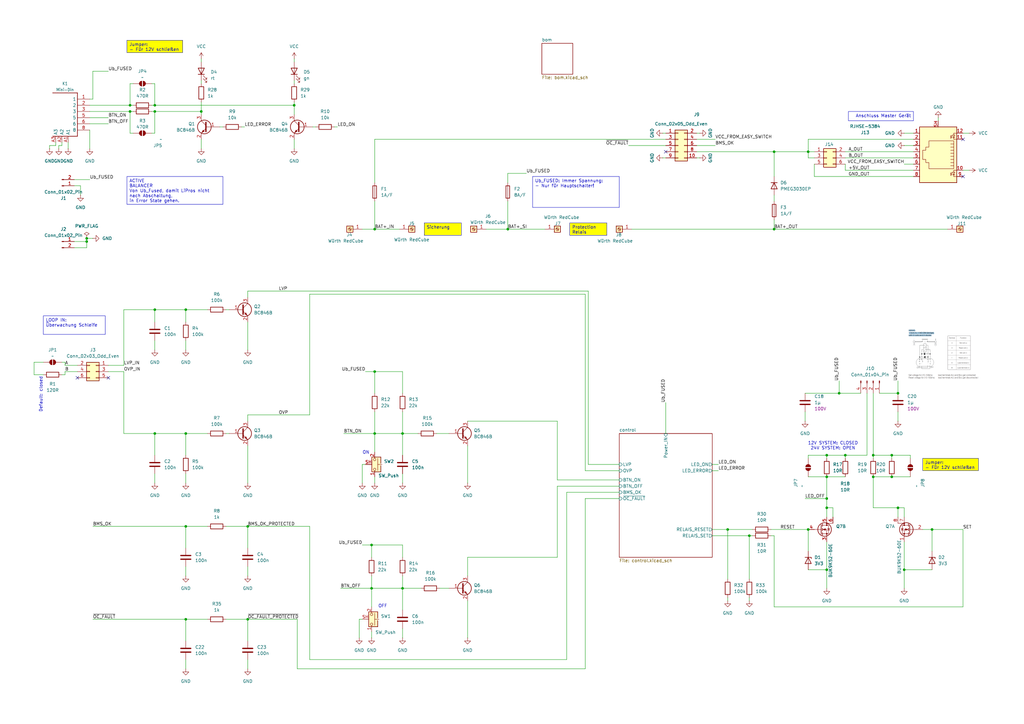
<source format=kicad_sch>
(kicad_sch
	(version 20231120)
	(generator "eeschema")
	(generator_version "8.0")
	(uuid "c138cc6a-756d-4318-83c4-a5413b81ee5f")
	(paper "A3")
	(lib_symbols
		(symbol "Connector:Conn_01x02_Pin"
			(pin_names
				(offset 1.016) hide)
			(exclude_from_sim no)
			(in_bom yes)
			(on_board yes)
			(property "Reference" "J"
				(at 0 2.54 0)
				(effects
					(font
						(size 1.27 1.27)
					)
				)
			)
			(property "Value" "Conn_01x02_Pin"
				(at 0 -5.08 0)
				(effects
					(font
						(size 1.27 1.27)
					)
				)
			)
			(property "Footprint" ""
				(at 0 0 0)
				(effects
					(font
						(size 1.27 1.27)
					)
					(hide yes)
				)
			)
			(property "Datasheet" "~"
				(at 0 0 0)
				(effects
					(font
						(size 1.27 1.27)
					)
					(hide yes)
				)
			)
			(property "Description" "Generic connector, single row, 01x02, script generated"
				(at 0 0 0)
				(effects
					(font
						(size 1.27 1.27)
					)
					(hide yes)
				)
			)
			(property "ki_locked" ""
				(at 0 0 0)
				(effects
					(font
						(size 1.27 1.27)
					)
				)
			)
			(property "ki_keywords" "connector"
				(at 0 0 0)
				(effects
					(font
						(size 1.27 1.27)
					)
					(hide yes)
				)
			)
			(property "ki_fp_filters" "Connector*:*_1x??_*"
				(at 0 0 0)
				(effects
					(font
						(size 1.27 1.27)
					)
					(hide yes)
				)
			)
			(symbol "Conn_01x02_Pin_1_1"
				(polyline
					(pts
						(xy 1.27 -2.54) (xy 0.8636 -2.54)
					)
					(stroke
						(width 0.1524)
						(type default)
					)
					(fill
						(type none)
					)
				)
				(polyline
					(pts
						(xy 1.27 0) (xy 0.8636 0)
					)
					(stroke
						(width 0.1524)
						(type default)
					)
					(fill
						(type none)
					)
				)
				(rectangle
					(start 0.8636 -2.413)
					(end 0 -2.667)
					(stroke
						(width 0.1524)
						(type default)
					)
					(fill
						(type outline)
					)
				)
				(rectangle
					(start 0.8636 0.127)
					(end 0 -0.127)
					(stroke
						(width 0.1524)
						(type default)
					)
					(fill
						(type outline)
					)
				)
				(pin passive line
					(at 5.08 0 180)
					(length 3.81)
					(name "Pin_1"
						(effects
							(font
								(size 1.27 1.27)
							)
						)
					)
					(number "1"
						(effects
							(font
								(size 1.27 1.27)
							)
						)
					)
				)
				(pin passive line
					(at 5.08 -2.54 180)
					(length 3.81)
					(name "Pin_2"
						(effects
							(font
								(size 1.27 1.27)
							)
						)
					)
					(number "2"
						(effects
							(font
								(size 1.27 1.27)
							)
						)
					)
				)
			)
		)
		(symbol "Connector:Conn_01x04_Pin"
			(pin_names
				(offset 1.016) hide)
			(exclude_from_sim no)
			(in_bom yes)
			(on_board yes)
			(property "Reference" "J"
				(at 0 5.08 0)
				(effects
					(font
						(size 1.27 1.27)
					)
				)
			)
			(property "Value" "Conn_01x04_Pin"
				(at 0 -7.62 0)
				(effects
					(font
						(size 1.27 1.27)
					)
				)
			)
			(property "Footprint" ""
				(at 0 0 0)
				(effects
					(font
						(size 1.27 1.27)
					)
					(hide yes)
				)
			)
			(property "Datasheet" "~"
				(at 0 0 0)
				(effects
					(font
						(size 1.27 1.27)
					)
					(hide yes)
				)
			)
			(property "Description" "Generic connector, single row, 01x04, script generated"
				(at 0 0 0)
				(effects
					(font
						(size 1.27 1.27)
					)
					(hide yes)
				)
			)
			(property "ki_locked" ""
				(at 0 0 0)
				(effects
					(font
						(size 1.27 1.27)
					)
				)
			)
			(property "ki_keywords" "connector"
				(at 0 0 0)
				(effects
					(font
						(size 1.27 1.27)
					)
					(hide yes)
				)
			)
			(property "ki_fp_filters" "Connector*:*_1x??_*"
				(at 0 0 0)
				(effects
					(font
						(size 1.27 1.27)
					)
					(hide yes)
				)
			)
			(symbol "Conn_01x04_Pin_1_1"
				(polyline
					(pts
						(xy 1.27 -5.08) (xy 0.8636 -5.08)
					)
					(stroke
						(width 0.1524)
						(type default)
					)
					(fill
						(type none)
					)
				)
				(polyline
					(pts
						(xy 1.27 -2.54) (xy 0.8636 -2.54)
					)
					(stroke
						(width 0.1524)
						(type default)
					)
					(fill
						(type none)
					)
				)
				(polyline
					(pts
						(xy 1.27 0) (xy 0.8636 0)
					)
					(stroke
						(width 0.1524)
						(type default)
					)
					(fill
						(type none)
					)
				)
				(polyline
					(pts
						(xy 1.27 2.54) (xy 0.8636 2.54)
					)
					(stroke
						(width 0.1524)
						(type default)
					)
					(fill
						(type none)
					)
				)
				(rectangle
					(start 0.8636 -4.953)
					(end 0 -5.207)
					(stroke
						(width 0.1524)
						(type default)
					)
					(fill
						(type outline)
					)
				)
				(rectangle
					(start 0.8636 -2.413)
					(end 0 -2.667)
					(stroke
						(width 0.1524)
						(type default)
					)
					(fill
						(type outline)
					)
				)
				(rectangle
					(start 0.8636 0.127)
					(end 0 -0.127)
					(stroke
						(width 0.1524)
						(type default)
					)
					(fill
						(type outline)
					)
				)
				(rectangle
					(start 0.8636 2.667)
					(end 0 2.413)
					(stroke
						(width 0.1524)
						(type default)
					)
					(fill
						(type outline)
					)
				)
				(pin passive line
					(at 5.08 2.54 180)
					(length 3.81)
					(name "Pin_1"
						(effects
							(font
								(size 1.27 1.27)
							)
						)
					)
					(number "1"
						(effects
							(font
								(size 1.27 1.27)
							)
						)
					)
				)
				(pin passive line
					(at 5.08 0 180)
					(length 3.81)
					(name "Pin_2"
						(effects
							(font
								(size 1.27 1.27)
							)
						)
					)
					(number "2"
						(effects
							(font
								(size 1.27 1.27)
							)
						)
					)
				)
				(pin passive line
					(at 5.08 -2.54 180)
					(length 3.81)
					(name "Pin_3"
						(effects
							(font
								(size 1.27 1.27)
							)
						)
					)
					(number "3"
						(effects
							(font
								(size 1.27 1.27)
							)
						)
					)
				)
				(pin passive line
					(at 5.08 -5.08 180)
					(length 3.81)
					(name "Pin_4"
						(effects
							(font
								(size 1.27 1.27)
							)
						)
					)
					(number "4"
						(effects
							(font
								(size 1.27 1.27)
							)
						)
					)
				)
			)
		)
		(symbol "Connector:RJ45_LED_Shielded"
			(pin_names
				(offset 1.016)
			)
			(exclude_from_sim no)
			(in_bom yes)
			(on_board yes)
			(property "Reference" "J"
				(at -5.08 13.97 0)
				(effects
					(font
						(size 1.27 1.27)
					)
					(justify right)
				)
			)
			(property "Value" "RJ45_LED_Shielded"
				(at 1.27 13.97 0)
				(effects
					(font
						(size 1.27 1.27)
					)
					(justify left)
				)
			)
			(property "Footprint" ""
				(at 0 0.635 90)
				(effects
					(font
						(size 1.27 1.27)
					)
					(hide yes)
				)
			)
			(property "Datasheet" "~"
				(at 0 0.635 90)
				(effects
					(font
						(size 1.27 1.27)
					)
					(hide yes)
				)
			)
			(property "Description" "RJ connector, 8P8C (8 positions 8 connected), two LEDs, Shielded"
				(at 0 0 0)
				(effects
					(font
						(size 1.27 1.27)
					)
					(hide yes)
				)
			)
			(property "ki_keywords" "8P8C RJ socket jack connector led"
				(at 0 0 0)
				(effects
					(font
						(size 1.27 1.27)
					)
					(hide yes)
				)
			)
			(property "ki_fp_filters" "8P8C* RJ45*"
				(at 0 0 0)
				(effects
					(font
						(size 1.27 1.27)
					)
					(hide yes)
				)
			)
			(symbol "RJ45_LED_Shielded_0_1"
				(polyline
					(pts
						(xy -7.62 -7.62) (xy -6.35 -7.62)
					)
					(stroke
						(width 0)
						(type default)
					)
					(fill
						(type none)
					)
				)
				(polyline
					(pts
						(xy -7.62 -5.08) (xy -6.35 -5.08)
					)
					(stroke
						(width 0)
						(type default)
					)
					(fill
						(type none)
					)
				)
				(polyline
					(pts
						(xy -7.62 7.62) (xy -6.35 7.62)
					)
					(stroke
						(width 0)
						(type default)
					)
					(fill
						(type none)
					)
				)
				(polyline
					(pts
						(xy -7.62 10.16) (xy -6.35 10.16)
					)
					(stroke
						(width 0)
						(type default)
					)
					(fill
						(type none)
					)
				)
				(polyline
					(pts
						(xy -6.858 -5.842) (xy -5.842 -5.842)
					)
					(stroke
						(width 0)
						(type default)
					)
					(fill
						(type none)
					)
				)
				(polyline
					(pts
						(xy -6.858 9.398) (xy -5.842 9.398)
					)
					(stroke
						(width 0)
						(type default)
					)
					(fill
						(type none)
					)
				)
				(polyline
					(pts
						(xy -6.35 -7.62) (xy -6.35 -6.858)
					)
					(stroke
						(width 0)
						(type default)
					)
					(fill
						(type none)
					)
				)
				(polyline
					(pts
						(xy -6.35 -5.08) (xy -6.35 -5.842)
					)
					(stroke
						(width 0)
						(type default)
					)
					(fill
						(type none)
					)
				)
				(polyline
					(pts
						(xy -6.35 7.62) (xy -6.35 8.382)
					)
					(stroke
						(width 0)
						(type default)
					)
					(fill
						(type none)
					)
				)
				(polyline
					(pts
						(xy -6.35 10.16) (xy -6.35 9.398)
					)
					(stroke
						(width 0)
						(type default)
					)
					(fill
						(type none)
					)
				)
				(polyline
					(pts
						(xy -5.08 -6.223) (xy -5.207 -6.604)
					)
					(stroke
						(width 0)
						(type default)
					)
					(fill
						(type none)
					)
				)
				(polyline
					(pts
						(xy -5.08 -5.588) (xy -5.207 -5.969)
					)
					(stroke
						(width 0)
						(type default)
					)
					(fill
						(type none)
					)
				)
				(polyline
					(pts
						(xy -5.08 4.445) (xy -6.35 4.445)
					)
					(stroke
						(width 0)
						(type default)
					)
					(fill
						(type none)
					)
				)
				(polyline
					(pts
						(xy -5.08 5.715) (xy -6.35 5.715)
					)
					(stroke
						(width 0)
						(type default)
					)
					(fill
						(type none)
					)
				)
				(polyline
					(pts
						(xy -5.08 9.017) (xy -5.207 8.636)
					)
					(stroke
						(width 0)
						(type default)
					)
					(fill
						(type none)
					)
				)
				(polyline
					(pts
						(xy -5.08 9.652) (xy -5.207 9.271)
					)
					(stroke
						(width 0)
						(type default)
					)
					(fill
						(type none)
					)
				)
				(polyline
					(pts
						(xy -6.35 -3.175) (xy -5.08 -3.175) (xy -5.08 -3.175)
					)
					(stroke
						(width 0)
						(type default)
					)
					(fill
						(type none)
					)
				)
				(polyline
					(pts
						(xy -6.35 -1.905) (xy -5.08 -1.905) (xy -5.08 -1.905)
					)
					(stroke
						(width 0)
						(type default)
					)
					(fill
						(type none)
					)
				)
				(polyline
					(pts
						(xy -6.35 -0.635) (xy -5.08 -0.635) (xy -5.08 -0.635)
					)
					(stroke
						(width 0)
						(type default)
					)
					(fill
						(type none)
					)
				)
				(polyline
					(pts
						(xy -6.35 0.635) (xy -5.08 0.635) (xy -5.08 0.635)
					)
					(stroke
						(width 0)
						(type default)
					)
					(fill
						(type none)
					)
				)
				(polyline
					(pts
						(xy -6.35 1.905) (xy -5.08 1.905) (xy -5.08 1.905)
					)
					(stroke
						(width 0)
						(type default)
					)
					(fill
						(type none)
					)
				)
				(polyline
					(pts
						(xy -5.588 -6.731) (xy -5.08 -6.223) (xy -5.461 -6.35)
					)
					(stroke
						(width 0)
						(type default)
					)
					(fill
						(type none)
					)
				)
				(polyline
					(pts
						(xy -5.588 -6.096) (xy -5.08 -5.588) (xy -5.461 -5.715)
					)
					(stroke
						(width 0)
						(type default)
					)
					(fill
						(type none)
					)
				)
				(polyline
					(pts
						(xy -5.588 8.509) (xy -5.08 9.017) (xy -5.461 8.89)
					)
					(stroke
						(width 0)
						(type default)
					)
					(fill
						(type none)
					)
				)
				(polyline
					(pts
						(xy -5.588 9.144) (xy -5.08 9.652) (xy -5.461 9.525)
					)
					(stroke
						(width 0)
						(type default)
					)
					(fill
						(type none)
					)
				)
				(polyline
					(pts
						(xy -5.08 3.175) (xy -6.35 3.175) (xy -6.35 3.175)
					)
					(stroke
						(width 0)
						(type default)
					)
					(fill
						(type none)
					)
				)
				(polyline
					(pts
						(xy -6.35 -5.842) (xy -6.858 -6.858) (xy -5.842 -6.858) (xy -6.35 -5.842)
					)
					(stroke
						(width 0)
						(type default)
					)
					(fill
						(type none)
					)
				)
				(polyline
					(pts
						(xy -6.35 9.398) (xy -6.858 8.382) (xy -5.842 8.382) (xy -6.35 9.398)
					)
					(stroke
						(width 0)
						(type default)
					)
					(fill
						(type none)
					)
				)
				(polyline
					(pts
						(xy -6.35 -4.445) (xy -6.35 6.985) (xy 3.81 6.985) (xy 3.81 4.445) (xy 5.08 4.445) (xy 5.08 3.175)
						(xy 6.35 3.175) (xy 6.35 -0.635) (xy 5.08 -0.635) (xy 5.08 -1.905) (xy 3.81 -1.905) (xy 3.81 -4.445)
						(xy -6.35 -4.445) (xy -6.35 -4.445)
					)
					(stroke
						(width 0)
						(type default)
					)
					(fill
						(type none)
					)
				)
				(rectangle
					(start 7.62 12.7)
					(end -7.62 -10.16)
					(stroke
						(width 0.254)
						(type default)
					)
					(fill
						(type background)
					)
				)
			)
			(symbol "RJ45_LED_Shielded_1_1"
				(pin passive line
					(at 10.16 -7.62 180)
					(length 2.54)
					(name "~"
						(effects
							(font
								(size 1.27 1.27)
							)
						)
					)
					(number "1"
						(effects
							(font
								(size 1.27 1.27)
							)
						)
					)
				)
				(pin passive line
					(at -10.16 7.62 0)
					(length 2.54)
					(name "~"
						(effects
							(font
								(size 1.27 1.27)
							)
						)
					)
					(number "10"
						(effects
							(font
								(size 1.27 1.27)
							)
						)
					)
				)
				(pin passive line
					(at -10.16 -5.08 0)
					(length 2.54)
					(name "~"
						(effects
							(font
								(size 1.27 1.27)
							)
						)
					)
					(number "11"
						(effects
							(font
								(size 1.27 1.27)
							)
						)
					)
				)
				(pin passive line
					(at -10.16 -7.62 0)
					(length 2.54)
					(name "~"
						(effects
							(font
								(size 1.27 1.27)
							)
						)
					)
					(number "12"
						(effects
							(font
								(size 1.27 1.27)
							)
						)
					)
				)
				(pin passive line
					(at 10.16 -5.08 180)
					(length 2.54)
					(name "~"
						(effects
							(font
								(size 1.27 1.27)
							)
						)
					)
					(number "2"
						(effects
							(font
								(size 1.27 1.27)
							)
						)
					)
				)
				(pin passive line
					(at 10.16 -2.54 180)
					(length 2.54)
					(name "~"
						(effects
							(font
								(size 1.27 1.27)
							)
						)
					)
					(number "3"
						(effects
							(font
								(size 1.27 1.27)
							)
						)
					)
				)
				(pin passive line
					(at 10.16 0 180)
					(length 2.54)
					(name "~"
						(effects
							(font
								(size 1.27 1.27)
							)
						)
					)
					(number "4"
						(effects
							(font
								(size 1.27 1.27)
							)
						)
					)
				)
				(pin passive line
					(at 10.16 2.54 180)
					(length 2.54)
					(name "~"
						(effects
							(font
								(size 1.27 1.27)
							)
						)
					)
					(number "5"
						(effects
							(font
								(size 1.27 1.27)
							)
						)
					)
				)
				(pin passive line
					(at 10.16 5.08 180)
					(length 2.54)
					(name "~"
						(effects
							(font
								(size 1.27 1.27)
							)
						)
					)
					(number "6"
						(effects
							(font
								(size 1.27 1.27)
							)
						)
					)
				)
				(pin passive line
					(at 10.16 7.62 180)
					(length 2.54)
					(name "~"
						(effects
							(font
								(size 1.27 1.27)
							)
						)
					)
					(number "7"
						(effects
							(font
								(size 1.27 1.27)
							)
						)
					)
				)
				(pin passive line
					(at 10.16 10.16 180)
					(length 2.54)
					(name "~"
						(effects
							(font
								(size 1.27 1.27)
							)
						)
					)
					(number "8"
						(effects
							(font
								(size 1.27 1.27)
							)
						)
					)
				)
				(pin passive line
					(at -10.16 10.16 0)
					(length 2.54)
					(name "~"
						(effects
							(font
								(size 1.27 1.27)
							)
						)
					)
					(number "9"
						(effects
							(font
								(size 1.27 1.27)
							)
						)
					)
				)
				(pin passive line
					(at 0 -12.7 90)
					(length 2.54)
					(name "~"
						(effects
							(font
								(size 1.27 1.27)
							)
						)
					)
					(number "SH"
						(effects
							(font
								(size 1.27 1.27)
							)
						)
					)
				)
			)
		)
		(symbol "Connector:Screw_Terminal_01x01"
			(pin_names
				(offset 1.016) hide)
			(exclude_from_sim no)
			(in_bom yes)
			(on_board yes)
			(property "Reference" "J"
				(at 0 2.54 0)
				(effects
					(font
						(size 1.27 1.27)
					)
				)
			)
			(property "Value" "Screw_Terminal_01x01"
				(at 0 -2.54 0)
				(effects
					(font
						(size 1.27 1.27)
					)
				)
			)
			(property "Footprint" ""
				(at 0 0 0)
				(effects
					(font
						(size 1.27 1.27)
					)
					(hide yes)
				)
			)
			(property "Datasheet" "~"
				(at 0 0 0)
				(effects
					(font
						(size 1.27 1.27)
					)
					(hide yes)
				)
			)
			(property "Description" "Generic screw terminal, single row, 01x01, script generated (kicad-library-utils/schlib/autogen/connector/)"
				(at 0 0 0)
				(effects
					(font
						(size 1.27 1.27)
					)
					(hide yes)
				)
			)
			(property "ki_keywords" "screw terminal"
				(at 0 0 0)
				(effects
					(font
						(size 1.27 1.27)
					)
					(hide yes)
				)
			)
			(property "ki_fp_filters" "TerminalBlock*:*"
				(at 0 0 0)
				(effects
					(font
						(size 1.27 1.27)
					)
					(hide yes)
				)
			)
			(symbol "Screw_Terminal_01x01_1_1"
				(rectangle
					(start -1.27 1.27)
					(end 1.27 -1.27)
					(stroke
						(width 0.254)
						(type default)
					)
					(fill
						(type background)
					)
				)
				(polyline
					(pts
						(xy -0.5334 0.3302) (xy 0.3302 -0.508)
					)
					(stroke
						(width 0.1524)
						(type default)
					)
					(fill
						(type none)
					)
				)
				(polyline
					(pts
						(xy -0.3556 0.508) (xy 0.508 -0.3302)
					)
					(stroke
						(width 0.1524)
						(type default)
					)
					(fill
						(type none)
					)
				)
				(circle
					(center 0 0)
					(radius 0.635)
					(stroke
						(width 0.1524)
						(type default)
					)
					(fill
						(type none)
					)
				)
				(pin passive line
					(at -5.08 0 0)
					(length 3.81)
					(name "Pin_1"
						(effects
							(font
								(size 1.27 1.27)
							)
						)
					)
					(number "1"
						(effects
							(font
								(size 1.27 1.27)
							)
						)
					)
				)
			)
		)
		(symbol "Connector_Generic:Conn_02x03_Odd_Even"
			(pin_names
				(offset 1.016) hide)
			(exclude_from_sim no)
			(in_bom yes)
			(on_board yes)
			(property "Reference" "J"
				(at 1.27 5.08 0)
				(effects
					(font
						(size 1.27 1.27)
					)
				)
			)
			(property "Value" "Conn_02x03_Odd_Even"
				(at 1.27 -5.08 0)
				(effects
					(font
						(size 1.27 1.27)
					)
				)
			)
			(property "Footprint" ""
				(at 0 0 0)
				(effects
					(font
						(size 1.27 1.27)
					)
					(hide yes)
				)
			)
			(property "Datasheet" "~"
				(at 0 0 0)
				(effects
					(font
						(size 1.27 1.27)
					)
					(hide yes)
				)
			)
			(property "Description" "Generic connector, double row, 02x03, odd/even pin numbering scheme (row 1 odd numbers, row 2 even numbers), script generated (kicad-library-utils/schlib/autogen/connector/)"
				(at 0 0 0)
				(effects
					(font
						(size 1.27 1.27)
					)
					(hide yes)
				)
			)
			(property "ki_keywords" "connector"
				(at 0 0 0)
				(effects
					(font
						(size 1.27 1.27)
					)
					(hide yes)
				)
			)
			(property "ki_fp_filters" "Connector*:*_2x??_*"
				(at 0 0 0)
				(effects
					(font
						(size 1.27 1.27)
					)
					(hide yes)
				)
			)
			(symbol "Conn_02x03_Odd_Even_1_1"
				(rectangle
					(start -1.27 -2.413)
					(end 0 -2.667)
					(stroke
						(width 0.1524)
						(type default)
					)
					(fill
						(type none)
					)
				)
				(rectangle
					(start -1.27 0.127)
					(end 0 -0.127)
					(stroke
						(width 0.1524)
						(type default)
					)
					(fill
						(type none)
					)
				)
				(rectangle
					(start -1.27 2.667)
					(end 0 2.413)
					(stroke
						(width 0.1524)
						(type default)
					)
					(fill
						(type none)
					)
				)
				(rectangle
					(start -1.27 3.81)
					(end 3.81 -3.81)
					(stroke
						(width 0.254)
						(type default)
					)
					(fill
						(type background)
					)
				)
				(rectangle
					(start 3.81 -2.413)
					(end 2.54 -2.667)
					(stroke
						(width 0.1524)
						(type default)
					)
					(fill
						(type none)
					)
				)
				(rectangle
					(start 3.81 0.127)
					(end 2.54 -0.127)
					(stroke
						(width 0.1524)
						(type default)
					)
					(fill
						(type none)
					)
				)
				(rectangle
					(start 3.81 2.667)
					(end 2.54 2.413)
					(stroke
						(width 0.1524)
						(type default)
					)
					(fill
						(type none)
					)
				)
				(pin passive line
					(at -5.08 2.54 0)
					(length 3.81)
					(name "Pin_1"
						(effects
							(font
								(size 1.27 1.27)
							)
						)
					)
					(number "1"
						(effects
							(font
								(size 1.27 1.27)
							)
						)
					)
				)
				(pin passive line
					(at 7.62 2.54 180)
					(length 3.81)
					(name "Pin_2"
						(effects
							(font
								(size 1.27 1.27)
							)
						)
					)
					(number "2"
						(effects
							(font
								(size 1.27 1.27)
							)
						)
					)
				)
				(pin passive line
					(at -5.08 0 0)
					(length 3.81)
					(name "Pin_3"
						(effects
							(font
								(size 1.27 1.27)
							)
						)
					)
					(number "3"
						(effects
							(font
								(size 1.27 1.27)
							)
						)
					)
				)
				(pin passive line
					(at 7.62 0 180)
					(length 3.81)
					(name "Pin_4"
						(effects
							(font
								(size 1.27 1.27)
							)
						)
					)
					(number "4"
						(effects
							(font
								(size 1.27 1.27)
							)
						)
					)
				)
				(pin passive line
					(at -5.08 -2.54 0)
					(length 3.81)
					(name "Pin_5"
						(effects
							(font
								(size 1.27 1.27)
							)
						)
					)
					(number "5"
						(effects
							(font
								(size 1.27 1.27)
							)
						)
					)
				)
				(pin passive line
					(at 7.62 -2.54 180)
					(length 3.81)
					(name "Pin_6"
						(effects
							(font
								(size 1.27 1.27)
							)
						)
					)
					(number "6"
						(effects
							(font
								(size 1.27 1.27)
							)
						)
					)
				)
			)
		)
		(symbol "Connector_Generic:Conn_02x05_Odd_Even"
			(pin_names
				(offset 1.016) hide)
			(exclude_from_sim no)
			(in_bom yes)
			(on_board yes)
			(property "Reference" "J"
				(at 1.27 7.62 0)
				(effects
					(font
						(size 1.27 1.27)
					)
				)
			)
			(property "Value" "Conn_02x05_Odd_Even"
				(at 1.27 -7.62 0)
				(effects
					(font
						(size 1.27 1.27)
					)
				)
			)
			(property "Footprint" ""
				(at 0 0 0)
				(effects
					(font
						(size 1.27 1.27)
					)
					(hide yes)
				)
			)
			(property "Datasheet" "~"
				(at 0 0 0)
				(effects
					(font
						(size 1.27 1.27)
					)
					(hide yes)
				)
			)
			(property "Description" "Generic connector, double row, 02x05, odd/even pin numbering scheme (row 1 odd numbers, row 2 even numbers), script generated (kicad-library-utils/schlib/autogen/connector/)"
				(at 0 0 0)
				(effects
					(font
						(size 1.27 1.27)
					)
					(hide yes)
				)
			)
			(property "ki_keywords" "connector"
				(at 0 0 0)
				(effects
					(font
						(size 1.27 1.27)
					)
					(hide yes)
				)
			)
			(property "ki_fp_filters" "Connector*:*_2x??_*"
				(at 0 0 0)
				(effects
					(font
						(size 1.27 1.27)
					)
					(hide yes)
				)
			)
			(symbol "Conn_02x05_Odd_Even_1_1"
				(rectangle
					(start -1.27 -4.953)
					(end 0 -5.207)
					(stroke
						(width 0.1524)
						(type default)
					)
					(fill
						(type none)
					)
				)
				(rectangle
					(start -1.27 -2.413)
					(end 0 -2.667)
					(stroke
						(width 0.1524)
						(type default)
					)
					(fill
						(type none)
					)
				)
				(rectangle
					(start -1.27 0.127)
					(end 0 -0.127)
					(stroke
						(width 0.1524)
						(type default)
					)
					(fill
						(type none)
					)
				)
				(rectangle
					(start -1.27 2.667)
					(end 0 2.413)
					(stroke
						(width 0.1524)
						(type default)
					)
					(fill
						(type none)
					)
				)
				(rectangle
					(start -1.27 5.207)
					(end 0 4.953)
					(stroke
						(width 0.1524)
						(type default)
					)
					(fill
						(type none)
					)
				)
				(rectangle
					(start -1.27 6.35)
					(end 3.81 -6.35)
					(stroke
						(width 0.254)
						(type default)
					)
					(fill
						(type background)
					)
				)
				(rectangle
					(start 3.81 -4.953)
					(end 2.54 -5.207)
					(stroke
						(width 0.1524)
						(type default)
					)
					(fill
						(type none)
					)
				)
				(rectangle
					(start 3.81 -2.413)
					(end 2.54 -2.667)
					(stroke
						(width 0.1524)
						(type default)
					)
					(fill
						(type none)
					)
				)
				(rectangle
					(start 3.81 0.127)
					(end 2.54 -0.127)
					(stroke
						(width 0.1524)
						(type default)
					)
					(fill
						(type none)
					)
				)
				(rectangle
					(start 3.81 2.667)
					(end 2.54 2.413)
					(stroke
						(width 0.1524)
						(type default)
					)
					(fill
						(type none)
					)
				)
				(rectangle
					(start 3.81 5.207)
					(end 2.54 4.953)
					(stroke
						(width 0.1524)
						(type default)
					)
					(fill
						(type none)
					)
				)
				(pin passive line
					(at -5.08 5.08 0)
					(length 3.81)
					(name "Pin_1"
						(effects
							(font
								(size 1.27 1.27)
							)
						)
					)
					(number "1"
						(effects
							(font
								(size 1.27 1.27)
							)
						)
					)
				)
				(pin passive line
					(at 7.62 -5.08 180)
					(length 3.81)
					(name "Pin_10"
						(effects
							(font
								(size 1.27 1.27)
							)
						)
					)
					(number "10"
						(effects
							(font
								(size 1.27 1.27)
							)
						)
					)
				)
				(pin passive line
					(at 7.62 5.08 180)
					(length 3.81)
					(name "Pin_2"
						(effects
							(font
								(size 1.27 1.27)
							)
						)
					)
					(number "2"
						(effects
							(font
								(size 1.27 1.27)
							)
						)
					)
				)
				(pin passive line
					(at -5.08 2.54 0)
					(length 3.81)
					(name "Pin_3"
						(effects
							(font
								(size 1.27 1.27)
							)
						)
					)
					(number "3"
						(effects
							(font
								(size 1.27 1.27)
							)
						)
					)
				)
				(pin passive line
					(at 7.62 2.54 180)
					(length 3.81)
					(name "Pin_4"
						(effects
							(font
								(size 1.27 1.27)
							)
						)
					)
					(number "4"
						(effects
							(font
								(size 1.27 1.27)
							)
						)
					)
				)
				(pin passive line
					(at -5.08 0 0)
					(length 3.81)
					(name "Pin_5"
						(effects
							(font
								(size 1.27 1.27)
							)
						)
					)
					(number "5"
						(effects
							(font
								(size 1.27 1.27)
							)
						)
					)
				)
				(pin passive line
					(at 7.62 0 180)
					(length 3.81)
					(name "Pin_6"
						(effects
							(font
								(size 1.27 1.27)
							)
						)
					)
					(number "6"
						(effects
							(font
								(size 1.27 1.27)
							)
						)
					)
				)
				(pin passive line
					(at -5.08 -2.54 0)
					(length 3.81)
					(name "Pin_7"
						(effects
							(font
								(size 1.27 1.27)
							)
						)
					)
					(number "7"
						(effects
							(font
								(size 1.27 1.27)
							)
						)
					)
				)
				(pin passive line
					(at 7.62 -2.54 180)
					(length 3.81)
					(name "Pin_8"
						(effects
							(font
								(size 1.27 1.27)
							)
						)
					)
					(number "8"
						(effects
							(font
								(size 1.27 1.27)
							)
						)
					)
				)
				(pin passive line
					(at -5.08 -5.08 0)
					(length 3.81)
					(name "Pin_9"
						(effects
							(font
								(size 1.27 1.27)
							)
						)
					)
					(number "9"
						(effects
							(font
								(size 1.27 1.27)
							)
						)
					)
				)
			)
		)
		(symbol "Device:C"
			(pin_numbers hide)
			(pin_names
				(offset 0.254)
			)
			(exclude_from_sim no)
			(in_bom yes)
			(on_board yes)
			(property "Reference" "C"
				(at 0.635 2.54 0)
				(effects
					(font
						(size 1.27 1.27)
					)
					(justify left)
				)
			)
			(property "Value" "C"
				(at 0.635 -2.54 0)
				(effects
					(font
						(size 1.27 1.27)
					)
					(justify left)
				)
			)
			(property "Footprint" ""
				(at 0.9652 -3.81 0)
				(effects
					(font
						(size 1.27 1.27)
					)
					(hide yes)
				)
			)
			(property "Datasheet" "~"
				(at 0 0 0)
				(effects
					(font
						(size 1.27 1.27)
					)
					(hide yes)
				)
			)
			(property "Description" "Unpolarized capacitor"
				(at 0 0 0)
				(effects
					(font
						(size 1.27 1.27)
					)
					(hide yes)
				)
			)
			(property "ki_keywords" "cap capacitor"
				(at 0 0 0)
				(effects
					(font
						(size 1.27 1.27)
					)
					(hide yes)
				)
			)
			(property "ki_fp_filters" "C_*"
				(at 0 0 0)
				(effects
					(font
						(size 1.27 1.27)
					)
					(hide yes)
				)
			)
			(symbol "C_0_1"
				(polyline
					(pts
						(xy -2.032 -0.762) (xy 2.032 -0.762)
					)
					(stroke
						(width 0.508)
						(type default)
					)
					(fill
						(type none)
					)
				)
				(polyline
					(pts
						(xy -2.032 0.762) (xy 2.032 0.762)
					)
					(stroke
						(width 0.508)
						(type default)
					)
					(fill
						(type none)
					)
				)
			)
			(symbol "C_1_1"
				(pin passive line
					(at 0 3.81 270)
					(length 2.794)
					(name "~"
						(effects
							(font
								(size 1.27 1.27)
							)
						)
					)
					(number "1"
						(effects
							(font
								(size 1.27 1.27)
							)
						)
					)
				)
				(pin passive line
					(at 0 -3.81 90)
					(length 2.794)
					(name "~"
						(effects
							(font
								(size 1.27 1.27)
							)
						)
					)
					(number "2"
						(effects
							(font
								(size 1.27 1.27)
							)
						)
					)
				)
			)
		)
		(symbol "Device:D"
			(pin_numbers hide)
			(pin_names
				(offset 1.016) hide)
			(exclude_from_sim no)
			(in_bom yes)
			(on_board yes)
			(property "Reference" "D"
				(at 0 2.54 0)
				(effects
					(font
						(size 1.27 1.27)
					)
				)
			)
			(property "Value" "D"
				(at 0 -2.54 0)
				(effects
					(font
						(size 1.27 1.27)
					)
				)
			)
			(property "Footprint" ""
				(at 0 0 0)
				(effects
					(font
						(size 1.27 1.27)
					)
					(hide yes)
				)
			)
			(property "Datasheet" "~"
				(at 0 0 0)
				(effects
					(font
						(size 1.27 1.27)
					)
					(hide yes)
				)
			)
			(property "Description" "Diode"
				(at 0 0 0)
				(effects
					(font
						(size 1.27 1.27)
					)
					(hide yes)
				)
			)
			(property "Sim.Device" "D"
				(at 0 0 0)
				(effects
					(font
						(size 1.27 1.27)
					)
					(hide yes)
				)
			)
			(property "Sim.Pins" "1=K 2=A"
				(at 0 0 0)
				(effects
					(font
						(size 1.27 1.27)
					)
					(hide yes)
				)
			)
			(property "ki_keywords" "diode"
				(at 0 0 0)
				(effects
					(font
						(size 1.27 1.27)
					)
					(hide yes)
				)
			)
			(property "ki_fp_filters" "TO-???* *_Diode_* *SingleDiode* D_*"
				(at 0 0 0)
				(effects
					(font
						(size 1.27 1.27)
					)
					(hide yes)
				)
			)
			(symbol "D_0_1"
				(polyline
					(pts
						(xy -1.27 1.27) (xy -1.27 -1.27)
					)
					(stroke
						(width 0.254)
						(type default)
					)
					(fill
						(type none)
					)
				)
				(polyline
					(pts
						(xy 1.27 0) (xy -1.27 0)
					)
					(stroke
						(width 0)
						(type default)
					)
					(fill
						(type none)
					)
				)
				(polyline
					(pts
						(xy 1.27 1.27) (xy 1.27 -1.27) (xy -1.27 0) (xy 1.27 1.27)
					)
					(stroke
						(width 0.254)
						(type default)
					)
					(fill
						(type none)
					)
				)
			)
			(symbol "D_1_1"
				(pin passive line
					(at -3.81 0 0)
					(length 2.54)
					(name "K"
						(effects
							(font
								(size 1.27 1.27)
							)
						)
					)
					(number "1"
						(effects
							(font
								(size 1.27 1.27)
							)
						)
					)
				)
				(pin passive line
					(at 3.81 0 180)
					(length 2.54)
					(name "A"
						(effects
							(font
								(size 1.27 1.27)
							)
						)
					)
					(number "2"
						(effects
							(font
								(size 1.27 1.27)
							)
						)
					)
				)
			)
		)
		(symbol "Device:D_Zener"
			(pin_numbers hide)
			(pin_names
				(offset 1.016) hide)
			(exclude_from_sim no)
			(in_bom yes)
			(on_board yes)
			(property "Reference" "D"
				(at 0 2.54 0)
				(effects
					(font
						(size 1.27 1.27)
					)
				)
			)
			(property "Value" "D_Zener"
				(at 0 -2.54 0)
				(effects
					(font
						(size 1.27 1.27)
					)
				)
			)
			(property "Footprint" ""
				(at 0 0 0)
				(effects
					(font
						(size 1.27 1.27)
					)
					(hide yes)
				)
			)
			(property "Datasheet" "~"
				(at 0 0 0)
				(effects
					(font
						(size 1.27 1.27)
					)
					(hide yes)
				)
			)
			(property "Description" "Zener diode"
				(at 0 0 0)
				(effects
					(font
						(size 1.27 1.27)
					)
					(hide yes)
				)
			)
			(property "ki_keywords" "diode"
				(at 0 0 0)
				(effects
					(font
						(size 1.27 1.27)
					)
					(hide yes)
				)
			)
			(property "ki_fp_filters" "TO-???* *_Diode_* *SingleDiode* D_*"
				(at 0 0 0)
				(effects
					(font
						(size 1.27 1.27)
					)
					(hide yes)
				)
			)
			(symbol "D_Zener_0_1"
				(polyline
					(pts
						(xy 1.27 0) (xy -1.27 0)
					)
					(stroke
						(width 0)
						(type default)
					)
					(fill
						(type none)
					)
				)
				(polyline
					(pts
						(xy -1.27 -1.27) (xy -1.27 1.27) (xy -0.762 1.27)
					)
					(stroke
						(width 0.254)
						(type default)
					)
					(fill
						(type none)
					)
				)
				(polyline
					(pts
						(xy 1.27 -1.27) (xy 1.27 1.27) (xy -1.27 0) (xy 1.27 -1.27)
					)
					(stroke
						(width 0.254)
						(type default)
					)
					(fill
						(type none)
					)
				)
			)
			(symbol "D_Zener_1_1"
				(pin passive line
					(at -3.81 0 0)
					(length 2.54)
					(name "K"
						(effects
							(font
								(size 1.27 1.27)
							)
						)
					)
					(number "1"
						(effects
							(font
								(size 1.27 1.27)
							)
						)
					)
				)
				(pin passive line
					(at 3.81 0 180)
					(length 2.54)
					(name "A"
						(effects
							(font
								(size 1.27 1.27)
							)
						)
					)
					(number "2"
						(effects
							(font
								(size 1.27 1.27)
							)
						)
					)
				)
			)
		)
		(symbol "Device:Fuse"
			(pin_numbers hide)
			(pin_names
				(offset 0)
			)
			(exclude_from_sim no)
			(in_bom yes)
			(on_board yes)
			(property "Reference" "F"
				(at 2.032 0 90)
				(effects
					(font
						(size 1.27 1.27)
					)
				)
			)
			(property "Value" "Fuse"
				(at -1.905 0 90)
				(effects
					(font
						(size 1.27 1.27)
					)
				)
			)
			(property "Footprint" ""
				(at -1.778 0 90)
				(effects
					(font
						(size 1.27 1.27)
					)
					(hide yes)
				)
			)
			(property "Datasheet" "~"
				(at 0 0 0)
				(effects
					(font
						(size 1.27 1.27)
					)
					(hide yes)
				)
			)
			(property "Description" "Fuse"
				(at 0 0 0)
				(effects
					(font
						(size 1.27 1.27)
					)
					(hide yes)
				)
			)
			(property "ki_keywords" "fuse"
				(at 0 0 0)
				(effects
					(font
						(size 1.27 1.27)
					)
					(hide yes)
				)
			)
			(property "ki_fp_filters" "*Fuse*"
				(at 0 0 0)
				(effects
					(font
						(size 1.27 1.27)
					)
					(hide yes)
				)
			)
			(symbol "Fuse_0_1"
				(rectangle
					(start -0.762 -2.54)
					(end 0.762 2.54)
					(stroke
						(width 0.254)
						(type default)
					)
					(fill
						(type none)
					)
				)
				(polyline
					(pts
						(xy 0 2.54) (xy 0 -2.54)
					)
					(stroke
						(width 0)
						(type default)
					)
					(fill
						(type none)
					)
				)
			)
			(symbol "Fuse_1_1"
				(pin passive line
					(at 0 3.81 270)
					(length 1.27)
					(name "~"
						(effects
							(font
								(size 1.27 1.27)
							)
						)
					)
					(number "1"
						(effects
							(font
								(size 1.27 1.27)
							)
						)
					)
				)
				(pin passive line
					(at 0 -3.81 90)
					(length 1.27)
					(name "~"
						(effects
							(font
								(size 1.27 1.27)
							)
						)
					)
					(number "2"
						(effects
							(font
								(size 1.27 1.27)
							)
						)
					)
				)
			)
		)
		(symbol "Device:LED"
			(pin_numbers hide)
			(pin_names
				(offset 1.016) hide)
			(exclude_from_sim no)
			(in_bom yes)
			(on_board yes)
			(property "Reference" "D"
				(at 0 2.54 0)
				(effects
					(font
						(size 1.27 1.27)
					)
				)
			)
			(property "Value" "LED"
				(at 0 -2.54 0)
				(effects
					(font
						(size 1.27 1.27)
					)
				)
			)
			(property "Footprint" ""
				(at 0 0 0)
				(effects
					(font
						(size 1.27 1.27)
					)
					(hide yes)
				)
			)
			(property "Datasheet" "~"
				(at 0 0 0)
				(effects
					(font
						(size 1.27 1.27)
					)
					(hide yes)
				)
			)
			(property "Description" "Light emitting diode"
				(at 0 0 0)
				(effects
					(font
						(size 1.27 1.27)
					)
					(hide yes)
				)
			)
			(property "ki_keywords" "LED diode"
				(at 0 0 0)
				(effects
					(font
						(size 1.27 1.27)
					)
					(hide yes)
				)
			)
			(property "ki_fp_filters" "LED* LED_SMD:* LED_THT:*"
				(at 0 0 0)
				(effects
					(font
						(size 1.27 1.27)
					)
					(hide yes)
				)
			)
			(symbol "LED_0_1"
				(polyline
					(pts
						(xy -1.27 -1.27) (xy -1.27 1.27)
					)
					(stroke
						(width 0.254)
						(type default)
					)
					(fill
						(type none)
					)
				)
				(polyline
					(pts
						(xy -1.27 0) (xy 1.27 0)
					)
					(stroke
						(width 0)
						(type default)
					)
					(fill
						(type none)
					)
				)
				(polyline
					(pts
						(xy 1.27 -1.27) (xy 1.27 1.27) (xy -1.27 0) (xy 1.27 -1.27)
					)
					(stroke
						(width 0.254)
						(type default)
					)
					(fill
						(type none)
					)
				)
				(polyline
					(pts
						(xy -3.048 -0.762) (xy -4.572 -2.286) (xy -3.81 -2.286) (xy -4.572 -2.286) (xy -4.572 -1.524)
					)
					(stroke
						(width 0)
						(type default)
					)
					(fill
						(type none)
					)
				)
				(polyline
					(pts
						(xy -1.778 -0.762) (xy -3.302 -2.286) (xy -2.54 -2.286) (xy -3.302 -2.286) (xy -3.302 -1.524)
					)
					(stroke
						(width 0)
						(type default)
					)
					(fill
						(type none)
					)
				)
			)
			(symbol "LED_1_1"
				(pin passive line
					(at -3.81 0 0)
					(length 2.54)
					(name "K"
						(effects
							(font
								(size 1.27 1.27)
							)
						)
					)
					(number "1"
						(effects
							(font
								(size 1.27 1.27)
							)
						)
					)
				)
				(pin passive line
					(at 3.81 0 180)
					(length 2.54)
					(name "A"
						(effects
							(font
								(size 1.27 1.27)
							)
						)
					)
					(number "2"
						(effects
							(font
								(size 1.27 1.27)
							)
						)
					)
				)
			)
		)
		(symbol "Device:Q_Dual_NMOS_S1G1S2G2D2D2D1D1"
			(pin_names
				(offset 0) hide)
			(exclude_from_sim no)
			(in_bom yes)
			(on_board yes)
			(property "Reference" "Q"
				(at 5.08 1.27 0)
				(effects
					(font
						(size 1.27 1.27)
					)
					(justify left)
				)
			)
			(property "Value" "Q_Dual_NMOS_S1G1S2G2D2D2D1D1"
				(at 5.08 -1.27 0)
				(effects
					(font
						(size 1.27 1.27)
					)
					(justify left)
				)
			)
			(property "Footprint" ""
				(at 5.08 0 0)
				(effects
					(font
						(size 1.27 1.27)
					)
					(hide yes)
				)
			)
			(property "Datasheet" "~"
				(at 5.08 0 0)
				(effects
					(font
						(size 1.27 1.27)
					)
					(hide yes)
				)
			)
			(property "Description" "Dual NMOS transistor, 8 pin package"
				(at 0 0 0)
				(effects
					(font
						(size 1.27 1.27)
					)
					(hide yes)
				)
			)
			(property "ki_keywords" "transistor NMOS N-MOS N-MOSFET"
				(at 0 0 0)
				(effects
					(font
						(size 1.27 1.27)
					)
					(hide yes)
				)
			)
			(property "ki_fp_filters" "SO* SOIC*"
				(at 0 0 0)
				(effects
					(font
						(size 1.27 1.27)
					)
					(hide yes)
				)
			)
			(symbol "Q_Dual_NMOS_S1G1S2G2D2D2D1D1_0_1"
				(polyline
					(pts
						(xy 0.254 0) (xy -2.54 0)
					)
					(stroke
						(width 0)
						(type default)
					)
					(fill
						(type none)
					)
				)
				(polyline
					(pts
						(xy 0.254 1.905) (xy 0.254 -1.905)
					)
					(stroke
						(width 0.254)
						(type default)
					)
					(fill
						(type none)
					)
				)
				(polyline
					(pts
						(xy 0.762 -1.27) (xy 0.762 -2.286)
					)
					(stroke
						(width 0.254)
						(type default)
					)
					(fill
						(type none)
					)
				)
				(polyline
					(pts
						(xy 0.762 0.508) (xy 0.762 -0.508)
					)
					(stroke
						(width 0.254)
						(type default)
					)
					(fill
						(type none)
					)
				)
				(polyline
					(pts
						(xy 0.762 2.286) (xy 0.762 1.27)
					)
					(stroke
						(width 0.254)
						(type default)
					)
					(fill
						(type none)
					)
				)
				(polyline
					(pts
						(xy 2.54 2.54) (xy 2.54 1.778)
					)
					(stroke
						(width 0)
						(type default)
					)
					(fill
						(type none)
					)
				)
				(polyline
					(pts
						(xy 5.08 2.54) (xy 2.54 2.54)
					)
					(stroke
						(width 0)
						(type default)
					)
					(fill
						(type none)
					)
				)
				(polyline
					(pts
						(xy 2.54 -2.54) (xy 2.54 0) (xy 0.762 0)
					)
					(stroke
						(width 0)
						(type default)
					)
					(fill
						(type none)
					)
				)
				(polyline
					(pts
						(xy 0.762 -1.778) (xy 3.302 -1.778) (xy 3.302 1.778) (xy 0.762 1.778)
					)
					(stroke
						(width 0)
						(type default)
					)
					(fill
						(type none)
					)
				)
				(polyline
					(pts
						(xy 1.016 0) (xy 2.032 0.381) (xy 2.032 -0.381) (xy 1.016 0)
					)
					(stroke
						(width 0)
						(type default)
					)
					(fill
						(type outline)
					)
				)
				(polyline
					(pts
						(xy 2.794 0.508) (xy 2.921 0.381) (xy 3.683 0.381) (xy 3.81 0.254)
					)
					(stroke
						(width 0)
						(type default)
					)
					(fill
						(type none)
					)
				)
				(polyline
					(pts
						(xy 3.302 0.381) (xy 2.921 -0.254) (xy 3.683 -0.254) (xy 3.302 0.381)
					)
					(stroke
						(width 0)
						(type default)
					)
					(fill
						(type none)
					)
				)
				(circle
					(center 1.651 0)
					(radius 2.794)
					(stroke
						(width 0.254)
						(type default)
					)
					(fill
						(type none)
					)
				)
				(circle
					(center 2.54 -1.778)
					(radius 0.254)
					(stroke
						(width 0)
						(type default)
					)
					(fill
						(type outline)
					)
				)
				(circle
					(center 2.54 1.778)
					(radius 0.254)
					(stroke
						(width 0)
						(type default)
					)
					(fill
						(type outline)
					)
				)
				(circle
					(center 2.54 2.54)
					(radius 0.254)
					(stroke
						(width 0)
						(type default)
					)
					(fill
						(type outline)
					)
				)
			)
			(symbol "Q_Dual_NMOS_S1G1S2G2D2D2D1D1_1_1"
				(pin passive line
					(at 2.54 -5.08 90)
					(length 2.54)
					(name "S"
						(effects
							(font
								(size 1.27 1.27)
							)
						)
					)
					(number "1"
						(effects
							(font
								(size 1.27 1.27)
							)
						)
					)
				)
				(pin input line
					(at -5.08 0 0)
					(length 2.54)
					(name "G"
						(effects
							(font
								(size 1.27 1.27)
							)
						)
					)
					(number "2"
						(effects
							(font
								(size 1.27 1.27)
							)
						)
					)
				)
				(pin passive line
					(at 2.54 5.08 270)
					(length 2.54)
					(name "D"
						(effects
							(font
								(size 1.27 1.27)
							)
						)
					)
					(number "7"
						(effects
							(font
								(size 1.27 1.27)
							)
						)
					)
				)
				(pin passive line
					(at 5.08 5.08 270)
					(length 2.54)
					(name "D"
						(effects
							(font
								(size 1.27 1.27)
							)
						)
					)
					(number "8"
						(effects
							(font
								(size 1.27 1.27)
							)
						)
					)
				)
			)
			(symbol "Q_Dual_NMOS_S1G1S2G2D2D2D1D1_2_1"
				(pin passive line
					(at 2.54 -5.08 90)
					(length 2.54)
					(name "S"
						(effects
							(font
								(size 1.27 1.27)
							)
						)
					)
					(number "3"
						(effects
							(font
								(size 1.27 1.27)
							)
						)
					)
				)
				(pin input line
					(at -5.08 0 0)
					(length 2.54)
					(name "G"
						(effects
							(font
								(size 1.27 1.27)
							)
						)
					)
					(number "4"
						(effects
							(font
								(size 1.27 1.27)
							)
						)
					)
				)
				(pin passive line
					(at 2.54 5.08 270)
					(length 2.54)
					(name "D"
						(effects
							(font
								(size 1.27 1.27)
							)
						)
					)
					(number "5"
						(effects
							(font
								(size 1.27 1.27)
							)
						)
					)
				)
				(pin passive line
					(at 5.08 5.08 270)
					(length 2.54)
					(name "D"
						(effects
							(font
								(size 1.27 1.27)
							)
						)
					)
					(number "6"
						(effects
							(font
								(size 1.27 1.27)
							)
						)
					)
				)
			)
		)
		(symbol "Device:Q_NPN_BEC"
			(pin_names
				(offset 0) hide)
			(exclude_from_sim no)
			(in_bom yes)
			(on_board yes)
			(property "Reference" "Q"
				(at 5.08 1.27 0)
				(effects
					(font
						(size 1.27 1.27)
					)
					(justify left)
				)
			)
			(property "Value" "Q_NPN_BEC"
				(at 5.08 -1.27 0)
				(effects
					(font
						(size 1.27 1.27)
					)
					(justify left)
				)
			)
			(property "Footprint" ""
				(at 5.08 2.54 0)
				(effects
					(font
						(size 1.27 1.27)
					)
					(hide yes)
				)
			)
			(property "Datasheet" "~"
				(at 0 0 0)
				(effects
					(font
						(size 1.27 1.27)
					)
					(hide yes)
				)
			)
			(property "Description" "NPN transistor, base/emitter/collector"
				(at 0 0 0)
				(effects
					(font
						(size 1.27 1.27)
					)
					(hide yes)
				)
			)
			(property "ki_keywords" "transistor NPN"
				(at 0 0 0)
				(effects
					(font
						(size 1.27 1.27)
					)
					(hide yes)
				)
			)
			(symbol "Q_NPN_BEC_0_1"
				(polyline
					(pts
						(xy 0.635 0.635) (xy 2.54 2.54)
					)
					(stroke
						(width 0)
						(type default)
					)
					(fill
						(type none)
					)
				)
				(polyline
					(pts
						(xy 0.635 -0.635) (xy 2.54 -2.54) (xy 2.54 -2.54)
					)
					(stroke
						(width 0)
						(type default)
					)
					(fill
						(type none)
					)
				)
				(polyline
					(pts
						(xy 0.635 1.905) (xy 0.635 -1.905) (xy 0.635 -1.905)
					)
					(stroke
						(width 0.508)
						(type default)
					)
					(fill
						(type none)
					)
				)
				(polyline
					(pts
						(xy 1.27 -1.778) (xy 1.778 -1.27) (xy 2.286 -2.286) (xy 1.27 -1.778) (xy 1.27 -1.778)
					)
					(stroke
						(width 0)
						(type default)
					)
					(fill
						(type outline)
					)
				)
				(circle
					(center 1.27 0)
					(radius 2.8194)
					(stroke
						(width 0.254)
						(type default)
					)
					(fill
						(type none)
					)
				)
			)
			(symbol "Q_NPN_BEC_1_1"
				(pin input line
					(at -5.08 0 0)
					(length 5.715)
					(name "B"
						(effects
							(font
								(size 1.27 1.27)
							)
						)
					)
					(number "1"
						(effects
							(font
								(size 1.27 1.27)
							)
						)
					)
				)
				(pin passive line
					(at 2.54 -5.08 90)
					(length 2.54)
					(name "E"
						(effects
							(font
								(size 1.27 1.27)
							)
						)
					)
					(number "2"
						(effects
							(font
								(size 1.27 1.27)
							)
						)
					)
				)
				(pin passive line
					(at 2.54 5.08 270)
					(length 2.54)
					(name "C"
						(effects
							(font
								(size 1.27 1.27)
							)
						)
					)
					(number "3"
						(effects
							(font
								(size 1.27 1.27)
							)
						)
					)
				)
			)
		)
		(symbol "Device:R"
			(pin_numbers hide)
			(pin_names
				(offset 0)
			)
			(exclude_from_sim no)
			(in_bom yes)
			(on_board yes)
			(property "Reference" "R"
				(at 2.032 0 90)
				(effects
					(font
						(size 1.27 1.27)
					)
				)
			)
			(property "Value" "R"
				(at 0 0 90)
				(effects
					(font
						(size 1.27 1.27)
					)
				)
			)
			(property "Footprint" ""
				(at -1.778 0 90)
				(effects
					(font
						(size 1.27 1.27)
					)
					(hide yes)
				)
			)
			(property "Datasheet" "~"
				(at 0 0 0)
				(effects
					(font
						(size 1.27 1.27)
					)
					(hide yes)
				)
			)
			(property "Description" "Resistor"
				(at 0 0 0)
				(effects
					(font
						(size 1.27 1.27)
					)
					(hide yes)
				)
			)
			(property "ki_keywords" "R res resistor"
				(at 0 0 0)
				(effects
					(font
						(size 1.27 1.27)
					)
					(hide yes)
				)
			)
			(property "ki_fp_filters" "R_*"
				(at 0 0 0)
				(effects
					(font
						(size 1.27 1.27)
					)
					(hide yes)
				)
			)
			(symbol "R_0_1"
				(rectangle
					(start -1.016 -2.54)
					(end 1.016 2.54)
					(stroke
						(width 0.254)
						(type default)
					)
					(fill
						(type none)
					)
				)
			)
			(symbol "R_1_1"
				(pin passive line
					(at 0 3.81 270)
					(length 1.27)
					(name "~"
						(effects
							(font
								(size 1.27 1.27)
							)
						)
					)
					(number "1"
						(effects
							(font
								(size 1.27 1.27)
							)
						)
					)
				)
				(pin passive line
					(at 0 -3.81 90)
					(length 1.27)
					(name "~"
						(effects
							(font
								(size 1.27 1.27)
							)
						)
					)
					(number "2"
						(effects
							(font
								(size 1.27 1.27)
							)
						)
					)
				)
			)
		)
		(symbol "Jumper:SolderJumper_2_Open"
			(pin_numbers hide)
			(pin_names
				(offset 0) hide)
			(exclude_from_sim yes)
			(in_bom no)
			(on_board yes)
			(property "Reference" "JP"
				(at 0 2.032 0)
				(effects
					(font
						(size 1.27 1.27)
					)
				)
			)
			(property "Value" "SolderJumper_2_Open"
				(at 0 -2.54 0)
				(effects
					(font
						(size 1.27 1.27)
					)
				)
			)
			(property "Footprint" ""
				(at 0 0 0)
				(effects
					(font
						(size 1.27 1.27)
					)
					(hide yes)
				)
			)
			(property "Datasheet" "~"
				(at 0 0 0)
				(effects
					(font
						(size 1.27 1.27)
					)
					(hide yes)
				)
			)
			(property "Description" "Solder Jumper, 2-pole, open"
				(at 0 0 0)
				(effects
					(font
						(size 1.27 1.27)
					)
					(hide yes)
				)
			)
			(property "ki_keywords" "solder jumper SPST"
				(at 0 0 0)
				(effects
					(font
						(size 1.27 1.27)
					)
					(hide yes)
				)
			)
			(property "ki_fp_filters" "SolderJumper*Open*"
				(at 0 0 0)
				(effects
					(font
						(size 1.27 1.27)
					)
					(hide yes)
				)
			)
			(symbol "SolderJumper_2_Open_0_1"
				(arc
					(start -0.254 1.016)
					(mid -1.2656 0)
					(end -0.254 -1.016)
					(stroke
						(width 0)
						(type default)
					)
					(fill
						(type none)
					)
				)
				(arc
					(start -0.254 1.016)
					(mid -1.2656 0)
					(end -0.254 -1.016)
					(stroke
						(width 0)
						(type default)
					)
					(fill
						(type outline)
					)
				)
				(polyline
					(pts
						(xy -0.254 1.016) (xy -0.254 -1.016)
					)
					(stroke
						(width 0)
						(type default)
					)
					(fill
						(type none)
					)
				)
				(polyline
					(pts
						(xy 0.254 1.016) (xy 0.254 -1.016)
					)
					(stroke
						(width 0)
						(type default)
					)
					(fill
						(type none)
					)
				)
				(arc
					(start 0.254 -1.016)
					(mid 1.2656 0)
					(end 0.254 1.016)
					(stroke
						(width 0)
						(type default)
					)
					(fill
						(type none)
					)
				)
				(arc
					(start 0.254 -1.016)
					(mid 1.2656 0)
					(end 0.254 1.016)
					(stroke
						(width 0)
						(type default)
					)
					(fill
						(type outline)
					)
				)
			)
			(symbol "SolderJumper_2_Open_1_1"
				(pin passive line
					(at -3.81 0 0)
					(length 2.54)
					(name "A"
						(effects
							(font
								(size 1.27 1.27)
							)
						)
					)
					(number "1"
						(effects
							(font
								(size 1.27 1.27)
							)
						)
					)
				)
				(pin passive line
					(at 3.81 0 180)
					(length 2.54)
					(name "B"
						(effects
							(font
								(size 1.27 1.27)
							)
						)
					)
					(number "2"
						(effects
							(font
								(size 1.27 1.27)
							)
						)
					)
				)
			)
		)
		(symbol "Switch:SW_Push_Shielded"
			(pin_names
				(offset 1.016) hide)
			(exclude_from_sim no)
			(in_bom yes)
			(on_board yes)
			(property "Reference" "SW"
				(at 4.318 2.032 0)
				(effects
					(font
						(size 1.27 1.27)
					)
					(justify left)
				)
			)
			(property "Value" "SW_Push_Shielded"
				(at 0 4.572 0)
				(effects
					(font
						(size 1.27 1.27)
					)
				)
			)
			(property "Footprint" ""
				(at 0 5.08 0)
				(effects
					(font
						(size 1.27 1.27)
					)
					(hide yes)
				)
			)
			(property "Datasheet" "~"
				(at 0 5.08 0)
				(effects
					(font
						(size 1.27 1.27)
					)
					(hide yes)
				)
			)
			(property "Description" "Generic push-button switch, two contact pins and shield pin(s)"
				(at 0 0 0)
				(effects
					(font
						(size 1.27 1.27)
					)
					(hide yes)
				)
			)
			(property "ki_keywords" "switch normally-open pushbutton momentary"
				(at 0 0 0)
				(effects
					(font
						(size 1.27 1.27)
					)
					(hide yes)
				)
			)
			(symbol "SW_Push_Shielded_0_1"
				(circle
					(center -2.032 0)
					(radius 0.508)
					(stroke
						(width 0)
						(type default)
					)
					(fill
						(type none)
					)
				)
				(polyline
					(pts
						(xy 0 1.27) (xy 0 3.048)
					)
					(stroke
						(width 0)
						(type default)
					)
					(fill
						(type none)
					)
				)
				(polyline
					(pts
						(xy 2.54 1.27) (xy -2.54 1.27)
					)
					(stroke
						(width 0)
						(type default)
					)
					(fill
						(type none)
					)
				)
				(polyline
					(pts
						(xy 0.508 2.54) (xy 3.048 2.54) (xy 3.048 -1.143) (xy -3.048 -1.143) (xy -3.048 2.54) (xy -0.508 2.54)
					)
					(stroke
						(width -0.0254)
						(type default)
					)
					(fill
						(type none)
					)
				)
				(polyline
					(pts
						(xy 0.508 2.54) (xy 3.048 2.54) (xy 3.048 -1.143) (xy -3.048 -1.143) (xy -3.048 2.54) (xy -0.508 2.54)
					)
					(stroke
						(width 0.254)
						(type default)
					)
					(fill
						(type none)
					)
				)
				(circle
					(center 2.032 0)
					(radius 0.508)
					(stroke
						(width 0)
						(type default)
					)
					(fill
						(type none)
					)
				)
				(pin passive line
					(at -5.08 0 0)
					(length 2.54)
					(name "1"
						(effects
							(font
								(size 1.27 1.27)
							)
						)
					)
					(number "1"
						(effects
							(font
								(size 1.27 1.27)
							)
						)
					)
				)
				(pin passive line
					(at 5.08 0 180)
					(length 2.54)
					(name "2"
						(effects
							(font
								(size 1.27 1.27)
							)
						)
					)
					(number "2"
						(effects
							(font
								(size 1.27 1.27)
							)
						)
					)
				)
			)
			(symbol "SW_Push_Shielded_1_1"
				(rectangle
					(start -3.048 2.54)
					(end 3.048 -1.27)
					(stroke
						(width -0.0254)
						(type default)
					)
					(fill
						(type background)
					)
				)
				(pin passive line
					(at 0 -3.81 90)
					(length 2.54)
					(name "B"
						(effects
							(font
								(size 1.27 1.27)
							)
						)
					)
					(number "SH"
						(effects
							(font
								(size 1.27 1.27)
							)
						)
					)
				)
			)
		)
		(symbol "myGreenMeterLibInport:EB-DIOS-M06_EB-DIOSM06"
			(exclude_from_sim no)
			(in_bom yes)
			(on_board yes)
			(property "Reference" "K"
				(at -5.08 12.7 0)
				(effects
					(font
						(size 1.27 1.0795)
					)
					(justify left bottom)
				)
			)
			(property "Value" ""
				(at -5.08 -10.16 0)
				(effects
					(font
						(size 1.27 1.0795)
					)
					(justify left bottom)
				)
			)
			(property "Footprint" "greenMeter_v3:EB-DIOS-M06_PS_2-6"
				(at 0 0 0)
				(effects
					(font
						(size 1.27 1.27)
					)
					(hide yes)
				)
			)
			(property "Datasheet" ""
				(at 0 0 0)
				(effects
					(font
						(size 1.27 1.27)
					)
					(hide yes)
				)
			)
			(property "Description" "EB-DIOS M06 6-pol. Mini-DIN-Buchse, vollgeschirmt"
				(at 0 0 0)
				(effects
					(font
						(size 1.27 1.27)
					)
					(hide yes)
				)
			)
			(property "ki_locked" ""
				(at 0 0 0)
				(effects
					(font
						(size 1.27 1.27)
					)
				)
			)
			(symbol "EB-DIOS-M06_EB-DIOSM06_1_0"
				(polyline
					(pts
						(xy -5.08 -7.62) (xy 5.08 -7.62)
					)
					(stroke
						(width 0.254)
						(type solid)
					)
					(fill
						(type none)
					)
				)
				(polyline
					(pts
						(xy -5.08 10.16) (xy -5.08 -7.62)
					)
					(stroke
						(width 0.254)
						(type solid)
					)
					(fill
						(type none)
					)
				)
				(polyline
					(pts
						(xy 5.08 10.16) (xy -5.08 10.16)
					)
					(stroke
						(width 0.254)
						(type solid)
					)
					(fill
						(type none)
					)
				)
				(pin passive line
					(at -10.16 7.62 0)
					(length 5.08)
					(name "1"
						(effects
							(font
								(size 1.27 1.27)
							)
						)
					)
					(number "1"
						(effects
							(font
								(size 1.27 1.27)
							)
						)
					)
				)
				(pin passive line
					(at -10.16 5.08 0)
					(length 5.08)
					(name "2"
						(effects
							(font
								(size 1.27 1.27)
							)
						)
					)
					(number "2"
						(effects
							(font
								(size 1.27 1.27)
							)
						)
					)
				)
				(pin passive line
					(at -10.16 2.54 0)
					(length 5.08)
					(name "3"
						(effects
							(font
								(size 1.27 1.27)
							)
						)
					)
					(number "3"
						(effects
							(font
								(size 1.27 1.27)
							)
						)
					)
				)
				(pin passive line
					(at -10.16 0 0)
					(length 5.08)
					(name "5"
						(effects
							(font
								(size 1.27 1.27)
							)
						)
					)
					(number "5"
						(effects
							(font
								(size 1.27 1.27)
							)
						)
					)
				)
				(pin passive line
					(at -10.16 -2.54 0)
					(length 5.08)
					(name "6"
						(effects
							(font
								(size 1.27 1.27)
							)
						)
					)
					(number "6"
						(effects
							(font
								(size 1.27 1.27)
							)
						)
					)
				)
				(pin passive line
					(at -10.16 -5.08 0)
					(length 5.08)
					(name "8"
						(effects
							(font
								(size 1.27 1.27)
							)
						)
					)
					(number "8"
						(effects
							(font
								(size 1.27 1.27)
							)
						)
					)
				)
			)
			(symbol "EB-DIOS-M06_EB-DIOSM06_1_1"
				(pin power_in line
					(at -1.27 -10.16 90)
					(length 2.54)
					(name "A1"
						(effects
							(font
								(size 1.27 1.27)
							)
						)
					)
					(number "A1"
						(effects
							(font
								(size 1.27 1.27)
							)
						)
					)
				)
				(pin power_in line
					(at 1.27 -10.16 90)
					(length 2.54)
					(name "A2"
						(effects
							(font
								(size 1.27 1.27)
							)
						)
					)
					(number "A2"
						(effects
							(font
								(size 1.27 1.27)
							)
						)
					)
				)
				(pin power_in line
					(at 3.81 -10.16 90)
					(length 2.54)
					(name "A3"
						(effects
							(font
								(size 1.27 1.27)
							)
						)
					)
					(number "A3"
						(effects
							(font
								(size 1.27 1.27)
							)
						)
					)
				)
			)
		)
		(symbol "power:GND"
			(power)
			(pin_numbers hide)
			(pin_names
				(offset 0) hide)
			(exclude_from_sim no)
			(in_bom yes)
			(on_board yes)
			(property "Reference" "#PWR"
				(at 0 -6.35 0)
				(effects
					(font
						(size 1.27 1.27)
					)
					(hide yes)
				)
			)
			(property "Value" "GND"
				(at 0 -3.81 0)
				(effects
					(font
						(size 1.27 1.27)
					)
				)
			)
			(property "Footprint" ""
				(at 0 0 0)
				(effects
					(font
						(size 1.27 1.27)
					)
					(hide yes)
				)
			)
			(property "Datasheet" ""
				(at 0 0 0)
				(effects
					(font
						(size 1.27 1.27)
					)
					(hide yes)
				)
			)
			(property "Description" "Power symbol creates a global label with name \"GND\" , ground"
				(at 0 0 0)
				(effects
					(font
						(size 1.27 1.27)
					)
					(hide yes)
				)
			)
			(property "ki_keywords" "global power"
				(at 0 0 0)
				(effects
					(font
						(size 1.27 1.27)
					)
					(hide yes)
				)
			)
			(symbol "GND_0_1"
				(polyline
					(pts
						(xy 0 0) (xy 0 -1.27) (xy 1.27 -1.27) (xy 0 -2.54) (xy -1.27 -1.27) (xy 0 -1.27)
					)
					(stroke
						(width 0)
						(type default)
					)
					(fill
						(type none)
					)
				)
			)
			(symbol "GND_1_1"
				(pin power_in line
					(at 0 0 270)
					(length 0)
					(name "~"
						(effects
							(font
								(size 1.27 1.27)
							)
						)
					)
					(number "1"
						(effects
							(font
								(size 1.27 1.27)
							)
						)
					)
				)
			)
		)
		(symbol "power:PWR_FLAG"
			(power)
			(pin_numbers hide)
			(pin_names
				(offset 0) hide)
			(exclude_from_sim no)
			(in_bom yes)
			(on_board yes)
			(property "Reference" "#FLG"
				(at 0 1.905 0)
				(effects
					(font
						(size 1.27 1.27)
					)
					(hide yes)
				)
			)
			(property "Value" "PWR_FLAG"
				(at 0 3.81 0)
				(effects
					(font
						(size 1.27 1.27)
					)
				)
			)
			(property "Footprint" ""
				(at 0 0 0)
				(effects
					(font
						(size 1.27 1.27)
					)
					(hide yes)
				)
			)
			(property "Datasheet" "~"
				(at 0 0 0)
				(effects
					(font
						(size 1.27 1.27)
					)
					(hide yes)
				)
			)
			(property "Description" "Special symbol for telling ERC where power comes from"
				(at 0 0 0)
				(effects
					(font
						(size 1.27 1.27)
					)
					(hide yes)
				)
			)
			(property "ki_keywords" "flag power"
				(at 0 0 0)
				(effects
					(font
						(size 1.27 1.27)
					)
					(hide yes)
				)
			)
			(symbol "PWR_FLAG_0_0"
				(pin power_out line
					(at 0 0 90)
					(length 0)
					(name "~"
						(effects
							(font
								(size 1.27 1.27)
							)
						)
					)
					(number "1"
						(effects
							(font
								(size 1.27 1.27)
							)
						)
					)
				)
			)
			(symbol "PWR_FLAG_0_1"
				(polyline
					(pts
						(xy 0 0) (xy 0 1.27) (xy -1.016 1.905) (xy 0 2.54) (xy 1.016 1.905) (xy 0 1.27)
					)
					(stroke
						(width 0)
						(type default)
					)
					(fill
						(type none)
					)
				)
			)
		)
		(symbol "power:VCC"
			(power)
			(pin_numbers hide)
			(pin_names
				(offset 0) hide)
			(exclude_from_sim no)
			(in_bom yes)
			(on_board yes)
			(property "Reference" "#PWR"
				(at 0 -3.81 0)
				(effects
					(font
						(size 1.27 1.27)
					)
					(hide yes)
				)
			)
			(property "Value" "VCC"
				(at 0 3.556 0)
				(effects
					(font
						(size 1.27 1.27)
					)
				)
			)
			(property "Footprint" ""
				(at 0 0 0)
				(effects
					(font
						(size 1.27 1.27)
					)
					(hide yes)
				)
			)
			(property "Datasheet" ""
				(at 0 0 0)
				(effects
					(font
						(size 1.27 1.27)
					)
					(hide yes)
				)
			)
			(property "Description" "Power symbol creates a global label with name \"VCC\""
				(at 0 0 0)
				(effects
					(font
						(size 1.27 1.27)
					)
					(hide yes)
				)
			)
			(property "ki_keywords" "global power"
				(at 0 0 0)
				(effects
					(font
						(size 1.27 1.27)
					)
					(hide yes)
				)
			)
			(symbol "VCC_0_1"
				(polyline
					(pts
						(xy -0.762 1.27) (xy 0 2.54)
					)
					(stroke
						(width 0)
						(type default)
					)
					(fill
						(type none)
					)
				)
				(polyline
					(pts
						(xy 0 0) (xy 0 2.54)
					)
					(stroke
						(width 0)
						(type default)
					)
					(fill
						(type none)
					)
				)
				(polyline
					(pts
						(xy 0 2.54) (xy 0.762 1.27)
					)
					(stroke
						(width 0)
						(type default)
					)
					(fill
						(type none)
					)
				)
			)
			(symbol "VCC_1_1"
				(pin power_in line
					(at 0 0 90)
					(length 0)
					(name "~"
						(effects
							(font
								(size 1.27 1.27)
							)
						)
					)
					(number "1"
						(effects
							(font
								(size 1.27 1.27)
							)
						)
					)
				)
			)
		)
	)
	(junction
		(at 153.67 93.98)
		(diameter 0)
		(color 0 0 0 0)
		(uuid "05ec8bf7-1e36-47a4-9a7f-7b4ab868e2b0")
	)
	(junction
		(at 339.09 186.69)
		(diameter 0)
		(color 0 0 0 0)
		(uuid "0c39b07d-53e7-4c47-8f09-b61ecd459043")
	)
	(junction
		(at 370.84 233.68)
		(diameter 0)
		(color 0 0 0 0)
		(uuid "1222ef7b-bcb1-4a47-b7c5-3f628c02fbd0")
	)
	(junction
		(at 358.14 186.69)
		(diameter 0)
		(color 0 0 0 0)
		(uuid "1ec32e59-5efe-42a8-ae7c-a64518ae2a68")
	)
	(junction
		(at 307.34 219.71)
		(diameter 0)
		(color 0 0 0 0)
		(uuid "1f0386f9-bcad-41f9-85b0-e35743d82d51")
	)
	(junction
		(at 346.71 186.69)
		(diameter 0)
		(color 0 0 0 0)
		(uuid "21599851-c025-4056-b774-98c3b517a31e")
	)
	(junction
		(at 53.34 43.18)
		(diameter 0)
		(color 0 0 0 0)
		(uuid "2e6aba7b-d7e1-4b92-bb2e-7e0ac8ea996e")
	)
	(junction
		(at 368.3 208.28)
		(diameter 0)
		(color 0 0 0 0)
		(uuid "35a535fe-817d-4e29-8df6-64fabbdd0b9f")
	)
	(junction
		(at 63.5 127)
		(diameter 0)
		(color 0 0 0 0)
		(uuid "46e96857-456f-4289-a236-7f694438071a")
	)
	(junction
		(at 382.27 217.17)
		(diameter 0)
		(color 0 0 0 0)
		(uuid "50d395b8-2358-476c-9146-63c9d0e42f6e")
	)
	(junction
		(at 152.4 241.3)
		(diameter 0)
		(color 0 0 0 0)
		(uuid "5affe84e-9b05-422c-8f49-5dd67ecbae66")
	)
	(junction
		(at 208.28 93.98)
		(diameter 0)
		(color 0 0 0 0)
		(uuid "61de3a91-0f41-4271-8189-bd6d1550fb86")
	)
	(junction
		(at 153.67 152.4)
		(diameter 0)
		(color 0 0 0 0)
		(uuid "6e6276bb-0fcc-436a-9c63-c4a281b6a200")
	)
	(junction
		(at 82.55 45.72)
		(diameter 0)
		(color 0 0 0 0)
		(uuid "752cf541-7bf5-478a-9154-5b390d577943")
	)
	(junction
		(at 63.5 177.8)
		(diameter 0)
		(color 0 0 0 0)
		(uuid "776fc5ef-c5aa-4bb3-8894-0452854fe371")
	)
	(junction
		(at 358.14 195.58)
		(diameter 0)
		(color 0 0 0 0)
		(uuid "7abacaf8-d624-442a-bef0-43816c870bb0")
	)
	(junction
		(at 339.09 233.68)
		(diameter 0)
		(color 0 0 0 0)
		(uuid "7dda9141-e784-41b6-acc5-213e23234eee")
	)
	(junction
		(at 317.5 62.23)
		(diameter 0)
		(color 0 0 0 0)
		(uuid "845bbf36-e2d0-4971-b69c-c01344451a77")
	)
	(junction
		(at 365.76 186.69)
		(diameter 0)
		(color 0 0 0 0)
		(uuid "890373dc-c3a3-48c4-964e-78e6afef875a")
	)
	(junction
		(at 120.65 43.18)
		(diameter 0)
		(color 0 0 0 0)
		(uuid "8afab3da-c8fa-48f8-b6c0-af2b18b3fbcb")
	)
	(junction
		(at 298.45 217.17)
		(diameter 0)
		(color 0 0 0 0)
		(uuid "8c28678a-a3f3-4655-96ab-b6d5f071d79b")
	)
	(junction
		(at 165.1 241.3)
		(diameter 0)
		(color 0 0 0 0)
		(uuid "94fd905c-335e-429d-bc98-8574652e5868")
	)
	(junction
		(at 101.6 215.9)
		(diameter 0)
		(color 0 0 0 0)
		(uuid "9fde5b4f-a65f-4047-9da8-41a3cfb8c0e5")
	)
	(junction
		(at 331.47 217.17)
		(diameter 0)
		(color 0 0 0 0)
		(uuid "a6b224d8-e652-4bf7-90d7-7cd935f49542")
	)
	(junction
		(at 63.5 43.18)
		(diameter 0)
		(color 0 0 0 0)
		(uuid "a7054f5a-4aca-4b2e-b3f1-856f417bff29")
	)
	(junction
		(at 76.2 254)
		(diameter 0)
		(color 0 0 0 0)
		(uuid "a9b3186f-938e-48ac-8491-2b31a1d175c9")
	)
	(junction
		(at 35.56 97.79)
		(diameter 0)
		(color 0 0 0 0)
		(uuid "a9c1a00c-81e5-4b79-8222-54343d546803")
	)
	(junction
		(at 63.5 45.72)
		(diameter 0)
		(color 0 0 0 0)
		(uuid "ad04e0b4-1f3c-4626-92c9-cde5d43333f4")
	)
	(junction
		(at 365.76 195.58)
		(diameter 0)
		(color 0 0 0 0)
		(uuid "b2665f54-f015-48f7-a577-613b31200c80")
	)
	(junction
		(at 76.2 127)
		(diameter 0)
		(color 0 0 0 0)
		(uuid "b2f01e3f-fb74-42d3-b943-db6dbc0eab16")
	)
	(junction
		(at 339.09 204.47)
		(diameter 0)
		(color 0 0 0 0)
		(uuid "b5c9793d-ab51-492c-9f19-3db7894844aa")
	)
	(junction
		(at 368.3 161.29)
		(diameter 0)
		(color 0 0 0 0)
		(uuid "bb9e1282-9311-4f25-bd64-a9bc813bbe92")
	)
	(junction
		(at 53.34 45.72)
		(diameter 0)
		(color 0 0 0 0)
		(uuid "bba558cb-c279-4ac8-83f0-3e35fad4feb7")
	)
	(junction
		(at 317.5 93.98)
		(diameter 0)
		(color 0 0 0 0)
		(uuid "c11a177b-d9df-480d-8e11-f173f70b89a8")
	)
	(junction
		(at 339.09 195.58)
		(diameter 0)
		(color 0 0 0 0)
		(uuid "c618e464-3104-41eb-94e2-38043b572827")
	)
	(junction
		(at 331.47 62.23)
		(diameter 0)
		(color 0 0 0 0)
		(uuid "cbae47f4-0aa0-4247-bb4d-0c99110518ed")
	)
	(junction
		(at 153.67 177.8)
		(diameter 0)
		(color 0 0 0 0)
		(uuid "cc821c16-ae01-42b4-bcb4-e5f7d5bd14d0")
	)
	(junction
		(at 76.2 177.8)
		(diameter 0)
		(color 0 0 0 0)
		(uuid "d83b7e0f-082e-40da-a286-7272f5ed69ed")
	)
	(junction
		(at 339.09 208.28)
		(diameter 0)
		(color 0 0 0 0)
		(uuid "da49e487-2bdc-4f39-8c58-6cd242e04ef4")
	)
	(junction
		(at 152.4 223.52)
		(diameter 0)
		(color 0 0 0 0)
		(uuid "e3c0732e-4000-4f2f-bcde-d7b2b5464c66")
	)
	(junction
		(at 35.56 99.06)
		(diameter 0)
		(color 0 0 0 0)
		(uuid "e815abc3-16ae-45b6-9fad-069bb4a52f6f")
	)
	(junction
		(at 101.6 254)
		(diameter 0)
		(color 0 0 0 0)
		(uuid "ea448b96-4ef7-4d7f-9e16-8b4a703c8796")
	)
	(junction
		(at 344.17 161.29)
		(diameter 0)
		(color 0 0 0 0)
		(uuid "effbfef9-ea23-406a-b9a5-e2f7061e9a17")
	)
	(junction
		(at 165.1 177.8)
		(diameter 0)
		(color 0 0 0 0)
		(uuid "faaee668-e199-4d2e-a73a-bbc48340e427")
	)
	(junction
		(at 76.2 215.9)
		(diameter 0)
		(color 0 0 0 0)
		(uuid "ff6074c2-65cb-49f4-af09-3d8f076af7f0")
	)
	(no_connect
		(at 31.75 154.94)
		(uuid "06290415-b3a9-42ad-87b7-fc22f03f12f9")
	)
	(no_connect
		(at 394.97 72.39)
		(uuid "2ac51025-aa8b-4cd4-a040-bdf1ff59e390")
	)
	(no_connect
		(at 273.05 62.23)
		(uuid "4d167ce9-01cc-4610-86a2-8fddd33d58d4")
	)
	(no_connect
		(at 394.97 57.15)
		(uuid "84eb09da-791c-48e3-adc2-1d66cfb0dadb")
	)
	(no_connect
		(at 44.45 154.94)
		(uuid "fe5353e6-9c2a-45c4-9ac5-28aa37dbb66e")
	)
	(wire
		(pts
			(xy 139.7 241.3) (xy 152.4 241.3)
		)
		(stroke
			(width 0)
			(type default)
		)
		(uuid "00fa99d2-ab9a-4766-96f9-8450152a6ec3")
	)
	(wire
		(pts
			(xy 152.4 236.22) (xy 152.4 241.3)
		)
		(stroke
			(width 0)
			(type default)
		)
		(uuid "044065e6-1652-41b5-b006-c387b67f3a5f")
	)
	(wire
		(pts
			(xy 120.65 43.18) (xy 120.65 46.99)
		)
		(stroke
			(width 0)
			(type default)
		)
		(uuid "048e1701-12a2-4cbf-a92b-145d921a72e9")
	)
	(wire
		(pts
			(xy 36.83 48.26) (xy 44.45 48.26)
		)
		(stroke
			(width 0)
			(type default)
		)
		(uuid "04f1b8b3-9086-41cb-9aa2-2abed2e24d8c")
	)
	(wire
		(pts
			(xy 152.4 241.3) (xy 152.4 248.92)
		)
		(stroke
			(width 0)
			(type default)
		)
		(uuid "06ca3525-8ce3-4d4e-9610-0088e791e700")
	)
	(wire
		(pts
			(xy 121.92 254) (xy 121.92 274.32)
		)
		(stroke
			(width 0)
			(type default)
		)
		(uuid "07453346-b8e2-475e-8340-0eaa590cb984")
	)
	(wire
		(pts
			(xy 63.5 34.29) (xy 63.5 43.18)
		)
		(stroke
			(width 0)
			(type default)
		)
		(uuid "074ad072-0716-4d0f-bfcc-d7f4a64c4e8c")
	)
	(wire
		(pts
			(xy 180.34 241.3) (xy 184.15 241.3)
		)
		(stroke
			(width 0)
			(type default)
		)
		(uuid "09472c56-31f7-411d-a7f1-d9f552ed39d7")
	)
	(wire
		(pts
			(xy 339.09 208.28) (xy 339.09 212.09)
		)
		(stroke
			(width 0)
			(type default)
		)
		(uuid "09c17507-ad3a-4268-b864-2ea341eb1d41")
	)
	(wire
		(pts
			(xy 382.27 217.17) (xy 382.27 226.06)
		)
		(stroke
			(width 0)
			(type default)
		)
		(uuid "0a2e9b58-1d70-48d2-8a72-a09d496ae6ca")
	)
	(wire
		(pts
			(xy 331.47 186.69) (xy 339.09 186.69)
		)
		(stroke
			(width 0)
			(type default)
		)
		(uuid "0bd54d11-1c51-4311-8261-dbab6d38b7ca")
	)
	(wire
		(pts
			(xy 259.08 93.98) (xy 317.5 93.98)
		)
		(stroke
			(width 0)
			(type default)
		)
		(uuid "0bff45bd-03a2-4fe0-9e62-687d1374a1d5")
	)
	(wire
		(pts
			(xy 232.41 201.93) (xy 232.41 270.51)
		)
		(stroke
			(width 0)
			(type default)
		)
		(uuid "0d9dcd72-7c71-43c1-83a2-e437b53bf6fb")
	)
	(wire
		(pts
			(xy 317.5 219.71) (xy 317.5 248.92)
		)
		(stroke
			(width 0)
			(type default)
		)
		(uuid "0dac92e0-c05b-4d39-b8af-96d371ff16ac")
	)
	(wire
		(pts
			(xy 394.97 217.17) (xy 382.27 217.17)
		)
		(stroke
			(width 0)
			(type default)
		)
		(uuid "0eced2fa-63d2-4a6c-a7d3-5bab6c450068")
	)
	(wire
		(pts
			(xy 346.71 64.77) (xy 374.65 64.77)
		)
		(stroke
			(width 0)
			(type default)
		)
		(uuid "0f6a2083-998a-4540-925a-b09e15887f50")
	)
	(wire
		(pts
			(xy 76.2 215.9) (xy 76.2 224.79)
		)
		(stroke
			(width 0)
			(type default)
		)
		(uuid "10ac65ed-00a9-4226-9e46-8aa1455f6a5f")
	)
	(wire
		(pts
			(xy 241.3 190.5) (xy 254 190.5)
		)
		(stroke
			(width 0)
			(type default)
		)
		(uuid "11548a1f-b902-4ecf-a0d3-0f49cc885ccc")
	)
	(wire
		(pts
			(xy 35.56 99.06) (xy 35.56 101.6)
		)
		(stroke
			(width 0)
			(type default)
		)
		(uuid "122d145a-ed13-4d48-a816-4f03f4dbe259")
	)
	(wire
		(pts
			(xy 22.86 58.42) (xy 22.86 59.69)
		)
		(stroke
			(width 0)
			(type default)
		)
		(uuid "1361df34-634d-4dbd-85df-3700da49ca24")
	)
	(wire
		(pts
			(xy 365.76 187.96) (xy 365.76 186.69)
		)
		(stroke
			(width 0)
			(type default)
		)
		(uuid "1383e83f-9490-45ea-bd62-52bf661c66e6")
	)
	(wire
		(pts
			(xy 368.3 208.28) (xy 358.14 208.28)
		)
		(stroke
			(width 0)
			(type default)
		)
		(uuid "15af1ee3-fa9a-40a0-b37a-2c8400124269")
	)
	(wire
		(pts
			(xy 63.5 45.72) (xy 82.55 45.72)
		)
		(stroke
			(width 0)
			(type default)
		)
		(uuid "1644019a-6f56-4d3c-bb2b-d365524034ca")
	)
	(wire
		(pts
			(xy 334.01 67.31) (xy 334.01 72.39)
		)
		(stroke
			(width 0)
			(type default)
		)
		(uuid "1663df7b-c2bd-4766-bf1a-c00b57a3e005")
	)
	(wire
		(pts
			(xy 346.71 186.69) (xy 346.71 187.96)
		)
		(stroke
			(width 0)
			(type default)
		)
		(uuid "17722e6f-41ef-4ac8-823c-9d76c14f6116")
	)
	(wire
		(pts
			(xy 191.77 228.6) (xy 228.6 228.6)
		)
		(stroke
			(width 0)
			(type default)
		)
		(uuid "18542156-17a9-436b-a36c-5fb7f6d8414f")
	)
	(wire
		(pts
			(xy 147.32 254) (xy 147.32 261.62)
		)
		(stroke
			(width 0)
			(type default)
		)
		(uuid "194fe07f-7ebb-4270-b850-4242869a15e3")
	)
	(wire
		(pts
			(xy 165.1 241.3) (xy 172.72 241.3)
		)
		(stroke
			(width 0)
			(type default)
		)
		(uuid "1998c4cb-e761-4b0a-bd70-ad65787b7a71")
	)
	(wire
		(pts
			(xy 317.5 248.92) (xy 394.97 248.92)
		)
		(stroke
			(width 0)
			(type default)
		)
		(uuid "1a5cdd4e-d7ea-48b1-ad30-3cee5be95197")
	)
	(wire
		(pts
			(xy 153.67 177.8) (xy 165.1 177.8)
		)
		(stroke
			(width 0)
			(type default)
		)
		(uuid "1acb7f0d-f2df-4c45-9c09-abe9a984ae6a")
	)
	(wire
		(pts
			(xy 317.5 90.17) (xy 317.5 93.98)
		)
		(stroke
			(width 0)
			(type default)
		)
		(uuid "1bf70308-f354-4ce6-bd11-17f63b10edec")
	)
	(wire
		(pts
			(xy 38.1 215.9) (xy 76.2 215.9)
		)
		(stroke
			(width 0)
			(type default)
		)
		(uuid "1d7f1b81-b958-468e-ae03-0c38e8fc0e76")
	)
	(wire
		(pts
			(xy 30.48 73.66) (xy 36.83 73.66)
		)
		(stroke
			(width 0)
			(type default)
		)
		(uuid "1da55177-9880-4389-a749-b1009d5d0683")
	)
	(wire
		(pts
			(xy 13.97 148.59) (xy 13.97 153.67)
		)
		(stroke
			(width 0)
			(type default)
		)
		(uuid "1f4555bc-25a8-4d8d-ae85-ec5720d9dbba")
	)
	(wire
		(pts
			(xy 82.55 24.13) (xy 82.55 25.4)
		)
		(stroke
			(width 0)
			(type default)
		)
		(uuid "222adf2b-d1c7-4af2-bfd2-4b53191c909f")
	)
	(wire
		(pts
			(xy 101.6 119.38) (xy 241.3 119.38)
		)
		(stroke
			(width 0)
			(type default)
		)
		(uuid "26503c5f-33d3-426c-a94e-86eedb942ca9")
	)
	(wire
		(pts
			(xy 165.1 236.22) (xy 165.1 241.3)
		)
		(stroke
			(width 0)
			(type default)
		)
		(uuid "271cb51b-5b3e-4eab-b8b3-c194f746565f")
	)
	(wire
		(pts
			(xy 228.6 196.85) (xy 254 196.85)
		)
		(stroke
			(width 0)
			(type default)
		)
		(uuid "284f4bd0-bedb-42c5-889d-29e38af72f39")
	)
	(wire
		(pts
			(xy 101.6 182.88) (xy 101.6 198.12)
		)
		(stroke
			(width 0)
			(type default)
		)
		(uuid "28f18ced-c003-432a-a977-f4f9ee0a4b61")
	)
	(wire
		(pts
			(xy 228.6 172.72) (xy 228.6 196.85)
		)
		(stroke
			(width 0)
			(type default)
		)
		(uuid "29673db4-e379-44d1-b5c4-e24f8ddd02dd")
	)
	(wire
		(pts
			(xy 273.05 165.1) (xy 273.05 177.8)
		)
		(stroke
			(width 0)
			(type default)
		)
		(uuid "2a3d0481-5ddf-4940-81ec-2ac2a5920bca")
	)
	(wire
		(pts
			(xy 30.48 101.6) (xy 35.56 101.6)
		)
		(stroke
			(width 0)
			(type default)
		)
		(uuid "2a9db343-b7cb-4b9d-accc-ed1ee041bd69")
	)
	(wire
		(pts
			(xy 153.67 82.55) (xy 153.67 93.98)
		)
		(stroke
			(width 0)
			(type default)
		)
		(uuid "2c8697f7-b32b-4d3a-8ff0-93cb5e68ded5")
	)
	(wire
		(pts
			(xy 228.6 199.39) (xy 254 199.39)
		)
		(stroke
			(width 0)
			(type default)
		)
		(uuid "2ced510b-2abc-47f2-a0b1-433bb3a19a63")
	)
	(wire
		(pts
			(xy 241.3 119.38) (xy 241.3 190.5)
		)
		(stroke
			(width 0)
			(type default)
		)
		(uuid "2d020aa3-af87-462b-b948-a4f6a94912b1")
	)
	(wire
		(pts
			(xy 92.71 127) (xy 93.98 127)
		)
		(stroke
			(width 0)
			(type default)
		)
		(uuid "2d1e2c8e-a111-4b02-ad37-4b5b39123b0a")
	)
	(wire
		(pts
			(xy 339.09 195.58) (xy 339.09 204.47)
		)
		(stroke
			(width 0)
			(type default)
		)
		(uuid "2df773c2-d1be-4b6a-aec2-1fcb891e1219")
	)
	(wire
		(pts
			(xy 370.84 59.69) (xy 374.65 59.69)
		)
		(stroke
			(width 0)
			(type default)
		)
		(uuid "30244fef-f708-4033-b043-387f0ee19caf")
	)
	(wire
		(pts
			(xy 334.01 72.39) (xy 374.65 72.39)
		)
		(stroke
			(width 0)
			(type default)
		)
		(uuid "3108e41e-5c24-4f9a-966f-4953b4446dfc")
	)
	(wire
		(pts
			(xy 38.1 40.64) (xy 36.83 40.64)
		)
		(stroke
			(width 0)
			(type default)
		)
		(uuid "32dea9e4-5156-44fc-947c-7e3d697f25af")
	)
	(wire
		(pts
			(xy 153.67 57.15) (xy 153.67 74.93)
		)
		(stroke
			(width 0)
			(type default)
		)
		(uuid "3346097e-8a31-4f61-a9b6-52ba40813191")
	)
	(wire
		(pts
			(xy 330.2 168.91) (xy 330.2 172.72)
		)
		(stroke
			(width 0)
			(type default)
		)
		(uuid "337765b5-500f-4199-b928-a39762262530")
	)
	(wire
		(pts
			(xy 208.28 93.98) (xy 223.52 93.98)
		)
		(stroke
			(width 0)
			(type default)
		)
		(uuid "34c75a46-6ac1-4fab-8f08-66554981a843")
	)
	(wire
		(pts
			(xy 38.1 29.21) (xy 44.45 29.21)
		)
		(stroke
			(width 0)
			(type default)
		)
		(uuid "34d6471f-80fc-4483-ab7a-6301d2410783")
	)
	(wire
		(pts
			(xy 339.09 187.96) (xy 339.09 186.69)
		)
		(stroke
			(width 0)
			(type default)
		)
		(uuid "34f61a0e-4e4b-4f9f-9238-5e3dfdb522ac")
	)
	(wire
		(pts
			(xy 63.5 127) (xy 76.2 127)
		)
		(stroke
			(width 0)
			(type default)
		)
		(uuid "390656bf-9971-4144-8b72-0fc1c9ea4491")
	)
	(wire
		(pts
			(xy 140.97 177.8) (xy 153.67 177.8)
		)
		(stroke
			(width 0)
			(type default)
		)
		(uuid "390d5322-2f52-4a40-b43d-cfcdafa7b8a7")
	)
	(wire
		(pts
			(xy 152.4 223.52) (xy 152.4 228.6)
		)
		(stroke
			(width 0)
			(type default)
		)
		(uuid "3944ffbf-90ba-4545-b8ea-26f1690134e1")
	)
	(wire
		(pts
			(xy 331.47 64.77) (xy 334.01 64.77)
		)
		(stroke
			(width 0)
			(type default)
		)
		(uuid "3955d3f3-cb87-4f5f-aafa-d316419a3ab5")
	)
	(wire
		(pts
			(xy 36.83 43.18) (xy 53.34 43.18)
		)
		(stroke
			(width 0)
			(type default)
		)
		(uuid "39874727-920a-466c-864b-cffae53b8b58")
	)
	(wire
		(pts
			(xy 285.75 59.69) (xy 293.37 59.69)
		)
		(stroke
			(width 0)
			(type default)
		)
		(uuid "39a1e309-1ba5-4ef8-968c-dab43b0bf002")
	)
	(wire
		(pts
			(xy 199.39 93.98) (xy 208.28 93.98)
		)
		(stroke
			(width 0)
			(type default)
		)
		(uuid "3a5bfb3e-c162-461b-933d-2dd3cfe5b7ff")
	)
	(wire
		(pts
			(xy 240.03 204.47) (xy 240.03 274.32)
		)
		(stroke
			(width 0)
			(type default)
		)
		(uuid "3c2ea343-cce2-465a-9fd4-e9e3324d44c6")
	)
	(wire
		(pts
			(xy 373.38 195.58) (xy 365.76 195.58)
		)
		(stroke
			(width 0)
			(type default)
		)
		(uuid "3c7cd507-0d66-48e9-accc-cb538b5a1836")
	)
	(wire
		(pts
			(xy 165.1 194.31) (xy 165.1 198.12)
		)
		(stroke
			(width 0)
			(type default)
		)
		(uuid "3e5a6ad6-164c-4b1e-b939-4f9470235101")
	)
	(wire
		(pts
			(xy 153.67 195.58) (xy 153.67 198.12)
		)
		(stroke
			(width 0)
			(type default)
		)
		(uuid "3eaeef85-ccce-492e-94c7-503c811eaf4f")
	)
	(wire
		(pts
			(xy 179.07 177.8) (xy 184.15 177.8)
		)
		(stroke
			(width 0)
			(type default)
		)
		(uuid "3f1bdd18-8b00-4c8a-bf5e-9341487d956f")
	)
	(wire
		(pts
			(xy 368.3 156.21) (xy 368.3 161.29)
		)
		(stroke
			(width 0)
			(type default)
		)
		(uuid "41258546-60aa-4be3-9df6-76e5b6eda4b3")
	)
	(wire
		(pts
			(xy 62.23 54.61) (xy 63.5 54.61)
		)
		(stroke
			(width 0)
			(type default)
		)
		(uuid "41b9df76-35bb-4c04-b2a3-1726a6a429b8")
	)
	(wire
		(pts
			(xy 26.67 153.67) (xy 26.67 152.4)
		)
		(stroke
			(width 0)
			(type default)
		)
		(uuid "4222e793-2c41-4eb9-8b48-9b5c1e4e674a")
	)
	(wire
		(pts
			(xy 339.09 195.58) (xy 346.71 195.58)
		)
		(stroke
			(width 0)
			(type default)
		)
		(uuid "42d76f58-df52-4a31-a3ce-1a5a7b9719ac")
	)
	(wire
		(pts
			(xy 120.65 57.15) (xy 120.65 60.96)
		)
		(stroke
			(width 0)
			(type default)
		)
		(uuid "43bf73f9-9490-491e-8963-a7600c95792a")
	)
	(wire
		(pts
			(xy 76.2 194.31) (xy 76.2 198.12)
		)
		(stroke
			(width 0)
			(type default)
		)
		(uuid "43cd4621-b2d1-448c-a1de-9223086bd84b")
	)
	(wire
		(pts
			(xy 368.3 208.28) (xy 368.3 212.09)
		)
		(stroke
			(width 0)
			(type default)
		)
		(uuid "44298a70-ce06-49fc-aec0-b56088d54a25")
	)
	(wire
		(pts
			(xy 101.6 215.9) (xy 127 215.9)
		)
		(stroke
			(width 0)
			(type default)
		)
		(uuid "46b8cde9-e66c-4cb4-a0cd-b9a56d3eee7f")
	)
	(wire
		(pts
			(xy 20.32 59.69) (xy 20.32 60.96)
		)
		(stroke
			(width 0)
			(type default)
		)
		(uuid "475868df-6ce4-4805-a42f-981dc21e68c4")
	)
	(wire
		(pts
			(xy 370.84 208.28) (xy 370.84 212.09)
		)
		(stroke
			(width 0)
			(type default)
		)
		(uuid "475fcb02-6c97-4112-a137-e61a4f41602d")
	)
	(wire
		(pts
			(xy 355.6 186.69) (xy 355.6 161.29)
		)
		(stroke
			(width 0)
			(type default)
		)
		(uuid "47be890f-82f9-489a-970f-74c742a41b2e")
	)
	(wire
		(pts
			(xy 53.34 34.29) (xy 54.61 34.29)
		)
		(stroke
			(width 0)
			(type default)
		)
		(uuid "48a5e37d-ed2b-4b40-8b41-5e2f86cf7cc8")
	)
	(wire
		(pts
			(xy 76.2 127) (xy 76.2 132.08)
		)
		(stroke
			(width 0)
			(type default)
		)
		(uuid "48ed82e5-8fb9-4dd4-a358-a137f2fc4a98")
	)
	(wire
		(pts
			(xy 101.6 270.51) (xy 101.6 274.32)
		)
		(stroke
			(width 0)
			(type default)
		)
		(uuid "49468b1c-016a-480b-8e3c-5f54977ba367")
	)
	(wire
		(pts
			(xy 63.5 177.8) (xy 63.5 186.69)
		)
		(stroke
			(width 0)
			(type default)
		)
		(uuid "495b9a38-3beb-4316-8bbe-f8f58a39d48a")
	)
	(wire
		(pts
			(xy 63.5 177.8) (xy 76.2 177.8)
		)
		(stroke
			(width 0)
			(type default)
		)
		(uuid "496b941d-9082-4c48-aaa9-6fe62e17b54e")
	)
	(wire
		(pts
			(xy 50.8 149.86) (xy 50.8 127)
		)
		(stroke
			(width 0)
			(type default)
		)
		(uuid "4aabf126-8f91-47dd-8d5f-a6d80aea274a")
	)
	(wire
		(pts
			(xy 63.5 139.7) (xy 63.5 143.51)
		)
		(stroke
			(width 0)
			(type default)
		)
		(uuid "4cac58dd-5404-4d6c-99b2-b2112d2e408b")
	)
	(wire
		(pts
			(xy 191.77 182.88) (xy 191.77 198.12)
		)
		(stroke
			(width 0)
			(type default)
		)
		(uuid "4d77a477-26b4-43b9-898e-0988abbfb8e6")
	)
	(wire
		(pts
			(xy 346.71 186.69) (xy 355.6 186.69)
		)
		(stroke
			(width 0)
			(type default)
		)
		(uuid "4ef8b873-5db8-40c7-8d33-56eb84277263")
	)
	(wire
		(pts
			(xy 153.67 177.8) (xy 153.67 185.42)
		)
		(stroke
			(width 0)
			(type default)
		)
		(uuid "4fef94d6-f65f-4358-9c46-7ccd6792570e")
	)
	(wire
		(pts
			(xy 316.23 217.17) (xy 331.47 217.17)
		)
		(stroke
			(width 0)
			(type default)
		)
		(uuid "53f82c0d-5cc7-48fd-9899-e0145af319de")
	)
	(wire
		(pts
			(xy 127 270.51) (xy 232.41 270.51)
		)
		(stroke
			(width 0)
			(type default)
		)
		(uuid "5590ec1a-f16b-4ca1-8aa4-aea80d157447")
	)
	(wire
		(pts
			(xy 191.77 246.38) (xy 191.77 261.62)
		)
		(stroke
			(width 0)
			(type default)
		)
		(uuid "56264065-0fb2-4c69-a828-8f6ee9c98fab")
	)
	(wire
		(pts
			(xy 165.1 241.3) (xy 165.1 250.19)
		)
		(stroke
			(width 0)
			(type default)
		)
		(uuid "5b29c40a-1729-40e3-9f0e-8eb68c0d500e")
	)
	(wire
		(pts
			(xy 331.47 195.58) (xy 339.09 195.58)
		)
		(stroke
			(width 0)
			(type default)
		)
		(uuid "5c1611d6-2222-41f0-a6f4-aa6f0deb6285")
	)
	(wire
		(pts
			(xy 232.41 201.93) (xy 254 201.93)
		)
		(stroke
			(width 0)
			(type default)
		)
		(uuid "607248ed-3c19-4314-b348-cc5add0fbb2d")
	)
	(wire
		(pts
			(xy 370.84 67.31) (xy 374.65 67.31)
		)
		(stroke
			(width 0)
			(type default)
		)
		(uuid "60de46c3-a277-4112-b958-5f06d42e8f3e")
	)
	(wire
		(pts
			(xy 191.77 228.6) (xy 191.77 236.22)
		)
		(stroke
			(width 0)
			(type default)
		)
		(uuid "61d086a6-cb9f-4d1f-8084-01894bcf7485")
	)
	(wire
		(pts
			(xy 63.5 194.31) (xy 63.5 198.12)
		)
		(stroke
			(width 0)
			(type default)
		)
		(uuid "62d2c99a-0118-4b88-8aa2-fe8ca8d96396")
	)
	(wire
		(pts
			(xy 292.1 217.17) (xy 298.45 217.17)
		)
		(stroke
			(width 0)
			(type default)
		)
		(uuid "65e4cac7-94bc-4529-855f-80119a9c9ede")
	)
	(wire
		(pts
			(xy 228.6 199.39) (xy 228.6 228.6)
		)
		(stroke
			(width 0)
			(type default)
		)
		(uuid "665b9fb5-b25a-4101-85ca-3ca43ab7e458")
	)
	(wire
		(pts
			(xy 44.45 152.4) (xy 50.8 152.4)
		)
		(stroke
			(width 0)
			(type default)
		)
		(uuid "685ab4b0-66de-47fa-adcf-298495555908")
	)
	(wire
		(pts
			(xy 76.2 232.41) (xy 76.2 236.22)
		)
		(stroke
			(width 0)
			(type default)
		)
		(uuid "6894489e-1113-42de-9440-ec22c5f9f2ff")
	)
	(wire
		(pts
			(xy 240.03 204.47) (xy 254 204.47)
		)
		(stroke
			(width 0)
			(type default)
		)
		(uuid "6c99883d-58a4-41a0-bc8b-9fc2781f07cc")
	)
	(wire
		(pts
			(xy 368.3 168.91) (xy 368.3 172.72)
		)
		(stroke
			(width 0)
			(type default)
		)
		(uuid "6e311865-8e14-4490-b5b3-cd51f1a4dbf9")
	)
	(wire
		(pts
			(xy 292.1 193.04) (xy 294.64 193.04)
		)
		(stroke
			(width 0)
			(type default)
		)
		(uuid "6e96fe9d-8137-4042-aa78-ab5c88d16a28")
	)
	(wire
		(pts
			(xy 147.32 254) (xy 148.59 254)
		)
		(stroke
			(width 0)
			(type default)
		)
		(uuid "6eaa7947-7af3-4f73-bcb3-2394e0881097")
	)
	(wire
		(pts
			(xy 285.75 54.61) (xy 287.02 54.61)
		)
		(stroke
			(width 0)
			(type default)
		)
		(uuid "713b81ff-06cf-4960-a44b-dd6cf6c2ce20")
	)
	(wire
		(pts
			(xy 271.78 64.77) (xy 273.05 64.77)
		)
		(stroke
			(width 0)
			(type default)
		)
		(uuid "72364e0c-b783-4972-b3b3-a9b49235725b")
	)
	(wire
		(pts
			(xy 394.97 54.61) (xy 397.51 54.61)
		)
		(stroke
			(width 0)
			(type default)
		)
		(uuid "734d674d-2738-49ad-ba38-353c89fd08cf")
	)
	(wire
		(pts
			(xy 331.47 217.17) (xy 331.47 226.06)
		)
		(stroke
			(width 0)
			(type default)
		)
		(uuid "74a4a8a4-dbc8-4edb-b335-5e0f12816349")
	)
	(wire
		(pts
			(xy 62.23 45.72) (xy 63.5 45.72)
		)
		(stroke
			(width 0)
			(type default)
		)
		(uuid "75531082-46d0-4a42-9e11-246641f2b8f9")
	)
	(wire
		(pts
			(xy 331.47 62.23) (xy 334.01 62.23)
		)
		(stroke
			(width 0)
			(type default)
		)
		(uuid "772078f3-e582-44c0-915b-f92486e69edb")
	)
	(wire
		(pts
			(xy 101.6 232.41) (xy 101.6 236.22)
		)
		(stroke
			(width 0)
			(type default)
		)
		(uuid "77333f28-d50e-4841-bcc4-a9bfb67ef586")
	)
	(wire
		(pts
			(xy 358.14 186.69) (xy 358.14 187.96)
		)
		(stroke
			(width 0)
			(type default)
		)
		(uuid "7882750a-4502-4785-bd78-b00477acdeb7")
	)
	(wire
		(pts
			(xy 76.2 254) (xy 76.2 262.89)
		)
		(stroke
			(width 0)
			(type default)
		)
		(uuid "7b2bfd7e-d63a-4af9-ae29-74bfbe3430ec")
	)
	(wire
		(pts
			(xy 271.78 54.61) (xy 273.05 54.61)
		)
		(stroke
			(width 0)
			(type default)
		)
		(uuid "7dfc63c7-dd53-433b-92d6-f092f1d28d6b")
	)
	(wire
		(pts
			(xy 30.48 99.06) (xy 35.56 99.06)
		)
		(stroke
			(width 0)
			(type default)
		)
		(uuid "800778be-2b58-481d-961d-82c9a72374ba")
	)
	(wire
		(pts
			(xy 137.16 52.07) (xy 138.43 52.07)
		)
		(stroke
			(width 0)
			(type default)
		)
		(uuid "8178f360-e160-43ab-80ff-388b6c0e3f0b")
	)
	(wire
		(pts
			(xy 292.1 219.71) (xy 307.34 219.71)
		)
		(stroke
			(width 0)
			(type default)
		)
		(uuid "8188f290-99fc-4619-82ba-1ae486915700")
	)
	(wire
		(pts
			(xy 370.84 233.68) (xy 370.84 241.3)
		)
		(stroke
			(width 0)
			(type default)
		)
		(uuid "8334a39f-57ac-4a1c-aa57-9e10c2ddaf60")
	)
	(wire
		(pts
			(xy 25.4 148.59) (xy 26.67 148.59)
		)
		(stroke
			(width 0)
			(type default)
		)
		(uuid "84218f5c-4857-4dc3-8a29-956e27525837")
	)
	(wire
		(pts
			(xy 120.65 33.02) (xy 120.65 34.29)
		)
		(stroke
			(width 0)
			(type default)
		)
		(uuid "84c35c9f-55c0-47d5-a6ec-0d68200407b6")
	)
	(wire
		(pts
			(xy 298.45 217.17) (xy 308.61 217.17)
		)
		(stroke
			(width 0)
			(type default)
		)
		(uuid "85d2da18-3e11-46ef-a290-6965e8a342cb")
	)
	(wire
		(pts
			(xy 27.94 58.42) (xy 27.94 60.96)
		)
		(stroke
			(width 0)
			(type default)
		)
		(uuid "86524e68-5b1b-4381-b928-51f4667b2f7d")
	)
	(wire
		(pts
			(xy 358.14 186.69) (xy 358.14 161.29)
		)
		(stroke
			(width 0)
			(type default)
		)
		(uuid "87074f00-3c0e-4a8e-aa0a-09045227ee91")
	)
	(wire
		(pts
			(xy 90.17 52.07) (xy 91.44 52.07)
		)
		(stroke
			(width 0)
			(type default)
		)
		(uuid "871c034d-ddac-4513-b62e-5a44386937ca")
	)
	(wire
		(pts
			(xy 127 120.65) (xy 240.03 120.65)
		)
		(stroke
			(width 0)
			(type default)
		)
		(uuid "87683c16-e43e-46b7-894b-fde476ac07ac")
	)
	(wire
		(pts
			(xy 36.83 50.8) (xy 44.45 50.8)
		)
		(stroke
			(width 0)
			(type default)
		)
		(uuid "8a846640-0dea-4f91-a114-192efc7db59b")
	)
	(wire
		(pts
			(xy 101.6 170.18) (xy 101.6 172.72)
		)
		(stroke
			(width 0)
			(type default)
		)
		(uuid "8aadb53d-5aa8-4a51-9a23-ff18afcaf16f")
	)
	(wire
		(pts
			(xy 339.09 204.47) (xy 339.09 208.28)
		)
		(stroke
			(width 0)
			(type default)
		)
		(uuid "8bfcd18f-3715-46f7-9650-e2e0546f1496")
	)
	(wire
		(pts
			(xy 152.4 223.52) (xy 165.1 223.52)
		)
		(stroke
			(width 0)
			(type default)
		)
		(uuid "8c742742-fa32-48b2-a001-e4fa9b702152")
	)
	(wire
		(pts
			(xy 149.86 152.4) (xy 153.67 152.4)
		)
		(stroke
			(width 0)
			(type default)
		)
		(uuid "8cc2a407-7f77-4adf-85dd-a997da736e9e")
	)
	(wire
		(pts
			(xy 165.1 177.8) (xy 165.1 186.69)
		)
		(stroke
			(width 0)
			(type default)
		)
		(uuid "8cf6208f-c2e9-40ba-96e5-6abbd51979bc")
	)
	(wire
		(pts
			(xy 153.67 93.98) (xy 163.83 93.98)
		)
		(stroke
			(width 0)
			(type default)
		)
		(uuid "8ec53a95-728e-48aa-849f-a4e0fc8d2842")
	)
	(wire
		(pts
			(xy 370.84 54.61) (xy 374.65 54.61)
		)
		(stroke
			(width 0)
			(type default)
		)
		(uuid "8ff4c09d-8e2e-4132-8f8b-9f6c3e5431e0")
	)
	(wire
		(pts
			(xy 101.6 119.38) (xy 101.6 121.92)
		)
		(stroke
			(width 0)
			(type default)
		)
		(uuid "927c1067-bc0e-41ea-a867-bdb97b9d28dd")
	)
	(wire
		(pts
			(xy 53.34 43.18) (xy 54.61 43.18)
		)
		(stroke
			(width 0)
			(type default)
		)
		(uuid "92aac5d5-45ee-45d8-9f0b-41d34f2a5625")
	)
	(wire
		(pts
			(xy 24.13 59.69) (xy 24.13 60.96)
		)
		(stroke
			(width 0)
			(type default)
		)
		(uuid "92d3cc5e-0667-4c6a-a9b2-ade4304cd339")
	)
	(wire
		(pts
			(xy 165.1 152.4) (xy 165.1 161.29)
		)
		(stroke
			(width 0)
			(type default)
		)
		(uuid "93a3fe99-418b-4d65-980a-6bbd3b756836")
	)
	(wire
		(pts
			(xy 152.4 259.08) (xy 152.4 261.62)
		)
		(stroke
			(width 0)
			(type default)
		)
		(uuid "952c5e4a-392e-4cd9-9a4b-746f3618b531")
	)
	(wire
		(pts
			(xy 346.71 69.85) (xy 346.71 67.31)
		)
		(stroke
			(width 0)
			(type default)
		)
		(uuid "9630ffa3-b7f4-4a66-ae87-e05a3731a9c4")
	)
	(wire
		(pts
			(xy 344.17 161.29) (xy 353.06 161.29)
		)
		(stroke
			(width 0)
			(type default)
		)
		(uuid "97150696-facc-443e-afae-bd9b3cdc979c")
	)
	(wire
		(pts
			(xy 153.67 152.4) (xy 165.1 152.4)
		)
		(stroke
			(width 0)
			(type default)
		)
		(uuid "99066059-f379-4a36-aaea-2f29c80442ff")
	)
	(wire
		(pts
			(xy 53.34 54.61) (xy 54.61 54.61)
		)
		(stroke
			(width 0)
			(type default)
		)
		(uuid "9a670b4d-07fd-40da-af7e-b1737e844b9a")
	)
	(wire
		(pts
			(xy 307.34 245.11) (xy 307.34 246.38)
		)
		(stroke
			(width 0)
			(type default)
		)
		(uuid "9c6946ce-a7fc-405e-846f-405923425d2f")
	)
	(wire
		(pts
			(xy 76.2 254) (xy 85.09 254)
		)
		(stroke
			(width 0)
			(type default)
		)
		(uuid "9cc5b0ba-5105-4930-ba26-7e41da396740")
	)
	(wire
		(pts
			(xy 378.46 217.17) (xy 382.27 217.17)
		)
		(stroke
			(width 0)
			(type default)
		)
		(uuid "9edee974-d1f8-41a8-ba78-33486f16bae0")
	)
	(wire
		(pts
			(xy 316.23 219.71) (xy 317.5 219.71)
		)
		(stroke
			(width 0)
			(type default)
		)
		(uuid "a01b6ef0-249f-49dc-b2cd-deb34a8e726d")
	)
	(wire
		(pts
			(xy 360.68 161.29) (xy 368.3 161.29)
		)
		(stroke
			(width 0)
			(type default)
		)
		(uuid "a05c9b52-1a0f-4d5f-8af7-b5a811d09fe9")
	)
	(wire
		(pts
			(xy 346.71 69.85) (xy 374.65 69.85)
		)
		(stroke
			(width 0)
			(type default)
		)
		(uuid "a17104cc-ec5a-4afe-9c1f-fb67c3ffcc66")
	)
	(wire
		(pts
			(xy 25.4 153.67) (xy 26.67 153.67)
		)
		(stroke
			(width 0)
			(type default)
		)
		(uuid "a1a10617-a04c-4fac-8c03-24157c540c80")
	)
	(wire
		(pts
			(xy 50.8 149.86) (xy 44.45 149.86)
		)
		(stroke
			(width 0)
			(type default)
		)
		(uuid "a2f71f73-b695-48ad-baf6-aed5100b3c91")
	)
	(wire
		(pts
			(xy 82.55 57.15) (xy 82.55 60.96)
		)
		(stroke
			(width 0)
			(type default)
		)
		(uuid "a3f843ab-a803-4a6b-a9a4-8c1c41274820")
	)
	(wire
		(pts
			(xy 35.56 97.79) (xy 38.1 97.79)
		)
		(stroke
			(width 0)
			(type default)
		)
		(uuid "a4bb175c-ca8d-4855-ada8-1bb9b113152d")
	)
	(wire
		(pts
			(xy 215.9 71.12) (xy 208.28 71.12)
		)
		(stroke
			(width 0)
			(type default)
		)
		(uuid "a65a3dcf-9efc-4cbd-9ca6-72bb1b6dfc89")
	)
	(wire
		(pts
			(xy 341.63 208.28) (xy 341.63 212.09)
		)
		(stroke
			(width 0)
			(type default)
		)
		(uuid "a7ed0401-7111-4213-a182-45ddc45cc38f")
	)
	(wire
		(pts
			(xy 26.67 148.59) (xy 26.67 149.86)
		)
		(stroke
			(width 0)
			(type default)
		)
		(uuid "aa8c6149-e319-4e50-8a84-ddfa530bd518")
	)
	(wire
		(pts
			(xy 76.2 177.8) (xy 76.2 186.69)
		)
		(stroke
			(width 0)
			(type default)
		)
		(uuid "ab1c7adf-96d1-4cd8-ad3e-3dc1a731f9d7")
	)
	(wire
		(pts
			(xy 25.4 59.69) (xy 24.13 59.69)
		)
		(stroke
			(width 0)
			(type default)
		)
		(uuid "ac59206a-05a9-48ba-a1c6-d73edd78cbeb")
	)
	(wire
		(pts
			(xy 127 120.65) (xy 127 170.18)
		)
		(stroke
			(width 0)
			(type default)
		)
		(uuid "acb05508-3f23-49c7-b3f4-3ddd8d23215d")
	)
	(wire
		(pts
			(xy 339.09 233.68) (xy 339.09 241.3)
		)
		(stroke
			(width 0)
			(type default)
		)
		(uuid "b16ad98a-b794-4030-bc3f-571ed6e8d450")
	)
	(wire
		(pts
			(xy 76.2 270.51) (xy 76.2 274.32)
		)
		(stroke
			(width 0)
			(type default)
		)
		(uuid "b19ddb70-df19-485f-87be-f62355b1d330")
	)
	(wire
		(pts
			(xy 317.5 62.23) (xy 331.47 62.23)
		)
		(stroke
			(width 0)
			(type default)
		)
		(uuid "b1c49f64-fae9-4fac-8661-af34d8aaafaa")
	)
	(wire
		(pts
			(xy 82.55 41.91) (xy 82.55 45.72)
		)
		(stroke
			(width 0)
			(type default)
		)
		(uuid "b31ca512-6878-4d08-9ad7-7ffefe07a46d")
	)
	(wire
		(pts
			(xy 346.71 62.23) (xy 374.65 62.23)
		)
		(stroke
			(width 0)
			(type default)
		)
		(uuid "b5cfea03-43fc-417d-af31-7cb0a00e4d0e")
	)
	(wire
		(pts
			(xy 101.6 254) (xy 101.6 262.89)
		)
		(stroke
			(width 0)
			(type default)
		)
		(uuid "b6eb4fc1-2966-42c3-9836-ac913def6fd8")
	)
	(wire
		(pts
			(xy 331.47 233.68) (xy 339.09 233.68)
		)
		(stroke
			(width 0)
			(type default)
		)
		(uuid "b852e27a-67ba-4771-b51e-5d387939bc2f")
	)
	(wire
		(pts
			(xy 339.09 222.25) (xy 339.09 233.68)
		)
		(stroke
			(width 0)
			(type default)
		)
		(uuid "b92e6171-2bfe-4846-b716-c2a693bffb50")
	)
	(wire
		(pts
			(xy 63.5 45.72) (xy 63.5 54.61)
		)
		(stroke
			(width 0)
			(type default)
		)
		(uuid "b9348808-82ea-4bfd-a251-db2be76065b4")
	)
	(wire
		(pts
			(xy 370.84 233.68) (xy 382.27 233.68)
		)
		(stroke
			(width 0)
			(type default)
		)
		(uuid "b9727f36-d001-49a9-a2bb-c6c12fb36f30")
	)
	(wire
		(pts
			(xy 36.83 53.34) (xy 36.83 60.96)
		)
		(stroke
			(width 0)
			(type default)
		)
		(uuid "ba56acab-668e-4385-9e3b-c87e2055375f")
	)
	(wire
		(pts
			(xy 330.2 204.47) (xy 339.09 204.47)
		)
		(stroke
			(width 0)
			(type default)
		)
		(uuid "babc6262-f55d-4453-b673-9738832653ae")
	)
	(wire
		(pts
			(xy 373.38 186.69) (xy 365.76 186.69)
		)
		(stroke
			(width 0)
			(type default)
		)
		(uuid "bb4a1f08-59b3-4ade-831e-88c87e656181")
	)
	(wire
		(pts
			(xy 101.6 215.9) (xy 101.6 224.79)
		)
		(stroke
			(width 0)
			(type default)
		)
		(uuid "bc9d3631-278d-4a10-b322-895bcb825efd")
	)
	(wire
		(pts
			(xy 165.1 168.91) (xy 165.1 177.8)
		)
		(stroke
			(width 0)
			(type default)
		)
		(uuid "be2c61b8-8f3d-4cd6-acf6-4e29f117c87d")
	)
	(wire
		(pts
			(xy 128.27 52.07) (xy 129.54 52.07)
		)
		(stroke
			(width 0)
			(type default)
		)
		(uuid "be47285a-a1d8-43f0-a949-146400e39b40")
	)
	(wire
		(pts
			(xy 152.4 241.3) (xy 165.1 241.3)
		)
		(stroke
			(width 0)
			(type default)
		)
		(uuid "be47d8ef-9bbc-41cd-84d5-f6d74d05ef8e")
	)
	(wire
		(pts
			(xy 50.8 152.4) (xy 50.8 177.8)
		)
		(stroke
			(width 0)
			(type default)
		)
		(uuid "be5b4a88-78b4-4117-9236-b7ee7dbf93fb")
	)
	(wire
		(pts
			(xy 317.5 93.98) (xy 388.62 93.98)
		)
		(stroke
			(width 0)
			(type default)
		)
		(uuid "be7e14ce-f6b8-4ec8-b000-9f9950043ffd")
	)
	(wire
		(pts
			(xy 208.28 71.12) (xy 208.28 74.93)
		)
		(stroke
			(width 0)
			(type default)
		)
		(uuid "bf069ab4-e5b1-47e0-a5a1-e4861dbd05cd")
	)
	(wire
		(pts
			(xy 330.2 161.29) (xy 344.17 161.29)
		)
		(stroke
			(width 0)
			(type default)
		)
		(uuid "bf7b8bab-5368-4863-b413-38250a316e8a")
	)
	(wire
		(pts
			(xy 35.56 97.79) (xy 35.56 99.06)
		)
		(stroke
			(width 0)
			(type default)
		)
		(uuid "bff904d9-4d57-4d38-b7a9-0917b1cbc2f7")
	)
	(wire
		(pts
			(xy 63.5 127) (xy 63.5 132.08)
		)
		(stroke
			(width 0)
			(type default)
		)
		(uuid "c0623a83-cde4-4b1b-be54-52a2e7d4936a")
	)
	(wire
		(pts
			(xy 50.8 127) (xy 63.5 127)
		)
		(stroke
			(width 0)
			(type default)
		)
		(uuid "c0aa42da-61c7-4690-99fd-7da32c8dfdf3")
	)
	(wire
		(pts
			(xy 165.1 257.81) (xy 165.1 261.62)
		)
		(stroke
			(width 0)
			(type default)
		)
		(uuid "c2b54639-75ee-4f9f-bd54-bd005089f4aa")
	)
	(wire
		(pts
			(xy 298.45 245.11) (xy 298.45 246.38)
		)
		(stroke
			(width 0)
			(type default)
		)
		(uuid "c43383df-5b64-41f0-8b78-a02165928765")
	)
	(wire
		(pts
			(xy 76.2 215.9) (xy 85.09 215.9)
		)
		(stroke
			(width 0)
			(type default)
		)
		(uuid "c447fb56-afb5-49e8-abdd-a0b5b649a607")
	)
	(wire
		(pts
			(xy 365.76 186.69) (xy 358.14 186.69)
		)
		(stroke
			(width 0)
			(type default)
		)
		(uuid "c44db74e-57f9-482c-a18a-e60bc4fc799e")
	)
	(wire
		(pts
			(xy 148.59 190.5) (xy 148.59 198.12)
		)
		(stroke
			(width 0)
			(type default)
		)
		(uuid "c4b30491-f450-47dd-bece-9ed7dc764e05")
	)
	(wire
		(pts
			(xy 26.67 149.86) (xy 31.75 149.86)
		)
		(stroke
			(width 0)
			(type default)
		)
		(uuid "c5317a80-2602-407a-ae75-ba0700de5c80")
	)
	(wire
		(pts
			(xy 285.75 64.77) (xy 287.02 64.77)
		)
		(stroke
			(width 0)
			(type default)
		)
		(uuid "c5940c16-5f65-4ea2-b6ca-1a18dfd56adf")
	)
	(wire
		(pts
			(xy 365.76 195.58) (xy 358.14 195.58)
		)
		(stroke
			(width 0)
			(type default)
		)
		(uuid "c76b1c05-ad4a-482e-98ff-8ea89c036b12")
	)
	(wire
		(pts
			(xy 101.6 170.18) (xy 127 170.18)
		)
		(stroke
			(width 0)
			(type default)
		)
		(uuid "c77a858a-5949-456b-965d-b1fb4f6e882a")
	)
	(wire
		(pts
			(xy 153.67 152.4) (xy 153.67 161.29)
		)
		(stroke
			(width 0)
			(type default)
		)
		(uuid "c7845fbf-9d04-4256-b966-b60931e8c9ec")
	)
	(wire
		(pts
			(xy 82.55 33.02) (xy 82.55 34.29)
		)
		(stroke
			(width 0)
			(type default)
		)
		(uuid "c7f406d4-6717-4ebb-a6ae-b4b09a9605bc")
	)
	(wire
		(pts
			(xy 331.47 187.96) (xy 331.47 186.69)
		)
		(stroke
			(width 0)
			(type default)
		)
		(uuid "c816888e-aadd-465e-9496-26eda41b84a4")
	)
	(wire
		(pts
			(xy 240.03 193.04) (xy 254 193.04)
		)
		(stroke
			(width 0)
			(type default)
		)
		(uuid "c84e6168-0b56-4d86-9bf7-c02c15ef8b9a")
	)
	(wire
		(pts
			(xy 317.5 62.23) (xy 317.5 72.39)
		)
		(stroke
			(width 0)
			(type default)
		)
		(uuid "c9fce232-c15f-400c-8025-a46af71d08a7")
	)
	(wire
		(pts
			(xy 99.06 52.07) (xy 100.33 52.07)
		)
		(stroke
			(width 0)
			(type default)
		)
		(uuid "ca9efcb3-6b8d-4e0f-8a36-9b5df795df9c")
	)
	(wire
		(pts
			(xy 38.1 29.21) (xy 38.1 40.64)
		)
		(stroke
			(width 0)
			(type default)
		)
		(uuid "caf84a96-95bb-4463-b0e9-9e23f4eb1747")
	)
	(wire
		(pts
			(xy 165.1 223.52) (xy 165.1 228.6)
		)
		(stroke
			(width 0)
			(type default)
		)
		(uuid "cb3a903f-0b3b-4e9c-a470-94812a8d31a8")
	)
	(wire
		(pts
			(xy 339.09 186.69) (xy 346.71 186.69)
		)
		(stroke
			(width 0)
			(type default)
		)
		(uuid "cb4e8c13-672c-446e-999b-a462f3ebc23d")
	)
	(wire
		(pts
			(xy 53.34 34.29) (xy 53.34 43.18)
		)
		(stroke
			(width 0)
			(type default)
		)
		(uuid "cb8eb9f0-b70d-46fe-b636-f38fcc3c0fe8")
	)
	(wire
		(pts
			(xy 339.09 208.28) (xy 341.63 208.28)
		)
		(stroke
			(width 0)
			(type default)
		)
		(uuid "cbb78fe3-8b11-4c43-b5cc-265ba3b0b4d1")
	)
	(wire
		(pts
			(xy 331.47 57.15) (xy 331.47 62.23)
		)
		(stroke
			(width 0)
			(type default)
		)
		(uuid "cbf0eaba-8e84-44f8-a4fd-8e4e8fd06151")
	)
	(wire
		(pts
			(xy 33.02 76.2) (xy 33.02 80.01)
		)
		(stroke
			(width 0)
			(type default)
		)
		(uuid "ce9da521-63ce-43ae-ad91-734f99dde4f1")
	)
	(wire
		(pts
			(xy 13.97 148.59) (xy 17.78 148.59)
		)
		(stroke
			(width 0)
			(type default)
		)
		(uuid "ced0df1f-4b60-442e-be36-b42446290656")
	)
	(wire
		(pts
			(xy 62.23 34.29) (xy 63.5 34.29)
		)
		(stroke
			(width 0)
			(type default)
		)
		(uuid "cfbb8e22-97ff-4415-8779-73a5de961fa2")
	)
	(wire
		(pts
			(xy 92.71 254) (xy 101.6 254)
		)
		(stroke
			(width 0)
			(type default)
		)
		(uuid "d07b99b0-0216-4b0f-a23e-b11f2eac5702")
	)
	(wire
		(pts
			(xy 13.97 153.67) (xy 17.78 153.67)
		)
		(stroke
			(width 0)
			(type default)
		)
		(uuid "d485525c-2c59-4524-9515-85243e99f86b")
	)
	(wire
		(pts
			(xy 25.4 58.42) (xy 25.4 59.69)
		)
		(stroke
			(width 0)
			(type default)
		)
		(uuid "d4b46f30-e666-4f55-81dc-1e1f3795ab3d")
	)
	(wire
		(pts
			(xy 240.03 120.65) (xy 240.03 193.04)
		)
		(stroke
			(width 0)
			(type default)
		)
		(uuid "d716d1d6-0ba1-40cb-a6a8-1d7bac9caab9")
	)
	(wire
		(pts
			(xy 165.1 177.8) (xy 171.45 177.8)
		)
		(stroke
			(width 0)
			(type default)
		)
		(uuid "d782fdda-b246-4ecf-9b71-d47cf0bf66bb")
	)
	(wire
		(pts
			(xy 285.75 62.23) (xy 317.5 62.23)
		)
		(stroke
			(width 0)
			(type default)
		)
		(uuid "d8c9ac47-2188-4536-aeeb-e6903321b1fa")
	)
	(wire
		(pts
			(xy 373.38 187.96) (xy 373.38 186.69)
		)
		(stroke
			(width 0)
			(type default)
		)
		(uuid "d8d2fa6a-82cc-441b-8439-66015df362b9")
	)
	(wire
		(pts
			(xy 331.47 57.15) (xy 374.65 57.15)
		)
		(stroke
			(width 0)
			(type default)
		)
		(uuid "dad0c3d9-12c7-4497-9a69-e38a96e72bb1")
	)
	(wire
		(pts
			(xy 101.6 254) (xy 121.92 254)
		)
		(stroke
			(width 0)
			(type default)
		)
		(uuid "db70d427-792c-4467-95f3-f1a7f19785c3")
	)
	(wire
		(pts
			(xy 191.77 172.72) (xy 228.6 172.72)
		)
		(stroke
			(width 0)
			(type default)
		)
		(uuid "dc617946-ce5f-4eed-85d3-4cb29de73518")
	)
	(wire
		(pts
			(xy 76.2 177.8) (xy 85.09 177.8)
		)
		(stroke
			(width 0)
			(type default)
		)
		(uuid "dc68eb89-0371-4794-9d7f-029e366d77f5")
	)
	(wire
		(pts
			(xy 53.34 45.72) (xy 53.34 54.61)
		)
		(stroke
			(width 0)
			(type default)
		)
		(uuid "dc99fb3e-dfff-4b89-b84e-7e43f78a0f33")
	)
	(wire
		(pts
			(xy 76.2 139.7) (xy 76.2 143.51)
		)
		(stroke
			(width 0)
			(type default)
		)
		(uuid "ddf29f64-5f91-4869-ae3f-bd68c5a01448")
	)
	(wire
		(pts
			(xy 30.48 76.2) (xy 33.02 76.2)
		)
		(stroke
			(width 0)
			(type default)
		)
		(uuid "ddff74d5-8dc8-4d0d-9598-f915c666aa9d")
	)
	(wire
		(pts
			(xy 358.14 208.28) (xy 358.14 195.58)
		)
		(stroke
			(width 0)
			(type default)
		)
		(uuid "def444a1-0f6f-4333-923f-4325276f5dec")
	)
	(wire
		(pts
			(xy 384.81 49.53) (xy 384.81 48.26)
		)
		(stroke
			(width 0)
			(type default)
		)
		(uuid "dfb037d2-781f-492c-9968-fc27842b3461")
	)
	(wire
		(pts
			(xy 120.65 24.13) (xy 120.65 25.4)
		)
		(stroke
			(width 0)
			(type default)
		)
		(uuid "e1130541-0bcf-4651-973c-9e22eb74637c")
	)
	(wire
		(pts
			(xy 370.84 222.25) (xy 370.84 233.68)
		)
		(stroke
			(width 0)
			(type default)
		)
		(uuid "e11f097b-43ab-4eb1-80cf-984c710fcbad")
	)
	(wire
		(pts
			(xy 370.84 208.28) (xy 368.3 208.28)
		)
		(stroke
			(width 0)
			(type default)
		)
		(uuid "e15f594c-1a07-4866-a5f9-2c3f26db8918")
	)
	(wire
		(pts
			(xy 38.1 254) (xy 76.2 254)
		)
		(stroke
			(width 0)
			(type default)
		)
		(uuid "e1ab78d2-664b-4040-b5f1-91b086ffcfb9")
	)
	(wire
		(pts
			(xy 62.23 43.18) (xy 63.5 43.18)
		)
		(stroke
			(width 0)
			(type default)
		)
		(uuid "e2d6b2fe-c122-4642-8f4a-871661b3fc1e")
	)
	(wire
		(pts
			(xy 26.67 152.4) (xy 31.75 152.4)
		)
		(stroke
			(width 0)
			(type default)
		)
		(uuid "e3a8bbb4-a268-4ea3-9fb1-1143b054b615")
	)
	(wire
		(pts
			(xy 298.45 217.17) (xy 298.45 237.49)
		)
		(stroke
			(width 0)
			(type default)
		)
		(uuid "e45deb58-6898-4882-b1ac-75db4170a9b6")
	)
	(wire
		(pts
			(xy 317.5 80.01) (xy 317.5 82.55)
		)
		(stroke
			(width 0)
			(type default)
		)
		(uuid "e49d9743-f4c1-410a-98f4-cc578d1ba249")
	)
	(wire
		(pts
			(xy 63.5 43.18) (xy 120.65 43.18)
		)
		(stroke
			(width 0)
			(type default)
		)
		(uuid "e6332cfa-5acb-4e7c-987d-0b367bc93a48")
	)
	(wire
		(pts
			(xy 344.17 156.21) (xy 344.17 161.29)
		)
		(stroke
			(width 0)
			(type default)
		)
		(uuid "e6767e8e-be07-453c-8a18-8ac57ca789ed")
	)
	(wire
		(pts
			(xy 307.34 219.71) (xy 307.34 237.49)
		)
		(stroke
			(width 0)
			(type default)
		)
		(uuid "e7687ae2-eefa-468d-aed5-5cf27ac346a3")
	)
	(wire
		(pts
			(xy 50.8 177.8) (xy 63.5 177.8)
		)
		(stroke
			(width 0)
			(type default)
		)
		(uuid "e780bb70-c541-4ae4-bd75-569fa79137f7")
	)
	(wire
		(pts
			(xy 153.67 168.91) (xy 153.67 177.8)
		)
		(stroke
			(width 0)
			(type default)
		)
		(uuid "eaad1378-cc5d-4fc0-92f1-63733811d3d5")
	)
	(wire
		(pts
			(xy 148.59 190.5) (xy 149.86 190.5)
		)
		(stroke
			(width 0)
			(type default)
		)
		(uuid "eb00a37e-3747-49bd-be9a-b70f8b751ef2")
	)
	(wire
		(pts
			(xy 285.75 57.15) (xy 293.37 57.15)
		)
		(stroke
			(width 0)
			(type default)
		)
		(uuid "eb161657-219b-40f7-9102-dd1c4a7af4a4")
	)
	(wire
		(pts
			(xy 76.2 127) (xy 85.09 127)
		)
		(stroke
			(width 0)
			(type default)
		)
		(uuid "ee014604-3de0-4d2d-80c9-0d8733e3ad79")
	)
	(wire
		(pts
			(xy 22.86 59.69) (xy 20.32 59.69)
		)
		(stroke
			(width 0)
			(type default)
		)
		(uuid "ee6e3dff-26b5-4004-a2dd-3e06053cb029")
	)
	(wire
		(pts
			(xy 121.92 274.32) (xy 240.03 274.32)
		)
		(stroke
			(width 0)
			(type default)
		)
		(uuid "efca3ea7-8626-4e54-bc2f-acc3802dfeb8")
	)
	(wire
		(pts
			(xy 127 215.9) (xy 127 270.51)
		)
		(stroke
			(width 0)
			(type default)
		)
		(uuid "efecbb9a-acca-4154-9357-03a807a2b817")
	)
	(wire
		(pts
			(xy 257.81 59.69) (xy 273.05 59.69)
		)
		(stroke
			(width 0)
			(type default)
		)
		(uuid "f0eb5ecd-8504-401e-8006-40ce1598fb91")
	)
	(wire
		(pts
			(xy 148.59 223.52) (xy 152.4 223.52)
		)
		(stroke
			(width 0)
			(type default)
		)
		(uuid "f14f549f-f260-491d-a768-92b140317c95")
	)
	(wire
		(pts
			(xy 331.47 62.23) (xy 331.47 64.77)
		)
		(stroke
			(width 0)
			(type default)
		)
		(uuid "f1b91334-fee7-4137-8b28-9dc2fad012a4")
	)
	(wire
		(pts
			(xy 307.34 219.71) (xy 308.61 219.71)
		)
		(stroke
			(width 0)
			(type default)
		)
		(uuid "f2d0e9ab-7dd8-4df4-b1c4-ad053ca7c961")
	)
	(wire
		(pts
			(xy 82.55 45.72) (xy 82.55 46.99)
		)
		(stroke
			(width 0)
			(type default)
		)
		(uuid "f4fddb65-0e1c-437e-9545-881b8e865717")
	)
	(wire
		(pts
			(xy 53.34 45.72) (xy 54.61 45.72)
		)
		(stroke
			(width 0)
			(type default)
		)
		(uuid "f5c05fff-30c1-418f-bfc8-731b00c4cabf")
	)
	(wire
		(pts
			(xy 292.1 190.5) (xy 294.64 190.5)
		)
		(stroke
			(width 0)
			(type default)
		)
		(uuid "f86101f6-5556-4cbe-acb6-5a21cc9a1c55")
	)
	(wire
		(pts
			(xy 92.71 215.9) (xy 101.6 215.9)
		)
		(stroke
			(width 0)
			(type default)
		)
		(uuid "f8a5f094-c0a2-47f3-bebc-69dfecee54da")
	)
	(wire
		(pts
			(xy 394.97 69.85) (xy 397.51 69.85)
		)
		(stroke
			(width 0)
			(type default)
		)
		(uuid "f8f7f8e5-8f4d-437f-b41c-929b08018c72")
	)
	(wire
		(pts
			(xy 153.67 57.15) (xy 273.05 57.15)
		)
		(stroke
			(width 0)
			(type default)
		)
		(uuid "f928ab4d-2c04-4fd7-83da-900670609313")
	)
	(wire
		(pts
			(xy 36.83 45.72) (xy 53.34 45.72)
		)
		(stroke
			(width 0)
			(type default)
		)
		(uuid "f9e63b8f-f8a5-4491-9bde-4227313f0892")
	)
	(wire
		(pts
			(xy 92.71 177.8) (xy 93.98 177.8)
		)
		(stroke
			(width 0)
			(type default)
		)
		(uuid "fb9087f7-38fe-44b9-bf4a-ae22f41a2441")
	)
	(wire
		(pts
			(xy 208.28 82.55) (xy 208.28 93.98)
		)
		(stroke
			(width 0)
			(type default)
		)
		(uuid "fd2f026d-55e0-4374-874a-efd6e407515a")
	)
	(wire
		(pts
			(xy 394.97 217.17) (xy 394.97 248.92)
		)
		(stroke
			(width 0)
			(type default)
		)
		(uuid "fd40a63c-2848-4f2f-8e2e-390e498eb83f")
	)
	(wire
		(pts
			(xy 120.65 41.91) (xy 120.65 43.18)
		)
		(stroke
			(width 0)
			(type default)
		)
		(uuid "fdb762f0-864f-495b-9803-77e99987d9b7")
	)
	(wire
		(pts
			(xy 148.59 93.98) (xy 153.67 93.98)
		)
		(stroke
			(width 0)
			(type default)
		)
		(uuid "fe629668-129f-4022-bc93-b58935320f1d")
	)
	(wire
		(pts
			(xy 101.6 132.08) (xy 101.6 143.51)
		)
		(stroke
			(width 0)
			(type default)
		)
		(uuid "ff7f366b-04f7-49cd-971e-c458589135fb")
	)
	(image
		(at 386.842 145.034)
		(scale 0.11677)
		(uuid "0d762633-4dce-4d5a-9ca4-d009ed22ba5b")
		(data "iVBORw0KGgoAAAANSUhEUgAAA5gAAAKWCAYAAAAstTZ5AAAAAXNSR0IArs4c6QAAAARnQU1BAACx"
			"jwv8YQUAAAAJcEhZcwAADsMAAA7DAcdvqGQAAP+lSURBVHhe7N0HYBTV3sbh324a6Z3Qa2ih994R"
			"kCpYKCIXVEBBQLAgRVEpgoA06aAIohTpvXdCCxBaIIQWAqT3nuzu3Q0DUpKQhiTwf/zmu9kzM7uz"
			"M7PLvHvOnKPS6SGEEEIIIYQQQmSTWvlfIYQQQgghhBAiWyRgCiGEEEIIIYTIERIwhRBCCCGEEELk"
			"CAmYQgghhBBCCCFyhARMIYQQQgghhBA5QgKmEEIIIYQQQogcIQFTCCGEEEIIIUSOkIAphBBCCCGE"
			"ECJHSMAUQgghhBBCCJEjJGAKIYQQQgghhMgREjCFEEIIIYQQQuQICZhCCCGEEEIIIXKEBEwhhBBC"
			"CCGEEDlCAqYQQgghhBBCiBwhAVMIIYQQQgghRI6QgPkCJcYnoFH+FkIIIYQQQohXnUqnp/z9fNow"
			"js75kRWXEijY5mtGdSmBkTIrbdF4LPqB3zziKNbxG75sX+SpdTRE+Z7luMc17ofEorNwpGi5GtSq"
			"VgybVJ88Dvdfv2LZhSTl8WNUKozNbHHI70zBEpWo3bgB1YrZZGAbDTK7HU/TEua1m43rtrHn4Gm8"
			"7wURHp2MsU1+ChcrSemKdWnTrQfta7hgqqwhhBBCCCGEEK+SzAVMvTlLv+O373/jjlF12o/7mfpF"
			"jJU5qYs7P4sFk9YT5tKFD8YNwdVKmaGXdHc/e39fxIkL90l6YitUmLrUpHa3z2jZqPhTgUwfWCd1"
			"Zf2ZZNQmZhg9VgerS04kWaNVHhmYYuvWhkbvfECdSs5pBs2sbcdj4q5z7u+Z7Nh9gWiNGrP8ZSla"
			"ohA21vnQRN4n+O5N/O+Fo1FZUqBxf7p82InCFsq6ev2blFH+EkIIIYQQQoi8K9MBc+GhSwRsGsHC"
			"FZ7gNpABo98hfxoZUxvlzqZR33I6tASNxsykbQVLZQ5o7m7m7x9nciXakdJt3qdho9oUcjQhLvAW"
			"9y7u5djWXdyNsqVM36m837YU/76EEjDPFaTRj4toW/bx2KdFkxBDdOBN7l47zzX3nZy/4EeC2ply"
			"3b/nnQ5umD/VKDjr26GIucyhX8aw+0I4psVb07L3/6hZsSBmT7xOIpFXd7D3t8V43IzGvHwfPhjZ"
			"m2LmD+ZKwBRCCCGEEEK8Coy+11P+zhCP2xFYlXbDzGcvXhfPEmhen6rl7J+9mVMbyuXF37H7chKF"
			"unzP280K/1uDqPHn9JyxHPW1pfLAmfTsVBMne2tM81lg6ViIAhUaUa26Pf4nDuJ9/h42DVpQ2PLh"
			"KyRy/8gqrvhbU6x5J1wdH6+XVKE2NiOfrQvOJatQvklnqrvCvfMn8Dl1gvBCzXErZqlfSpGt7dDT"
			"v8eLC79i06kwrGoO4aNRH1OhkDXGj17gISPMnMpRoWE1jK4d4qrXaW7FuVG9RqGUwFqzuOODxYQQ"
			"QgghhBAiD3smF2aIcTHq9BtAeZtYbq6byTHfRGXGQ1oijv3KlsMBmJbrxVtd3J5oXqrx28HpCzGY"
			"VX6fNg0LpLoRJkXb07ZdeYxiznHBI0j/jFlhhE21vrw/9D0KmARzcfkivKKVWXrZ3Y64s4vZfiQQ"
			"VeEuvDv4LVzMlBlpsahA408/poyllpCDf3M2ULoAEkIIIYQQQrw6shYw9dT529KhdxOs4zw5sOgf"
			"/B/rc0cbuIstyw4SZVGdFv3fpdATNy9qiblykQCNCUVqN8ImzS0wwr68G3ZqDWH37merN9Z8br1o"
			"1dAJwg5z4oi/EhKzuR1af85vP0AETlTp9gElHrunMj3q/K2pX88JVfxFrnpGZDE4CyGEEEIIIUTu"
			"k+WAaVjVruEQ2jdyIfHqn2za4kNKxtT4cWrxPLwirCjTYzj1iz7dNU4yEcHBaFX2OBa0yuAGPNPm"
			"NJMsKd20KfbqeHzPnCI2JdVlbzu0QYc47xWHKn8TatawzcSOzEepLmPoMWw0Dcqk30GSEEIIIYQQ"
			"QuQl2QiYemoH3HoPoYZLIr7rp3PkRiwBO35ht2c0VrU/pVPLIqm8gDG2NXrQvu9HVEm3B1ot0beu"
			"E6E1xqHwY/dvZpFJCTcKmuvz7+0r3Es2lGRvOxK9L+KfpMaqYh2KpNm9bOqM81fBrX4TypawyeYB"
			"EEIIIYQQQojcI9v5Rm3bgLb9OuGU7MWh2cNYteocCfZNade3NfappkI1NhXaUK9ta0rYp/Pycec5"
			"tvM8yRZVqVTDMfsbaloIJwcjdNGBhMcZCrKzHckE37lDkv6RcwnXbIdfIYQQQgghhHgVZDu3GZhX"
			"+YjObYuhuetNYGJ+qn34GZUcs/HUCbc5Pecnjt81ptCbfaiWPwc2U2WBmWFYEG0s8TEZvKMzze3Q"
			"EhsVjQ4zLG0tc2YnCiGEEEIIIUQelzPZSBNB8H2lwxpdHNGhhvCVNdrwc+ybPIyNJ0OwqvMZ73Z9"
			"sgfarDNBnfJuk9FkIF8+bzs0+ifRqYz0zynxUgghhBBCCCEMciAdJRO0ezq7zkSQz7U2RSyiuLZq"
			"Ou7PDF3yPImEn/mdZSO/Yt+lRFxafkPfIR1wNlFmZ5cuhvgE/f+qLMhnmV6nQRnbDnNLS1T6MB0f"
			"m9n3KYQQQgghhBCvpmwHzGTff9i0yoM467q0GTqe93rVwyL2HPsWruSuIdBlRNwtPH8bxtyfl3E9"
			"qQx1B8+h/4BWOOdM1eUD2lCiw3VgaoulRRpvO8PbYYyds5N+52kIveurj9iZFH2BU6uWsGfXOaJl"
			"nBIhhBBCCCHEKyJ7ATPhGocXLuNmrD1uHwylpospDs2G0La2A0nef7Fh3UXSr9/TEuu9jtWjB7Fm"
			"5y0s6/anz+RZdGxUPIeaxf5LG+iNf6QWdeGyFHymVjSz26HGyrUCDmotod4XiMzkIJ1Jt/ZycN2f"
			"uJ8Pwlha2AohhBBCCCFeEdmIN/H4rp/CQe8EbBt+RofGBR48mVEBqvUdSCX7JO5vmcqei9EpSz8r"
			"kdBjv7B4/K9ciCxJvcFz+XRYD0o7voixITUEn3LnvkaNfbkqT/Vum7XtMC5RnzIuajQ++/F8MO5J"
			"BiXif+4sEToTXMpWyPEgLYQQQgghhBAvS5YDZvzlpWzcfA2tcxva926KzWPPpHZsTrs+LbBNvs3x"
			"hQu5GvV0O1At0Wd+5Y8524go2InuE3+hwwuotXxIG3Gco3uuoDEpR/XmFfg3OmZjO0zdqNmsPMbJ"
			"1zjxz0EiM9jUVRt1nBOH/dCZuFGxbsFsViELIYQQQgghRO6RtXwTfZo9C9cSoC1CrY8/obzd00+j"
			"xrrup7RvWgCd/1Y2/XGExzOmNmQ3m+ZvJcyhLW+PGELF/C+wHi/mKsfnTudMkArHZv+jduF/qy+z"
			"tx1GuLTtT72iRkQfn8fGXTdJUuakSRvKlT8XcD4MbBt1o4aLjKAphBBCCCGEeHVkPmBqw/QhaTon"
			"76nI33Y4ravbpP4kagfKfzCEmi4qIg7PZsvRgAfDmJDI3R1/cyXCloo9BlDe4QXV4SUEcfvgElaM"
			"Gca2s2GYu/2Pt9+vi+Wjl8uB7TCvSvMB/6OEVRhX/xjBitXHCUsrZSb4cv63Eaw9cA9VgTa0714X"
			"w7CcQgghhBBCCPGqUOn0lL8zQMu0nz9m/oxdxBTvSd/v+1H8OSkpznMG8ydtJMSyPp0njKO24w12"
			"j/yUg3ccKN6gJg4ZuOXSqHhb2rWvqjRdjcZjUlfWnzWlQI1GFLR+bMgRTQKJ8bHEhvgRcOcesUn6"
			"t2biRLHmH9P5gza4mCnLGSRfy+Z2/CvOeyVrZ/7OlaBkzPJXoly9hpQuWRhbe0tUcaEEXTvNpcP7"
			"uRkUj0mhlnT44mtqFv33Wfo3KaP8JYQQQgghhBB5V6YCpvbeRlq1HMzFuLK0+G4mLVwz0qQ0mutL"
			"P2PZNl9MKw+i/xf27Pl0HJfilNkZYFT9K74Z2U6p8VMC5pnUqwpVJpaY29hjW6A0Rd1q4da4Ja4F"
			"UknBCfv4u392tuMpsTc5v2kZ7odP4BcUx9M7VW1VgrItu9O80xsUtn6ytlQCphBCCCGEEOJVkMka"
			"TFh46Jryl0hdHOE3rxIQEERkRAyY2WDl4kqJMsUwT6OWVAKmEEIIIYQQ4lUgATMXkIAphBBCCCGE"
			"eBW8oB52hBBCCCGEEEK8bjJdgymEEEIIIYQQQqRGajCFEEIIIYQQQuQICZhCCCGEEEIIIXKEBEwh"
			"hBBCCCGEEDlCAqYQQgghhBBCiBwhAVMIIYQQQgghRI6QgCmEEEIIIYQQIkdIwBRCCCGEEEIIkSMk"
			"YIpXiJaEuAQ0yiORCm0C0eHhxCQqj8VzJUaHEx6doDwSQgghhBDpUen0lL+zTxuE17GLRBWoSS1X"
			"m+yl13hfDq1exe5zvkQkmlG683AGv1HolUvE2rAjzPvhTy4lFKL1iNG8VcJImZOO6NMs+WEJHrHF"
			"6TDyK9oVycA6WZEDxzPywAzG/O2FxrY+/b/vQ1ULZUZ6tPfYPnkCm+6UpOsPw3nDOa1XTiTAYxvr"
			"N2xn71FPbt4PISIuGbWZNQ4FilOxXktad36bjg2KYq6skTlxuP/6FcsuJCmPH6NSYWxmi0N+ZwqW"
			"qETtxg2oVsyGtI6ENmQPM75dwzV9+jUu1pFvvulA4cwctuSrrBo7gwPBWjCpRp9pn1LXTJmXYRpu"
			"Lf0fXWdbMHrzfN52OMHcL5dypXQPxg1rhq2yVM5J5PSCr/jtfHHe+fFzWjhm9gxK5MIfY5h/wpY3"
			"R35Dh6Iv6DxPl4abi9+nyzxbvts6j64FXrVvICGEEEKInJWzV0tqR6yvzOd/bd9h2rlkpTALNLdY"
			"OfBtPv5uHmv3n+XS+eOcvBKO/tL6laO2r02z0oEc3b6UH0ct4/pzd1sER6eMYOqavVx3akSjFxUu"
			"9bR3N/Fj3/6MXXsji/teS+IdD3bv3MXO1T8xeuYpYpQ56dLFcMN9F7t3neBWXOq/f2iDT7N02Fu0"
			"fXcYU5fv55a6GFWbduDd93vQqVUdSlsE4r56JqPeb0vHAb9yxD8r9ZpJ3D2zW7/9u9l/4DBHDv07"
			"Hdqzm+0bV7Ni0Rymjv6Ubk3q0Kz7aP5w9yfVQxh3m1O79e9Jvy+2/76Atdcy9/lI8FjFwpU7Utbf"
			"vess97JwQLRBW/llzmmK/28YnQvpP/rJdzm3S/98J2+T8EI+XBr8z+1h166T3I5XijJFR9DF/fr1"
			"j+ETlXO/g2WOESW7D6KTxX5mzz5MtFIqhBBCCCFSl60azIWHril/KZJvc+j7/uzyKUjjcYtpU8ZY"
			"mZE5yd4LmfPdSqKrfs4nX3bC0USZ8apKusGRiUPYcRlK9p5Dn/bF06gJ0xJz5hcWTNlKRJHu9P1h"
			"ACUyUiOYJckEbvicuX954dB5NoPed0uzdi5tWqJ3fs2UJR4Pmq2aFKfByF9pV8kqZW6aNLfYP+Zj"
			"9t6qQJsZM2js8uQra8OOs33SONxvJmBV4S1a9+pB5TKOPHmaJBNz+wjuK+Zz+FwAqkJv0nXUcKrk"
			"z8w5GY3HpK6sP1eQRj8uom1ZU6XcQIsmIYbowJvcvXaea+47OX/BjwS1M+W6f887Hdwwf+znG23g"
			"GpZ8PpfbKblSjWOHGXzWu/JT25yWGLzm9uGvA8H6yKVn0pC3fxtP9UzVYCZy569PWLyvGF2nfkdV"
			"O/3Gxe5geb/J+JQdzBffdsUmxyvn4jk/rQurPcrx5sxfaJhmTXRaErkytzt/Hnak2U/zaFUia98n"
			"2achdMfXzPkriWYTp9M4Az/q9G9SRvlLCCGEEOL1knOXlAn3ubxiEgevZf/mLm3AHcK1RhSs3gj7"
			"Vz1cGpiUov7HH+FqGcvNf6bjfif12i1Dc9rti7cTalyWxv3+9wLDZSKhpxawdsPl1GvjMk2NZaEi"
			"mCff5vjixfhkpxpI48uJXyfow2USzi2+45NvP6PGM+HSwBjL4s1o9c08PuhQBvX97ayfsYK7OXbv"
			"oRojM2tsi1bBrUUvOo9eytBvelPSOoSrK8ay6VhQqrW+6oIVKGSpI/TYdm7EKYXPoY04ytlTIeBY"
			"nsL2WfzIRh3l2H5frOt1xM0QLv8T+Sj34WI+nzaaGg7/1Wu+CEY4NOpEuXyXObH9rP7TIYQQQggh"
			"0pKNq75E7uyeyfq541kxYRDTB/bmr61XSMh2SzYtcdHR+v+vwszcPAcTcO5mVLgTnXo1wDL2PPuX"
			"/EPA07f9aYO4sHQ2nsH5KNb1K5qWzafMyBnJ1zaxef4kVk/9mgVD32XmlH+4G5tTzRJVWNYeQOva"
			"9ujubWHTCndistQkU0PYvrnsuxiNmduHdP+oCXbPq9RS2+P6/o+0q2FLks9Ktm67+aA2NccZYVOt"
			"L+8PfY8CJsFcXL4Ir9SCdL7qVK+bH8KOcuZ0hFKYHi2R7rvwiVHj3KAVhbP0g4uW8KNbuRpdELdG"
			"Ga01zRlm9oVxKuiM+Ytryf3fsKpLtVqORBzbyKXwF9KeWAghhBDilZCN/KYjMSKYqIhoktXWOLjW"
			"pEz1OhRxfrwZYWbEEnbzIrevXORuUExKU8D4wCv6xxe4fdWH8Gc6cUwm9s4pPDYuYdviKWxYPJfd"
			"m3Zw/a4hnKZGS/SdS9z2uUvcowUSibx1Fq9ju/G5l6xfJJTAqxfx84968BzJYdw7vo59K2axYeFs"
			"dq3fwY3AJ28m00b5cHnHUnbot2H94jns2bqPO2FZqeMwwqHZYN6s60ji5eVs3OrzWO2hPlgdnMX2"
			"4yGYVuxD5w6uOR4SdAlhRIaFE5ekJl+BCpSqXpcyZVzIsUaJaieq9fkUN3sdoftnseN0aBrHKR3J"
			"PpzedZo4dQnq9OyKS0Z3glEBqvd8j6Im8dzZs5FbL7BD0HxuvWjV0EkfIA9z4oh/Ku/RlOLNW+Ck"
			"iuTawQM8N6to7uB56DyJJuWp1rRk1j6wmgAuHb9AkmNtypdK7/OpIe7OUU6uW8TWhVPZtGwJh/d7"
			"EBSdeiTXht/G96oXIdH/vomkMB+un97PufO++mfTf+b8Lus/vzeITKWfpBQJAfi6r2Xfn/rP2IIZ"
			"7FjzD+e9g0lr8SdpiQ84x7nNv7N98TQ2LP2NwwfPEaYc36SwG/rtu0RQROo7WRt3n5uHVrNn+cwH"
			"r71qNee8/NOoocxHybp1sYk7jefJkMyfu0IIIYQQrwmj7/WUvzPJmJuWVanauBXVHk1Nsbu7Fc+b"
			"phRr0QnXzPQamXw95T7EdRu3ccE7VB8wtYRf3smZ/ds5c+gq5g3aUdL2wfNpwz05On80f/22hosX"
			"LhEQFEqE30V8Th/k7M7NePmbUcCtPLZmqpTlH4jl4vy+rNgaQ4m2DbG8tZmtM75n/d/r8Tx+nPjS"
			"71HF5RjrvhzDsdgq1C58lc3jv2bzzhPc8w8k0u8SPh4HObP7IMEOtShb0pywIzNZOvEXjp+9TlhY"
			"EME+Z/A+fQCPfe5EFahD2SJWPL4Fz6WyIn95F8KO7+Wq53VMqreihJ0R2vubWTNjDf6mtWn/1WeU"
			"U/ZDTjLKX40qTxzLVlR08sXjyDWMy7WjThXnLIQbHYnXd3PsrD8WFdpRt25tSjj6cVEfdm5fDSV/"
			"w0a4mKeyh3Th3Nq3iZvhzri2bUtxqwevnOy9ii2bLpHo+h6du1bDMhMbpLYuhO7aFq7cuIe6TBcq"
			"FMpIlVoi94+s4oq/NcWaG87njKxjiq1lIOcPXSBQW5zaDcthqn+LupjLnN1xikjbatTt2grj81u5"
			"5hOGZd22lEjneGqur2bzOk+SK39A5zfs8N21C7/4orh1bkHBDKZ/bdhe9q5wJ6F6T9rWL/bvvbRJ"
			"PpzffJRQx7o0qK3D49evWPH7Bi5f0Z/PoYEEXj3FleM7ObnXnQjrCpQq6fDEDw4J7j8za8o/JFTQ"
			"70/ra5z6/UdWzl/M8UMHuRpTnkaNinJt0Ycs//s6Ns1bU8zy8WOdTNjpJfz903j27DvOrZv3iArz"
			"w8/zCJ571nP2chxOlSrDpXWc97WgRKsOlHq8aW/CLc4t/ZY/5y3nnOdF/XdACBG+nlw5uoWT+u8L"
			"dema2HtOZt6Mvwgv8S5Vij++5fEEHpnDip8mceDwSXx9/YkK8cX3/BEu7FuPx6VYHNyq4Gz55PE2"
			"skvm/p69XIsrQi39cX3i6+UpNYs7Kn8JIYQQQrxeMp8ZXhR1Eap9NJ5eI8bT9Y1S+g0zpljnH/WP"
			"J9Drq0FUdnpwsaeN8mDXT6PY4R6EfdNB9JmxkTGL1/D14q2MnDaJtg2d9MFvDn/89Ds307jXT+O7"
			"mr8mTMfjTj5KNO/BG32HUK/sv9VhuoRL7JoykztF+9Bn9gZGL1zNV4s3MnxUb0qa3+X8kkkc3Pcb"
			"K5ecwaHrFIb/tokRc1fxzW8bGDy0K4VVNzi18FfOhWa+nkNt35i2H7XFIekyBxev4l7cLdwXLuZa"
			"tB0Veg2jVsGMhJzcSo1NvYG0b+ICIfvYtnQfaVQupUJDxFUvwrRG5K9SG4fM7ga1PWWqlsVIF4Hf"
			"1esvqJnsAyYl3Chort/i21cwVIw/Q12Uqk2qYpp0FU99GEp7W+K5dXAfQTobyjZpSlZ/V0i8fIa7"
			"ycYUcK2QRo10MGd/HcNOL1uq95/BF7/rP0vz1zBq6QaGftMPN2tfPBZ+w+rdt1PfVs11jkwbwcZ9"
			"NzAu/yaNe3xGh7YV0+kUSkv06Vksm/4XtzQVaTR4HiN+38iIeWsZ88caBg7rSaHgdayaspz7qe2/"
			"ZF9OzfyKdbuvY1a7Hx9M26B8B2xh1LQJNCvly77JP3Ai1Z6DNYQenMQfczZwz6wWzYYv0X9u1/P1"
			"/HX6z/kSer5bG+Nrq1n1069cebp6OV8lipcyIenaGW5mqVdcIYQQQohXXy4KmFY4u9WjfM36lCpk"
			"jUq/aZZFa+sfN6B8jSo4pQxkGMm1v6Zx9JaOwm9N4KOB7+Ba0FJ5E2rMi9Sl0Wcz6Nm+NFqfv9mw"
			"8rT+Ev0p2mDOLV9GQLFe/G/ab/T5tD9N3+ygf56Hl946Yk6uwqvwIHoPeofS+S2U5zfFrlpv3upc"
			"BeNELw4u2oRxh+95p2MN7B/25mlkhUvDT+navgxG0Sc5dzJUmZEZaqxqfkKnN4qgufYXa374nr2X"
			"Y7Gpr79ob1pA2ZY8TO1A+V6DqZFfRdTxeWw5lFoz0tRoCLhzB63KkvzFi6QTXtKi36/FS+lDmj5g"
			"3LmdwSaYWWRaCCd9AtZFBxKeakc+auwatKWMtY6gYzu4mVaT3egTeJwIBMfGVK9loxRmViIBN2+S"
			"qMqPS3HrVM8fza2tHPEpwRujp9GhZdV/z2fDZ7JGT7p9+zWVHcK4+tccTgc8Hdq0RB6cz/47JWk2"
			"ailDxnxNmy5vU7tqOsdI/9nYow+xQaZVaTVyMm0bl8fq4e87xg4Uqt+HnmO/wS12E8fOPj2wjYbg"
			"PbPY4RGKTeMRfPh5T8oVsVLel5p8RRrQbNgUOlW8y/H93s8EYm3wbrYvP0SkdUM6jvmRVvVKYaF8"
			"9NVWJXF7dxx9P2qIxb2tbPvnzFPfH9YUKlkQddx17t2Rrn6EEEIIIVKTp/KK1n8nRw7fR128Kx3f"
			"rpr64PlqW0p3G0rdIhByaBXnAp+KL5EeXAlpQpdhfXB1SL0+R6crRs2uLbF75grZCNvybhg68tSZ"
			"1qBOq9TuhTTGsWLllCAT4ndbKcssa1y7D6du4SSCbujDkNMbdOjTLMs1WLmN2rY+bT5qj6M6FK8/"
			"Z+HxTGhJTSJx0fq0prLBMos7Qm1jh6FFrjYmgtiMvGRWqSwwM5yc2ljiY9J4Iev61KjtBMFHOHMm"
			"Sil8nJaok7u4GqnCsf6blMpyn05xBPoFoFO74Fgg9fOdmDgc231G/RKp35+pdmpGm661MYs9w4l9"
			"154MbboIfDyCqPTJWFpUdcpA8Dd0WrSeC0EqXNoMoEHJtF6zCW3eq4kq9qkgl3SF0zvOkmBRn+Y9"
			"m6T+mTAqRLX336WI6umfEZIJ2r+Oq1HmlO76GTUKpvba+s9v04E0qWhG6JH1XH6iFtMYhwL6gKn1"
			"J/DuC7yRVwghhBAiD8tDkUVLhMdRfBNNKdasA4XS66vErAK1mlXAKN4TrzNhT9aQ6Ywo2vr9dO9j"
			"VDlWoVSR1C/G1bZ2WOhXVReuQNE0hnNUWVmTT6UjMS6D41CkQhvlR0jkgy3XxYcSGZuxer68QY1F"
			"9X50al0Mo8jj7FqymeDnBr4kNCnLGGGU+erLB4yNHwSg5ORnarZylgnqlNNL/zppvpAFpZs3x1EV"
			"xtWDh1AO9b80/pw/5EGCURmqNiuXRtPWDEgOIsIQkvI5YmM4cVNjUpGqjUukEw7V2NVtSWkLLcHn"
			"ThD8RLNVLeoynWlS3T6DXyYxXPe8oH9frlRqWDad96XGulZr/ef0yRsdNXdP4hOgI1/lFrilM/SJ"
			"2qU5lco99SWhucdVzxtoLWpRvVE6rQGMXKjcoDImcZ5cvfjkZ9jYwQkLlZbokEClRAghhBBCPC5j"
			"14S5QjL3b9xEY1SU4hWcnrPhRtiVr4yDOpmAm081k9OvX6KiS7rrq+zzp1J7qVCpU9ZV2ThgncYy"
			"qpT/DLI4zEeyLycWLeRqlCVFqlbAPPo0uxetfXbokjzNitLdhlGvqDFxnkvYtCON+/seMcfcQh8Y"
			"dDHEPd1qMoN0MdEpTR5VltYvdtgM/TbGGyq4VBbke6JjmycZl25L1ZLGJFzYxfmnanE1frvwvJqA"
			"SfnWVCuc5Xhp+KVCv790qKxsUn4YSY0qf3kKP29sTItyFC6kRnv/BgFPBEwjnNyqpf15eVrSbfz9"
			"ElDZlqWoy3NWMqtAEf358TiN301CNWqcSrrysCVvqtS2FCrh8mQnW8k3uX9XH4gLlsQhLoDw4LSm"
			"IBJtXbBWxRPs5/fEeanKlw8TlY6E2CyehEIIIYQQr7jnXFXmJnHERMXpt9gBW6fnX3CrnZ2xVuuI"
			"i4x4MriobLB6ThNLlbEpxmnnghQqY6MXtPMSCdj2C3suRGNRvT/vff0trWvYknDpDzZsuvpi7x38"
			"r1lUo0W/dyhgHM2NNdM55pvefW1qbJ0dUenCCbn3VK10BiXe8yVCH04sHF3SDyfZpQ0lOlwHprZY"
			"ppXqDIyLU61pFUyTLnHu0OPjcybid3Af97VWuDbNZtNoXQLJSfqAaWKW5jmttrFP88eSR4wcsbbR"
			"b0hyFDH/jvOjp8LCxu7JIJcebQSxhsBr64DSOXDa1Fb6z+rjbYO1JMbE6veTGnPb59WYGum3y+bJ"
			"7YqPIC5Rh9bnDxYM6s7UgWlPv0zZTKjW8P0Rmeq5lpz0Sn0ShRBCCCFyTHYuXf9j+kBnuFrUadFq"
			"MhAvNJqU+kOVkfqpi1/9oxdZe5VNSTdWsuEfTxJtG9H2w3Y4mBSkZt8BVLBL4M76aRy4mvVmt7mR"
			"WfnedO5UBuNYT/YvXM29NDOmKQXKlMVcpcH/6iUyfwdcPHeueOujmymFypbP8XFEH6cN9MY/Uou6"
			"cFkKpvtC+tBcvw2ulloCjuzgUb6OO8OZY3fBrhE1ajtk70OqMkZtpD/nlZr31Oi0WnTPrWzXGT56"
			"ekYYnu4J6kzUsBq2x/BB1r/m8z/F+u3SL/cvNcZmhp8GdCQnJj5nff0yCU+dTMp3gbpYG978eBid"
			"njsNpVWDok98XeiSEtHo95WRyYs8g4QQQggh8q48FDBNsbazQaUNIPTJNnqp0vjfI1yjxtLOMe+8"
			"yYTLHFzwF3cSnKncZwjV8j+4tFXnb02H3k2xTrrGkQW/cf2Vap2Xj6JvfUHTMvlI9F7Bxo1eJKUR"
			"dkzd6lPaWp+/zu/D6+khJJ4n5jTnTwejM69MuSr6J3lhNASfcue+/tyzL1cF++f8mKG2bUT1Oo4Q"
			"eIAzng8ObKzHTrzCwL6ePnxapBRlncocQybTJcWTmMZ+1YUF6j8ryoO0JPsTZtjnZrZYmWfjE6W2"
			"w8pahVb/mhHPe01tOOGhT/bjauSUH2uVljC/5zWpTiDw7r0nQ6iJHZb59BHTtChlW3aiTuvnTzUq"
			"PXWvZrShmbUKM3NLpUAIIYQQQjwuDwVMYwqVc8VEe5+bnr7PubhMJvDCOSJ05hQqU/aF1lblnBhu"
			"rp7G4ZvJ2DUbQrt6j99nqsa2wWe0b5Qfrd96Nq44Tkwm81WuZlaORv0+oJh5PHc3TueATxr1k9aN"
			"qN2gIKqY4xzeeD4TtZiJ3Nv2JxfDdVjV6kBlpxd32msjjnN0zxU0JuWo3jytcScfZ4Frs2Y4qELx"
			"OniEaE0Qlw6dJFZdiirNK2X/3DVywsZOjS4yLM1zRhdykdv+6f9oow2/iO9dDUbFypJWZ7QZYlyM"
			"QsX04Sz6MrdvpdckWi/Kk9t3ntxokxKVKGyhI+L8MfzSOwGiTuB1KVZ5oDAuTYEiRmjvXsI3Kv0P"
			"UOLlv1j187fscA94LKRqiQ8PJUmnxkofdIUQQgghxLPyUMBUY1GjBa5WWu4fWId3aiM7KLThRzh6"
			"4DZa27pUqfEia6tyTtz5JWzcfgNdwfZ06tXg2fvT1A64fTCYas46QvfNYPvJ0Oc0EcxbTEq8Q+e3"
			"q2JmqKVdtIJ7qYYHU0p0+ZjKDjqCdv3CthNBGdgHWqLPL2b95qskW9eh5XsNUx/eJifEXOX43Omc"
			"CVLh2Ox/1C6csbbYJmXaULW4mnjPnZz32s1ZfTAyLtea6k91cJMlanscXWwgPoDQtKopNdc5u+dC"
			"OoE9mYADO7idaEqRWg0z3qFPqswpVac2lrq7XNh3mrQbfGsIOriN6zFPVbta1aVabUcI2MG+nTfT"
			"uCc5mpvrV3D56e8Io/yUq1EOo7izeBxM50cqbRhe21dx4cxtdA6P3+uZTIh/IFq1C84FX+hdvEII"
			"IYQQeVYeCpj6jbVrRrN25TEJ3sWWhdsJSq0CJOEWpxfO4UK4OcU79qRCHsiX2ohj7Fi0iWBVcer1"
			"60dZ69QPi9quAW0/aoeDKgDP32dxPvjxeBXPhdnvMqFvZ36ec1Apy0tMcWk3nFaVrNDcOYyXX+qX"
			"/2r7prTr3xkXozt4zPmKNdsvEZ1myozm/v7pLJv+D/c1hanW93NqPq/n0qxICOL2wSWsGDOMbWfD"
			"MHf7H2+/XxfLjH66jEtSrUlljBPOc3jueu4kW1K6ScvnNq/NGGMKliyBkfYOAbdTi2MqzFwKkrhv"
			"OttPBqca2OO9V7B5qzda55Y0alYw218a5jXepW4pEyIOz2PHibRe8082rPfGsoDTU/dQW1Hunb6U"
			"s4nj5qox/LPtItGPnypJAfisGcvq3TqqNC7/1LYa4dj0HSraJ+K7YTqHvFNra64h4uQC9p6OwqxC"
			"J2q7PjbUiTaaoHtB6MxKUKjok0OgJB6byOQPOzHhk0lczHjVuhBCCCHEKydPBUxDCCnU+Rva13Mm"
			"+sRUFo2dzKGjngQEhhIVeIObR5bzz3dD2Hw6AvuGQ+jSrnTWxw/8r2hDubx8FmcCjCjY/kta6gNW"
			"2tRY1uhPp5ZFUYUdYtuSbYQ+dnGtSYgkLkY/xeXRHi6Ni1H3436UsX66F5nHqbGqMYj/fd6dYmZ+"
			"XPh9KDO/+Jr1q9Zx1t2d65fP4X18NyfXzuDPEb2ZP28L93Gl9sCf6ZLe2Ifp0YXgs/4X1s6d/O80"
			"+0f+nvINS77pxcQPu7Fozp94BVpSrPXXfDTyA4pl6t5JI+watqGMpZao4GB0NvWoXiebnfs8ot9f"
			"Favioo7irvcNUmsIa+rWk9Z1Ejk741N+X/wPl67cIiwslLA75/D850cWTvwDX40rDfr3o1waP35k"
			"imk5Gg34GFere3jM+oxlyzbjff0ukeFBBF8/yem/v2X++GUEu35Im4aOTwVM/TvK3453vupPebtg"
			"Li0dwtSB/Vgy6VtWTBrG7EEfsHTDfYr1HkXj4ibPrmvXhLb9OpA/6Tx7J37GyjW7uH7bn6iIEEKu"
			"H+PEH1+zcPZOwqxr0UofGJ0eD/lJV/G7lYxRqaoUf/r4JscRF20YEsbQy60QQgghxOsrjwVMPZNi"
			"1Bw8gw96NsU2cA+7Zn7O7M/eZvJnH7Fk1m9cCClAlV4/8/HA1mRgNJOXTEv40dlsPRyAiWsPOr9d"
			"KQPDZ1jj2mMYdQsbEXtmIRt2+SrlrwZ1wfZ0fL8+FullTH0gs6kxgI+nzKTTm7Wxi/HEY+1s1k4f"
			"xe/fD2PZLxPZtGoj14JtKN7yU/pM/ZXODQs90Rtopuhi8PfYydkDO/6dDu/n8rmLBESosC3bhDrv"
			"fkGfacvo/3EbXLLQelJt14jqtez1gUiNXd03KZve7wyZpC7YgLJFVYRcPkNYqunHgcqf/EK3TmWJ"
			"Pjqfv7/ry7QBbzPti2GsWX2YmIJt6DB6Mm2qPm9okIwzLfEOPb8dTcPyKny3/sKykb34uf97zBg5"
			"go36c9qxzRg+/rILzml8hvOV7UavqYv44MMeVCltjSbsPuHRahxq9qLbhPl0e6MkqqREdCoTTEwe"
			"32o1NrWG0HfkJ1RxCcNrzU/8/lUPJvd7h+kjR7N522Uo+zZvf/s99Z+qpUy+dZZbkWoKVqmTvaFj"
			"hBBCCCFeYSqdnvJ3pi08dE356yVJCsX/ykX8A8NIUFlgnb80xcqVwuq1HUEgkRu/9WVNwiBGfNpA"
			"KXsNaKIJuX6VwOBgoiMTUFs5YO1UlEKli7/G58LjNASs/Yy5a9W0nDKLJuncG6qNvY/flSsEh0Si"
			"yWePQ/FKFC/m8AJbAmiJ97/ETR8/DMPcmjsWp3D58jikN35ohiRyfXFvlu4xou63v9Oh4pNh8YFE"
			"om9d4PYdf6JjNBhZOuFcpjJFClin8mNEMndXDmDBZkvemDqdxgWfXSLp4ixmz46n3ayv+eWNMkqp"
			"EEIIIcTrJW8HTPGkpKvsHv0Ffi0W07dtAaVQCH2MC9nM8i9nEdNuHgPedc16be7LpvHnwsoleEVX"
			"ouGHnSmc1g8IydfZN3oA++7Vpsvcn6iZ3Xuxky6x46uhnCr4BUO/ehObZ/Jvoj6ADuS3ax0YPPot"
			"vm4mAVMIIYQQrydp6PWq0Ebg/edkTia9QcNGEi7Fk9SOLWnY0JmAQ1u49eTQknmLkRXqUA/O7/uT"
			"o6fT6klZS7THajxuaTCr2IiyOTBkZbznVs4HuFC1XbNUwqWWmDMLWbsriWodW2In36pCCCGEeI3J"
			"pdArI5Fkx1a8/c2nOXr/nnhVWFCq03uUjN7DgX1+aQSzvMCKch3fpbhFCOcXfsPGHR6ExD72bhJD"
			"8N03nWXzdxNhWp6G775Btvsl0tzj7NaDJFR6j8ZuqQ9yk5zsSNVBP9G2Wt4YFkkIIYQQ4kWRJrJC"
			"vDYSubNyEEsOlaHbz19TIc/+EKEl+vJKNi74E6/7cahMbbBxdCSfUQIxwf5Ex2sxsq9GwwGjaVXD"
			"KZu/ommJOfkzc3+9SY2xs2lZOrV7OZ/Vv4k0kRVCCCHE60kCphCvk/h7+F4NxKxEFVzyeleoSaHc"
			"O3sE7+u+hAcHE5tsgrmNC/nL1qJCrWo4pF7ZmEn6MHvrHP5JhShepgAZ7TNKAqYQQgghXlcSMIUQ"
			"IodJwBRCCCHE60ruwRRCCCGEEEIIkSMkYAohhBBCCCGEyBHZaiIrhBBCCCGEEEI8JDWYQgghhBBC"
			"CCFyhARMIYQQQgghhBA5QgKmEEIIIYQQQogcYfS9nvL3S5TI6QXDGf+7F+b16lLSQqWUpyeSQzO/"
			"YNLy6zg0q0vRjI1/niWaSF/OHtzHoSPHOHnuCr4hSVg45sc2X17J56nv38RTC/hy3FK8zOtSt5QF"
			"Gdnrr55ELvwxkh8XnkRXpSFlszA25Ms6PxLP/8HosYs4patK43I2D8pe4jFNbXuEEEIIIcTrJZck"
			"JA3+5/awa9dJbscrRSmSubLpV2bN+oezkUrRI4n4nd7F7t0e3ElWinJa/HW2TexNq7rN6NZ/OGPG"
			"jmfi96P54qO3admgBX0mbMYn9sGiuVvq+1dz35O9O3Zx+tYTO/01oyPo4n79vjmGT1Qm+7t6yeeH"
			"Lugi+3fuwv3avx+Ol3lMU9seIYQQQgjxesl0L7ILD11T/spJ8Zyf1oXVHuV4c+YvNHR+mHvjOTe1"
			"M/+cqfBUuUEoJ8d3Y5NXDTovmExtK6U4pyT7cuqXL9h8OgLryp1p2r41rqWcMI65T+CNc3huW825"
			"61FYVhtE36+64mKirJcrpb5/E4+MZdKsYxT+33L6ti/wmraXTuTK3O78ediRZj/No1UJY6X8OXLB"
			"+ZHkMZmpP+/Gput8BnVzTSl7mcc0te35L/VvUkb5SwghhBBCvCy5JFPko9yHi/l82mhqOOSGTdIQ"
			"tu9XdniEYt3gaz4eNYg6NcrgYGePTWE3XBv35O0fZtKxph0xnr+xY78/WmXN3Cm37d+8LveeH6Y1"
			"hzBo5u+809RZbrAWQgghhBD/uVxzDWpmXxings6YGykFL1PyLc7uPUNCvpo07dUC+9S2ybQ4tXq9"
			"TRHjGG64HyUydyfM3LV/87rcfH6YO+JYsAi2VnKghRBCCCHEfy+TnfwksP/wMfz9o1DbOGCW6jVs"
			"HOG3rhIQEIbWwgnzVJsGJhN9x4v7/pFg7UA+Yy3RfvrH9/XPa2uPWZI/96/fJDQ4kHtndnMz2JL8"
			"FUpgGhVIRGgCdo62+ueI4+6hf7gaXJDyHd+gsKl+6+6d5OyebZw9tJfL5y9yPzAGY4dC2GYyVWkj"
			"DnNwpTuRZbvRuU15zNLoKUVlDoFHdnInqiDlWtfDIbPX9MmRBF7Yh8eBXXgeOYDXhcsEhCaSz7kQ"
			"VmbpZf9kYu94cP7ADs4d2culM57c8QsBqwLY2Zim0rHLU/tX2U6N7wGOnLiDTbWuVC9r9eR6CUHc"
			"Ob2X88cOcOHIIa5du05IaDxmTgWxNM1i1zHJYfif28eZg7s4d/gAV87rt/vmHWJU9tg7W/H07tOE"
			"38Lv1l3ijR2xMnSYE+eL96Gt+vV3cv7UaW7f8ifexAkHR4v0fylJCMD31E48Du7B092dWzf9iDXJ"
			"n7KeERqCT/3DeV8LSrTqQCm75//m8p+dH8QT7n2Ys/senB9XvbwJiTbFtoBzyjHU3j/KsaM3MKvQ"
			"gTqVHFLW0Eb4cue2H/FGdlilet5n9tx5XOa35wnaWEK99uOxbzeeRw/gffkqQZFqrAsUwDydlslJ"
			"IZe5cnQPF9z3c/74Kf37u0NEgiV2+e0weWyDaxZ3VP4SQgghhBAvSybvwUxgRO8GLN2dSNUv/uSd"
			"OhZK+WOi9/D34IlcijHFtd8Ker/h+OzFf+JZNg/7khOJLek5cxRuFk/eI1gv+g/mjVqGv0ZZ/nGW"
			"zRn/+3f6Px67B3PuMKw3TWDdtov6MGKDpbUpmugwYuP1T5CvGNX6/EjnFsXJ6G1wyd4LmfPdKhJb"
			"/cznH9dMe72kC2z78nPckzvRd/pQSmW4J1t94PP6h62Ll3HhTow+5ptjaWeNOj6MqJgkVJYlqNz9"
			"Gzq1KUc+ZY2HtOGeHFs6g/3ut/RHwwhTa3v9MtFER8Xrn9WKAo360KlPF4pZP77XM3MPpobwM7+x"
			"btE/3AhJQp1Pvz8t1CRGhpOQrENlXZ46H39Hu/oFnwmE6Ynz/ocNc3/n0r1Y/fvNh4WNNUZJUcTE"
			"6Ldbpw8pNfrQ7bNuFLP6d7ujd33FlMWelBqwis52q1g97x98Y0z069pgrIkkOlK/rj7FOTcaTI/+"
			"b5LfTFnxkWTCTv/O+iVrUt6LytQGK2tjkvTvJT7JCJuK79B50AfoVr+fqXswX/z5oT8KgUfZu2Am"
			"Ry8EoVGbYW5rg1FihH5/JaJ2qE6D/iNorlvKtEzcg5m1c+eBrG7PQ4l39rJzwa+c8g5Hqz/fLWwt"
			"UcWFExOXjNquKg36jaBV7YI8sfc1AVxd9TObtp4hIlnZXlUsMZGxaHRqLFw70enzQVTK/2AtuQdT"
			"CCGEEOLly2QNpjHefuc4e/gC4eZVqFOr8DMhI9FzNTsO+pCoDyoxxqWp26D0MxfgyT4b2bntEtTq"
			"RbtGJfTPmkyA+you3XeizJttKG7vRP5ytXFr2Azb4MP4hpeg9sAvaNGiJVXr18WpgKGmQqnBDHLE"
			"Jm47+09Y6IPPj3QfNIgWnd6jcfsOuDpGcMfzDNfPemFcoy0lM1A7lUJlTD7nspSuXJWCzmkP9aAN"
			"PcqR9SeIKt6aFs0q6C9+lRnp0hJ7YSF//PwH1+OLUr3nSLoP/ZI2Xd6jUae3qVbOmohLh7h45AhB"
			"Tk2pVPLfmkVtlAe7Jo5h38VYnJv2551h39L5/ff16/WkXn03LGMu43V0N56XNBSrWwP7R4Hmyf1b"
			"zPLBM6ZWg6m59Td//rSMO+b1aTXoB7p/8gnNOnWjaacOlM6fTNClo1w+5glV2lAqg1Vy2qAdrBk3"
			"g8txpajz0Y+8P3QYrd56l0ade9GweXWsIy9y5cQBfOLcqFGj8KOQkXh9N8fO+GPtEIPHmkPke2M4"
			"PYaNoN273WmoP8a1quYn5topblw4jp9pPWq4OTwWqPQh/vRMlk5fy33jKjTsN5aenw3WnxvdaNK5"
			"I+WLmRJ8Yg1HTiXhYOXDTb+M12C+2PNDv174UbaM/xH3myaUaD+MHl+MpL3+PTd6q4f+M1cK4/uH"
			"OLrpCMku1ty/fOuJGsO0aqWzfu5kb3sMtAE7WTN+Mmf9bXDt8hXvDx/Bm293p3GnLlQsYUr4xX2c"
			"PXCCmBJNKVvIXNnmZO5vHMWytZcxq/khbw8fS9cPeum3930at6qFncaXG6cOccFLhWuT6tjoTxqp"
			"wRRCCCGEePkymLj+ZVK+Ia72EHnxBH5JSuEjifpAd44Y08qUq2hJ4hUPbj4zWkIygedOE6qzpnTN"
			"Ws/U0KWwKEaJGg0oX7M2LoZxCVXWOLnV1z9uQLlqT9VSJF/kzAlbWoyaROtGZbB6mGZNHSj2xpd0"
			"61IB48RrnDt4WZnxfGqHqlRv+xbVKqRS+/pILLe3b+JWkiUl69UnlUqf1EWdYNeCNdzTlaXp1zN4"
			"u31tnCyUldUWOFTtzrvD+1LCIowrq5dzLe7BLMO4n9f+msbRWzoKvzWBjwa+g2tBS2X71JgXqUuj"
			"z2bQs31ptD5/s2HlaTI/UIX++B3cwZ0ER6p9OJKmtUr8e8+miSPFWwzmg0/aYJfkw6ntJzL4/Inc"
			"3bWSK5E2VOgzng4t3LB5LLyYOlWl3oCvqFsYwo7v4UYq54vvgcNYvjuZD3q2oJDdw5VNsS7bkS5D"
			"36eISQL3Du3kzuPnY/RJ9vy+lSDTqrQaOZm2jcv/e24YO1Cofh96jv0Gt9hNHDsbo8zImBd6fhDN"
			"tVW/cvqeCSW7T6Z37zco/Og9G2NVshktv/yFd+rEcHLbSRIy1P4gO+dONrdHG8C55fO5FGJLhY+m"
			"8n63prhYKz8hGFnjUld/HL79nApWfpxeuowbD4d1SbqsD51eJNm/QYdB71OhqPWjfW1sX4lafSfS"
			"pZkLmlubOX4uc8dPCCGEEEK8OBm+7H3ErApuVR0gyAPvW4lKoUIfPHwuBaN2bUKLBpUwiT6Hj/dT"
			"y2jucc3zFlqLqpSvkhNji+hwbPYxdYs9lloeMca5YRMKGWkJv5WTw6skErhvEv9sv426xNu0aJrR"
			"4SA0hBxcxblANQXaDaVZhdTfv0mJzjSsrd/HoSe57PVg/2n9d3Lk8H3UxbvS8e2qmKeUPkVtS+lu"
			"Q6lbBEIOGV4nsz3LaIkKC0OndsDO+Zn2pinMKzenbP58JN+7TmhGxh/VhHD7ih8686pUqu2U+n4y"
			"LU3hYvp3FHOPkPBn20XrCrTljTalUm2KalS4BRVLGaEL8uH+o550tES6r+dCkAqXNgNoUDK1c0O/"
			"u5ya0Oa9mqhinzpHsy2r54d+y0P3c/yYP6qib9GmnWvqzW/VLri93wdXdbQ+fj9fds6d7G6Pxm8H"
			"xz0iMKv8Ae2aFnlUO/04owJteLNLVUwC93D8RKj+6OlpQ4jSH0+VnQuP8uwTrCndoB72ZokE3b6n"
			"/2QJIYQQQojcIPMBU395WqJWTSx1fvic9X3iwk7rf5rr/lCwch1cqtaisFEwNzx9nrjo1IacxOe2"
			"FrOKDXG1VgqzQ12QMrVcU71wNVDbFcbeXIUuNkopySZNKDfWfMNvCw8TZduI9oPfp2jqWexZ2iCu"
			"nL5MskklarYol/a9e1hQ5r3x/O+br6lTzPBYS4THUXwTTSnWrAOFUs9LD5hVoFazChjFe+J1JuzB"
			"xXqGGeNYUB+GNNc5t/kwYc/UUOuZ1qbT7G18+1MfCqW10x9nZE/VTxbw2bjPKJ/KLbsptOFERiTo"
			"/0gk8ZkqMDX2VRtQMK2dZeSEY35LfQqNITbq4buN4brnBRKMXKnUsGya54bhua1rtaacbQbbrmZE"
			"ds4PvYQLJ7kdZ0TB+q0olPYJgtq+IdVq2CuP0pO9cyd726Mh7MxJ/LWWuDZrmXpvuymMsKvXnOKm"
			"sdw8e05/FhiKiuLobIT29h6OnPRPNUibVP2c4cu28Ol7ZTJ1P7AQQgghhHhxshAw9dehlRrhaqMl"
			"8PxJwh4lTP2F7PkzBFCc0lULYexYB9fiKkIvniT40dWhlmjPk/glW1CyZu3Ua1IyS+2MvdLJR6pU"
			"phgbuppMzkhdT/qSg06wZ9In/LHmHEnF2vP2t99Su0h6V+xPSbrGPd9k1IUqU/w541EaO5XHtXpt"
			"CjsZnj+Z+zduotFfdBevkEYt4CP6i/XylXFQJxNw0zuTNTvGFGjdm2oF1IQcGMevX3zJ+tWbuHzF"
			"l5jUwmaG5MO6cGkKFHXmUc7SxhMTeJM7F49yfu8qds76lgNeaR0fNbb5C6X7no1NDL2fJqN9+GaT"
			"buPvl4DKtixFXZ4TPfShqkjRjCTl58v2+WGo+bx9mySVPQVd03/Phv1apHSJDASr7Jw72d0eDf76"
			"9bXqouTPH0N4cECaU2SiA7Z2KpLu3STEcCoYl6JO19b6bfHj7IyPmDVuCnt3H+b2vYhUw6YQQggh"
			"hMgd0r9mTIt5dcpXtkFz8xTeIUqtkTYcn/NX0TpXp0wx/QW7USHKVCkBfmfxCX145R+Fz7nLJJlV"
			"pnx1uyy++FNUJhiZ5MgzpSOWgMOzWDJyFAcuJFKwzWgG/PglVQ1jo2RGYjixCTpU9s7YZirTxBET"
			"Fac/WvqLcKfnr6h2dsZarSMuMiKTAVO/rn0T3vpxGh3b1MY27jwe/0znr+/+x6QP32bW92PZtGYn"
			"vqk0Y32eBL9jHFs2nt9GvM/ED9rz02cfsuDHb1n751q8I0rhWsZSWfJpKv3xNcncuaKNIDZGv59t"
			"HXisU9rUqa2wsk31TuBMyKHzQy82Ohqd2h5rw73H6VKTz9ae548Yk71zJ3vbE6NfP1GfM73YP6YH"
			"Uwd2T3v6bAynA7TooiOIS/lKUWNT7wv6f/s5dau5kHBlG/sXfceiz7syoX8fFk+bwb6Dl4nO/Kko"
			"hBBCCCFeoCwmM0tK16qBefIVrnkqzTBjH9xvaV2xDoVTmtIZk79qdew13lz3jHiwTMwZrnnFYlq+"
			"AWVtsvjS/zFt1GXcZw1k4a8bCLRuQusxi+j3UUvyZyWTqIwe9JCp0V9IK7k8Y4xQG1bUr6TVr/tc"
			"Gg2GhqYqI/WjXkQzQ21XmbofTWLI/LV8/sMPdO7xHtUrFyD59lFOrpnEoi8Gs+1U0INj+lyJBOz+"
			"nl9HjGbb9tPE2FWlZrdhdBs9hyHzNvPd76sZPPYLqqTX/jKzVMaoDTtMq99fSlHaDMciUwfjCTl6"
			"fugZqQzHLGPnh85wPjy3k5/snTvZ2x5jVClPUorq/xtGp4+fP3Xs0QKnR9WgRliV70zHkb8xYsEf"
			"fDx8OG90aEPp/EncP72RfXMGM+vbOXg9/JFLCCGEEEK8dFlOeeZVGlLKIhHfc6cxdHSaeOUUt+Os"
			"KVG14qN7C41L1aGkvX4ZzzOk3GF3+QQ3Y8woVrPe82uWcoHkgP1s+v4Lth6LwKXtGAb8NJYmlZyf"
			"agaYCaaOWOvfuDb4LiHPq3lJjCIyJIjoGMMdaaZY29mg0gYQGvD8BoIa/3uEa9RY2qXXy2kGGFnj"
			"VKEJtbt8Stev5zB8/nL69GqGQ4IXxxb8yoXw51/Ya+9vYsvyg4TbNKLDhD8ZPPJr2nTqQOWqbuR3"
			"tHy0L3UZCT8ZpbbDylofi8ICiXjeftaGEx6a+f52DXL8/NAfLUt7W/1xDiH8uaFJS0xwMM9vuZyd"
			"cye722OGpbWhIbwZTlXbU6d1p+dPTathl8oOVFsVo0S9jjTt/TW9xq9gxMwptK1fmESftaxfuo9o"
			"yZhCCCGEELlC1vOHVW0qVDQn0esEN/QhyM8wPIl5ZcpUfKypo1lFyrrZkHj1NDfjDWH0LDEmFShX"
			"I5vB5z+gDXdn608/cTq4CHU+n8eHfVtkuVbqEeMyFC1hii7wHD5307/Yj3OfzIxP32fVYUPtrzGF"
			"yrlior3PTc8nO1Z6VjKBF84RoTOnUJmy6XQk9Cxt+AkOzP+ZTTsvp36fm1lBXDuN5O02xVBFnuby"
			"RcPPBukx3HN7DN94Y4p3GESdUmn0GqwN0weYh+NT5ADjYhQqpj8Poy9z++mejp8W5cntO5lPJy/k"
			"/NAfZ+cSJclHJH5Xrj3nXsMIbl69od/Dz5Odcye722NEgRIlMNLcxtdbacWQlvhzHJw5hhXL9hOu"
			"1Z83Z/5k/bzpnLiW+vEzzV+LRoNGUK+witjzh7nxnMMshBBCCCH+G9nIeTa41q6OaYwn3hcvc+1S"
			"EMautSn9xK10FpSsVhnTKH2g8rqoXy4YozINKO+Yy+OlNgjPxVM4HeBMjYE/0aFeAf2ldg5Q21G+"
			"YW3Mtdc5s/0EaUYqbQiXT3iSaFyKUhXtU2qSLGq0wNVKy/0D6/BOp0NcbfgRjh64jda2LlVqZK6b"
			"XrV5AoEnd3B61zHSruwyxs7Z8ANBMslJz6se1JGUkKj//8aY29ikebJp7u7lok/68SVzzClVpzaW"
			"urtc2Peghj11GoIObuN6zHPbmT7pRZ0feqaVGuNqoyPEfSs+0UphKrR+O/E4n5HxH7N37mRve4yw"
			"q1GPwiax3Ni/k6A0D7E+UJ5az5Fj7gTijJVajWniLS4f2MoJj5tph2LjAtja6c+q5KSc6MNLCCGE"
			"EELkAJVOT/k7QxYe+nc8SW34Dv76fAp3y+gv5i+ewaznH3zUseATQUIbvpnlQ2YS6lYbtacHFj2X"
			"6pd5ukfKeM5P68Jqj3K8OfMXGjo/nGso78rq00VoMWkuLYo/fhkfysnx3djkVYPOCyZTO60hNRNP"
			"sH7wKM5a9eDHaR8rhelL9l7InLEriav3LYMHN8cyrWSUFYnX2P/DEPbesKFivym806LYU7WMiYQc"
			"nMhv8w6RWP1LBn3VDsM1tKH83j+fs3i1N+Z1v6DP4DdxfroPmYRbnJz5FZs94ij2/kz6diqtBJ/U"
			"92/ikbFMmnWMwv9bTt/2hrEao7k0uzd/H4FyH8+gxxvFng1Oidc5NGEIu64VpsVE/TEpkX60Sjgx"
			"kWm/7IHaXzNweFvlvfxLG36G3VPG4xmqJSrckSbjF/BG6QfPGb3rK6Ys9qTUgLX8r2VaYTkR7/nv"
			"s/ygtX7dhY/WJfEq+8YOZd9tZ2oOnU7nus/2oBrv/QfLf1pJpLUV4UF2NP1pHq2e834MXuj5oX8/"
			"d9cMYdGa69g2/46P+jfG5ukmozGX2T95BIdDbTEL8seq63wGdXNNmfXsMU0pzca5k73tQRvKxV8H"
			"sOpoPMXem8wHb7vxdEWvNuQg678fx9moyrSbOJUGhfQvEH2INcO/x1NXl04//ECdVMZXSbr9N0u/"
			"W4Rfgd58OqEP37Uoo8wRQmTXFS8vzp09qzwSuZ1ZvnwkxGftdg8h8pp69etTomRJ5ZHIjbIVMA0X"
			"j6cn92LD2TgwKkvLn+fSvOhTV59af4792Jttl5PApCJtps6kccGnr1DTCpjJ3P27PwvW+2JdvQfN"
			"GpXQhzFHqjWupp/3ogJmMvdWfsL8dTexLt+cUgUy0MjUqDQ1+7xDiQyOd5jst401P03nUogFhZt0"
			"o2Hz+hR1MSfR/yo+B//iwEFv4u0a0+X776hR4LHAk+SLx+wRbDoeiFnp1jTq0JZyZYpiQTjB3kfx"
			"2LwGz5vx2Df6kt4DW/Nvp6EZDZj6w3V/M3+NncGVKDuKNe9G/QZVKFAwP6YJQQRddefcro14Xo/B"
			"qfUPfPRh/effSxt/nh2jv+SInxGOtd+jRftmFHPJR3zADe5fPc6ZHbsILNqfnrVP8cfi01hU6UC1"
			"Bq15o4Vb9gKmXuKtf/hr4jx8YpxxbfM+DRrWoICjKYkhN7l1cjNHth8jrtwndHTdy+oNGppkKGC+"
			"+PODBB+OTf2a7Z7R2FR5i2btWlKqhDPG8YEEXDnMqU3ruRJTibYfVeD8zBVo33pewNTL8rmjl43t"
			"MdCGHWXLuHGcvGtM/nrv0OSNxhQv7IBRQgD3PPdybONGboRYUabvNN5vW1IJthqC93zH4kXHiLWt"
			"RI2OXansVhonB3OSQm/he2Y3J3bu5W5cEep8MYMONez5pIkETCFySucOHUlKSiIuLu02ICL3sLKy"
			"IioqClVKz2pCvLoszM1xcHRk+V8rlBKRG2UvYKIlcvdIZiw6SXKRnvT/uR9Fnrk+1xC0fjCz//ZC"
			"VaYfn/3YE+en82WaAVP/CkEH2Dz1FzxuRj24h8uyOeN//07/x4sKmPpt+eVtVh/PxD2BJnXpsmAS"
			"NdPahlQkB5/m2J8LOHLSh9jHm/ep8mFf+S3afNyXSgVSGeYiKQCfrQvYufkw96OebBdoZFOGSp0G"
			"0qZdNWyeOA4ZD5gGCbd3suv3JXh4BZH81NlhZFeWih0+5c321bB+5jimLvn+fnbMm8OpKyFPNndU"
			"W1Ow6Se807cdzvHH2TV1Ksd9wjCq9TXfftkm2wHTIPHOPvYuXcSpi/4kPvZeVJbFKNuqD23faYx2"
			"y2fM+SejAfO/OT+Iv8351bPZtecs4fGP3b2otsK5ekdavN8bN91qFn69LGMB0yBL544ii9vzkDbs"
			"HMeWz+XQ8WtPnu+oMHGqSq0eQ2jVuOS/Y6WmiMX/4EK2rNzBrZCn7/c1wapUExr2GkjDSg4p77O/"
			"BEwhckyDuvVITk7iu7HfKyUiN5s6ZQrdunenaNGiSokQr6avv/yS0q6ubN62VSkRuVE2A+Z/JZHY"
			"wHtE6q9MVWYOuBR0UMrzvuTw69y+coPQiBjI54SzaxWKFrZ5fk+kSaH4X7mIf2AYCSoLrPOXpli5"
			"UlhlplefdCUTe88L3xu+REZrMLJyxC5/cQqWKoLF8zJYqhKJuuPFvTv3iYhM0OcSF1zKVqVwfvMn"
			"Q9ALoSXe/xI3ffwwDAlp7licwuXL42Dx4l85u7Qxd7njdZXgsGjQ7zPnUpUo4mKZvX2WjXMnu9uT"
			"HO6jP99vEhYRjdbEGpvCFSheujDm6Z1TyZEE+1zk7r1g4pKNsbB3wb5IGQoVfPJzIgFTiJxjCJhq"
			"tZoj7seUEpGbdWrfnomTJ1OpUiWlRIhXU8Vy5SlVurQEzFwujwRMIYRInwRMIXKOBMy8RQKmeF1I"
			"wMwbcn8VjhBCCCGEEEKIPCHTNZhCCCGEeLVJDWbeIjWY4nUhNZh5g9RgCiGEEEIIIYTIERIwhRBC"
			"CCGEEELkCAmYQgghhBBCCCFyhARMIYQQQgghhBA5QgKmEEIIIYQQQogcIQFTCCGEEEIIIUSOkIAp"
			"hBBCCCGEECJHSMAUQgghhBBCCJEjJGAKIYQQQgghhMgREjCFEEIIIYQQQuQICZhCCCGEEEIIIXKE"
			"BEwhhBBCCCGEEDlCpdNT/hZCCCGEoEHdeqjVao64H1NKMif62hEOeoWR0QsMtUtV2tUtpjx6mZK5"
			"c3InF1VVaV27CEZK6QuRfIdTOy+gqtqGWkWy90qd2rdn4uTJVKpUSSl5hURf48iBK4RrlcdpMC1a"
			"h9bVXZRHuVfynZPsuqCiapvaFH6hJ9irqWK58pQqXZrN27YqJSI3koAphBBCiCdkL2BquLXoA96d"
			"dZEkpSSFNpG4mARU+azJZ6KUKUwbfsfJ+e8oj16mSNb0rc0PppM5teAtzJXSFyJiNR/XHovJz2eY"
			"91b2XulVDpiaa7N5581f8DJ+9rx5nEOnWeyb0Ex5lAto/HBfe4DwCp14s7KNUqg/w1Z9SL2xJvx0"
			"dgGdX+gJ9mqSgJk3SBNZIYQQQuQgI0r0+4tTF85z7rHJY+vnVDU2pdEPR54oN0y5I1waqLFwLkJh"
			"Rwu5QMpVTGk28cQz583jU64KlwZJ3mycMo4lh4PRKEUGaksnChdxwkKlFAjxCpLvTyGEEEKIFFa0"
			"/3kvOye2xkwpESInWXX4md17JvBGPqVAiFeQBEwhhBBC5AIawq8dZ9eG1axeu40jl4NIVOY8pE2I"
			"JjwiluSHj2ODuHX1OoEJT81LDsH76HbWrfqHLYevEvZwBT1t5A1ObF/Lqr//YYf7dSKeurcvMTqc"
			"8OiHr6wlQf84IubBY8O6J3esY/XKf9h28DIBcSnFqUgmzEf/XtavZOXKtWzddxa/WGWWeIGePF7P"
			"0CYQFR5BrHI+PDhnYh6cZ9pIbp7YyfpVK1m39SCX0z64egkEXjrItrWrWLt5LyevBupLHtIQFxFO"
			"WGQsSTodmoQowsPC/j2nEvWvGR79zLltkBB4mUNb9efmqnXsOHaVkFQWyvo2C/HfkYAphBBCiJdK"
			"G+TO3I9b0rjth4ydvYy/Fk5gcKdGtOw1jYP+DxsYaglZNYCGnadyNj6Ag798TNt69WnVfiSbA5Mf"
			"zTt+4S+GtW3J+9/MZtnyeYz7uD3NO3/LrnsJ+G4dQ9fmb/PVzD/4e+kMRn7QhpZdf+Jg0MOUGcnG"
			"wXVp9MU2Ui7Vtf6s7FeXZiO3c2XDSLo0fYthU3/nr2W/MrZfB1q07MtCj8iUNR/SBrszp29z/Xv5"
			"mO9nLWPl8gVM/vw9WjVox1erfVINFiKHPDpeex4LfP/S3FnKR3VaM+6QYa4W/7/60aDxSHZ4bWB0"
			"x2Z0HTKVP/5cxpwx/encpBUfzT9D1INVH4m7upYxXRrRpPNgJi1YztJfRtGvfWNadP+JPXf152ri"
			"eWa+XYvadQazMTiJCzPfom71GjQYvEF/dunPsPVDaFDvC7Y/ngXjrrJuVBeaNOjM0IkL+XvZPMb3"
			"70DjJj34afvtx86ZrG2zEP81CZhCCCGEeHkSvVgyaAC/XqvEiHXHOLJ3Cxt2HuXojqk0D/uDoQPn"
			"cuHxtKBL5OL0j/hyQxJNh//Kn+t+5q2CyuVM7Fl+Hbke5xFbOHJ4Gxu27OXAlrHU8l/JD18P5stZ"
			"YXRfcYRDOzbpX+MIhzeNosqd3/h+9olUA8lDmut/MHpxEr306x7es5kN2w7ot3MOnS2OMX3MIi48"
			"qlINZNOYIcy5VYvvNh7lyH79NmzdxaET+5nzloodP/7A6jvP6Q5V/LeSr7N85BISe//JQffdbNi8"
			"jb3H9zD7LXPcp41h0fl/q781d/7hy97fsDtfd+buO8GhXVvYvN+dQxu+p9b93xn+2Xy81JUZvMYd"
			"96Mz6ehoQqXB6zh68iSHZnTm365+HqPxY92w/zFqVz66LdjLsaM79efMbg4d38bPbWJZPfR/jN0Z"
			"pI+Wj8nENgvxMkjAFEIIIcRLoiV48wzmexaj36xp9Kpq92hoEAvXjoydM5zKPkv4dWPgowtsXehO"
			"fjtanSnrfmd0n7bUq1ICR+MH87SBl0lqM4Gv3yjy6B5K8zLv0fdNF4KOnsCx//e8V95SmQNWbu/T"
			"p7UT/iePci3Na3Idsd4JNJo4gXfdbB5dOJkVfZOvBjYjn89BDt54UMuqDd7NxoMJNB00hvcq2v57"
			"kWVehOaDelIz6QzHPOKVQpFxGq5tnsz4H39MdZq08ly6PxCkRxd7jYTGExjfzQ2bfw8ubb8ZSFNz"
			"Hw4duKEURrJ3+hT2mr3Lz/O/oEWxh13AqrGt1IMJ37+N3YUVrHDXYGnvjLOjFWZqFcbmtjjld8bJ"
			"NvW7eiN3T2fqHjPemTKf4S2LPeq5WG1Vhg5jF/J9q1jWT5zDycdqPDO+zUK8HBIwhRBCCPGSRHBw"
			"+1GSG/SiV+VnL8CNSnSlRzM1J3YeJEwp00XrqPnJFzRzSuUSxrgCLduWRsmbCmMKF3FBbexGvfqO"
			"T134GFOoUH5U4aGEPt7V51OMK3Wgc8Vnt8+6TBkKEYx/gJJOTavTe9JUBjazf/D4cYkJJGmTiI6M"
			"ebI2SmSAjhh/H3yupT5dvxeV9X1qXJF2b1V8tlMn6zKUKQQh/gEPHkfsZ+OecKq+359Gtg+KHmfV"
			"+GN++K4/DR2eGJznOSI5sGE34dV68nGTVJ5U7cKb/d+mxN3tbHR/LEJndJuFeEkkYAohhBDi5Uj0"
			"4YpPIg5WsZzcsY3t256eDhGksiXhxlVuPbwRzaSiPijaKQ+eYuxC4WdGr1dhbGSEKp8jTvbPXvYY"
			"m+jjqE6rjzBpUZGvYBEKpjIovsrGGkuVBo2SKdR2bjTv3JrKThAX6MPZwzvZ+NcS5kwezaCPZnFK"
			"v5wMPp4VxlTrt4ily5elOi0a3jjLY5aq8hWiSKFUDy7Wlio0yQ9+PEj0ucjV+GLUrFPoUS37E4xL"
			"07x3H96saKUUZEDiNS5dTaBYrTqktgkGpuXrUN0+HK9LvkpJxrdZiJdFAqYQQgghXg5tNNExGoKP"
			"L2fmtGlMf2aazoqLaoo7WzyqoVKZWGFloTx4isrIGKM0xhdUGZtiksWxB1XGRhm8YErg5vapfNq+"
			"LjXrdWDAd/NYd8iLYHURmg8fQFP9xb94mVKJ92qjNM+Zx+kiI4nFBjuHNJJgVuiiiIwBGzuH1EOr"
			"gdoOO1uI0b/+IxncZiFeFgmYQgghhHg51PqwaGlMqZ7z2LZ3L7vSmHasHk5tU2WdXCz6yEQ+Hrqc"
			"gBojWOHuycn9G/hj/lTGfvUp7zUugplUX75UuqhYYrN4DFQ2dlgRTmhwOm2pM0tlg601hIeEkOaz"
			"akMJjQBr21Sa0AqRS0nAFEIIIcTLYVqKsqWMuX3hPOGp3kSXyKXloxj28w78c/2Niwmc2bqLe659"
			"mDD2Haq7PHmHnCboPkGJkjBfLBOM9Ve2STGxqXb6E3XlCn5ZzIem5SpTwdyPU8d9Uw+D8fsZ3bAK"
			"7y+8nXZYfJppWSpXMMfv1HF801gp8eJxPMIccKtcVCkRIveTgCmEEEKIl8Sepm3qozr2JysuPRsJ"
			"tEF7WPLrP1zWuOCQB65YEhISwcgY42eaL8bi+feGf4czES+G2oYCBW1IvnGVa08POKq5xca17kRn"
			"NeNbNaNLWycurZjH3kfjpj6k5d7WlfryotRuVPhBc1eVyvB/6HTpvaAVTbu2xfHiChbsfmooEgPN"
			"HdbPW8fdEh3pUu/ZTqaEyK0kYAohhBDiJVGT/62h9Kt4iwWDPmfpqcBHNU+x13cy7bPv2KZqy+AP"
			"q5L7W8iaULVBTSwu/8H4eScJUsKkJvwK26b0Z+TpsjQtqeL+RXcu3ol4MFPkMDPqtGmGo+8apv56"
			"jICHITP2BjvGDWOlbRNqZPlEsqLJ8NF0NNrCyH7j2OQVodRUxnJj2wSGjttPvs5D+KC80oexkT0O"
			"tlr8zh3nRngMUTGpD6Ri1WwYozobsXVEf8Zv8CJCqclMDj7HyhH9mHjMiZ7fDqS65EuRh0jAFEII"
			"IcTLY1aZT+YvZKibDzN7NKJe3aa0qFeFWm8MZk1cS3747Sc6uOSFyxVDWP6OCR8UxWtGd5rWbEDz"
			"BtWpUrMrky/VYuyciQzoWp3oDV/wyWwPZR2R06xbfs3kTyvgO78XTWvVp2WLpjSo3425Ue/wy7gW"
			"OCjLZYXapR0T/pxFN5u9jOlQl7oNm9GkenXaDt2Epu1EFv7QBseHp6pxJTq/3xCjA2N4s1ol6n62"
			"kce66fmXYSiSn5Yzo4cN+0d1pEHNRrRq1oA6Dd5l8rni9Fv4B6Oa2skFu8hTVLr06+6FEEII8Zpp"
			"ULcearWaI+7HlJL/Rpz/Zc5f9iMsyRSnUpWoXMbp2bH+8oC4QG+8vG8TGGWMY5lqVHe1f2pszpzV"
			"qX17Jk6eTKVKlZQSkRB0hXMXbhOBLUXKV8GtUBpdD2eJlug7F7ng7U+cRWHKVChDUbvUq0aTo4Pw"
			"D41HbelEIcf0B1PRRvtx6fxV7kepsClSnqoVC2V5+JVXVcVy5SlVujSbt21VSkRuJAFTCCGEEE94"
			"WQFTZI0ETPG6kICZN0iNuxBCCCGEEEKIHCEBUwghcimtVpsyCSGEEELkFRIwhRAit9Hp8Pf1YdnC"
			"2SxeuZXQyBhlhhBCCCFE7iYBUwghch0dd2968fu8GcxYuhr/kIjnjKUmhBBCCJE7SMAUQohcSKtJ"
			"JiEhgdj4eJKlmawQQggh8gjpRVa8knzv3GHyz1M55u6ulIiM+GzQID7q+z/lkXhpdFpO7d/EEP3x"
			"8M/fkE2/T6dSyUKoVCplASFeLOlFNm+RXmTF60J6kc0bJGCKV5L3NR8GfvYZe3ftUkpERowdN57v"
			"x4xSHomXRgKmeMkkYOYtEjDF60ICZt4gTWTFK8nISI2lpSW29vYyZWLKZ5b6QNHixTP0FpusSUaj"
			"0aB5rEms4RdAw2SYb5hnWEZ6lhVCCCFEbiU1mJkUePMia7cfJCo2QSlRqM1o2O5tGpYvoBSIlyki"
			"MpKjR49xx89PKREZUad2bapXq6o8Ev+VMP+bbN66i+t+AagM/6l03Lt5hS2btxBlUYSe73SmgJ2l"
			"Pmnq0KpUuFapy5stG+NsnU95BiFyltRg5i1SgyleF1KDmTdIwMykU5sW8t6gHwgIi1RKFCoTRizZ"
			"ydj3aisFQgiRMVfdt/HJ0K854umjj5cP6Aw1msnJ+r9UGJmYok6ZodP/p6JR1/7MmDSWqsUdDIVC"
			"5DgJmHmLBEzxupCAmTdIwMyk8LtX2bH/BFEJiUrJAzqMqfdGB6oUc1JKhBAiY6KD/Th89Dh+weEp"
			"jw0x0veKJyv//JNwm3IM+rAbhZ1sUsKnIWAWKV2R+nVqYG8hTZrFiyEBM2+RgCleFxIw8wYJmJmk"
			"02nRarT6i7xnqY2MUEsnHEKITDJ8DRvuq3z86/jsoa0MGzyIu/mbsGnxz1Qo/m/ze5VKrb/4NzSl"
			"le8b8WJIwMxbJGCK14UEzLxBOvnJJMOFnZGxMcapTBIuhRBZYQiKRkZG/36fGBm+mnVotPrAqU02"
			"LPDEfEMnVhIuhRBCCJEbScAUQgghhBBCCJEjJGAKIURupXvQfFbuYxBCCCFEXiEBUwghciXDWJeG"
			"5rEPHgkhhBBC5AUSMIUQItdRUbpiTcZMnMbP3w6iqIu9Ui6EEEIIkbtJwBRCiNxGpcI+f1HadupO"
			"1+aNsbMwl059hBBCCJEnSMAUQohc6FGP1UZGEi6FEEIIkWdIwBRCCCGEEEIIkSMkYAohhBBCCCGE"
			"yBESMIUQQgghhBBC5AgJmEIIIYQQQgghcoQETPHaMAxYn5SURGRkZMqUqP/bUPaqM7zHhIQE5X1H"
			"odFoXov3LYQQQggh/nsSMMVrQ6vVcvDwYWrXa0Dtug3YvGULyfqw9aozBOk/lv9JrTr1qVO/Aecv"
			"XlTmCCGEEEIIkbMkYGZSeEQ49+7fZ/vOXWzZuu2Z6fCRo8qSIjeKio7E28sL7ytehIeHKaX/PUNN"
			"6t59+7lx86ZS8mIFBwdx7aoXVy9fJj4+TikVuU1YWBi+d+6wfcfOJ75XTp46TZD+GAohhBBC5HYq"
			"nbSVy7CAwEAWLVrI1avX2H/gMBbWVsqcBwy7Mp+pKaNHj6ROrZpYWlrgYO+AiYmJsoR4mQxNQ7ds"
			"3UqXLm+nPF6yZBEf9OqFsbFxyuP/UkREBE2aNqf/JwMYpJ9epMTERH6ZPoORI0eljK3ofuwQderU"
			"lbEVc5n7/v7Mnj2b6zducOzYScytLFPKdVqt/nvElqqVK1G1WnUqurnRtEljOX7ihWpQt17KD2G9"
			"/9dbKRG52cULFyleogTWT12XCPGqmfvrHFzLlGHztq1KiciNJGBmUExsDL//sZwJ4yeQrNHStGkT"
			"aulD5OMMu3LXrj343r5FvQb1qVmjBu9374aLi4uyhHiZclPADA8Pp1KlygwdPpyvhg9TSl8MCZi5"
			"n39AAAsWL2HmLzMwt7SgSZMmVK1aJWVeYlIiG9Zv5PzZc1haWdC1a1dmzZyhv5C0TpkvxIvQqF79"
			"lO+OHu+/r5SI3OzK5csUKVYMKysJmOLVtmjBAsqULcPGLVuUEpEbScDMgBu3bvHzlKncuXOHrl3e"
			"okrlyhQoUAAbGxtliYd03Lvvz/r1G1j251/6QJPMpInj6dShg9Ri5gK5MWAOGTaMr78YrpS+GBIw"
			"cy9DDdGZc2eZMWMWMbGxvPfeO1QoXwGX/PkfBUhDDeZ9/feKz3UfLl66xKHDRyio//4Z9NlAqurP"
			"oZdx/opXn6EGU61Wc8T9mFIicrNO7dszcfJk/b8rlZQSIV5NFcuVp1Tp0lKDmcvJPZjpMGTv276+"
			"jBw1msjwCH6ePIne+kBSq2ZNihYpgq0+YD452VK+bFmGfz6Uowf3893o0YwfP1EfNlcQHx+vPKsQ"
			"+g+ekRGVq1ajUMGCSol43Rh69l29Zg0f9OpDxUoVmT/3V7q/+x41qlWjSOHCj75X7OzsqFChPO3e"
			"fFP/3fI5M375BWtbW7q915MNmzam/IAghBBCCJFbSMBMR0xMDJ8NGYomOZk5c2ZRsUKFlJrI9Gp+"
			"DPPy5cuHo6OD/sKxJ2O+HaMPpj8zQh9S5UJQPGRjbc32rZvp1bOHUiJeN7t272b06O+YNm0KY0aO"
			"pFDBQim1kWl9vxgZGWFmZka5smWYOW2q/nvlJ4YOGcahI0eUJYQQQgghXj4JmOnYsWsXvrd9+eST"
			"T7C3s1dKM6dN65b8OO4Hjh45yrbtO1KGyhBCvN68rlxh4eLf6NKlE42bNFRKM6dF82a89VZn5s6d"
			"z1Vvb6VUCCGEEOLlkoCZhlOnPZg2bTqffz6EVi2aK6WZZ2VhRbd332XAgP4p98HdvHVLmSOEeN3E"
			"xsVy2uMMI0eNwcrSku+/H4udjZ0yN3MMTWcnTBhHwQIuTJz4E5GRkcocIYQQQoiXRwLmUwydbqxd"
			"v56vR4ykTZs3eLtrF2VO9nRs3w4nZ2fWb9gktZiCuLg4Jk+ZxpFj0oHG68TT8zw//Pgj5cq6Mnbs"
			"tyn3bWeHna0d33zzdUovtL8t/SOlIyshhBBCiJdJAuZTDOFv186dRMdE8WGfvthYP91TbNYYepyt"
			"V6cO5z3PERUVpZSK11V8YgKLFy7A/fgJpUS8DkJCw7jidYXOnTtT1tVVKc0el/wudOjQjn179xIa"
			"GqqUCiGEEEK8HBIwn3Lp8mUuXryUMoalrV32ahceZ25uTvPmTfG+5pNS02AY2068xnQPajHF6+Oy"
			"lxdLlvxOeGRUSoc9OTVMjKHjsRbNWqDTP9/uvfukFlMIIYQQL5UEzMcYai/v+wcQFh5Bx04dcnTA"
			"YsPFpK2tHTa2NoSFhaJJlovApxmGhTEM3RAdHf1CJkOvwIlJSSnh7mV7GC1yKmRkhiHciP9eWFg4"
			"t2/fYtwP31G9WrUcO/aG57HUf1clJyXjcfqU9FYthBBCiJdKpb+ozwWX27mDIdxMnT6dhQsX8/vv"
			"S2jauDFG6pzJ4Ibd7Od3lxEjRxISHMy4cT9SsmQJZa4wSEhI5KznOa77XFdKcpZWfwwuX77CkoWL"
			"UKlVLFmyiA969XopA9WHh4dTqVJlPv/iC74c9rlS+mIYAoehg6mRI0fpg62KQ4cPUK5s2X9Trnjh"
			"DJ//PXv3pxyD774dk3LemZikPSRJZhnG6x046DPs7ez4+efJMr6qyLYGdeuh1v/7d8Rd7hPPCzq1"
			"b8/EyZP1/65UUkqEeDVVLFeeUqVLs3nbVqVE5EYSMB8Trw+YEydO5MDBQ8yfN48K5cvl2AWgoXb0"
			"xMmTDBw4CP/7/jRq3BAHBwdlrjAwBMwLFy/qg7ifUpKzDGd6ov41IsJD9QHTKFcEzKHDh/PV8GFK"
			"6YvxeMA07ITOXd8iv5PTS6k9fV0ZPv9Xva/hfsydxo0bMXfeXMqVKZNjxyAiIoJJP0/h2NGjzJo1"
			"k6pVqihzhMgaCZh5iwRM8bqQgJk3SMB8jKEG0xAwjx4/wbw5v1ImhzrhMDDcF7V23Vq6vWcYWF92"
			"+cunYvFvi+j9QW9MXkLANASCFq3eoF+/fnzSv59S+mKkBMxfpj8ImHLu5QIqDhzcR5PGTXIsYCYl"
			"J/P7b7+l3N/96+xZ1KpZU5kjRNZIwMxbJGCK14UEzLxBAuZjXnTA3Ll7N337fkRISAjO+Z0xM8un"
			"zBWPUxsZ0bhRQ6pVrZJjTZSfZriwb9WyJeXKlUu5iPqvJesDwaVLl3Ep4EIBFxel9MUwBMylfyzj"
			"5ynTSNYkK6Xiv2T4mo2OiCQiKpJChYrwz5q/qV2rVs4FzKQklixZzB/LVzDbEDBr1FDmCJE1EjDz"
			"FgmY4nUhATNvkID5mBcZMA1N5O7e9+f777/n5MmTfDrwE4oVLarMFY9TqdQp9wgWLVJEKXkxDE1j"
			"DRdQr3pTUY1Gy63bt7lyxQud1GC+FMnJGrZs2cJx/XfLwEED6f7ue9jb20nAFLmWBMy8RQKmeF1I"
			"wMwbJGA+xhAwf5o0if0HDjF37q+4lS+fo+EjPj6B6dOns3vv3pRmbG4VKihzhBCvMsOwRHPmzGXt"
			"ug3M+XU2VSpXytHvFkMt9aLFi1j+518pAbO2NJEV2SQBM2+RgCleFxIw8wYZpuQxhn9MCxUpyvUb"
			"N7h1+1ZKr6M5xZDjfe/4cujwYYoVK5bS26N4fRlqnA4fOZLS+6d49Rl677W2tiYqKpKgoMCU74Oc"
			"FB0Tg4/PDaytrLAwt1BKhRBCCCH+exIwH2MYsLx0qVL68GdLTHS0/iJQq8zJPsMFpX9AAFeveVO2"
			"rCtOTk7KHPE6iomLZfCQoWzeIr/AvQ6MjIwpU/ZBr9T3/e+nNJnPSZGRkXhd9aZiRTeKF5em90II"
			"IYR4eSRgPsVw31/NWrVShioxDM6fUwyduty6eZP4uAQKFiikv9CUXf8602l1BAcGEhMbq5SIV5la"
			"rUqpXbS1sePatevExcUpc7LPEFaDQ0O5eeMmpqamKT+UCSGEEEK8LJJynlKyRHE+/WQA586c5eLF"
			"S0pp9hmasO3df4BqVSvTpEkjjIxk17/OHt59Z2RkpPwlXnVly7jy4Yd9OXz4KHf8/HK0mWxYSAhR"
			"URG4upbBSC3nlBBCCCFeHkk5TzH8+l+zenXq1KvH7Dlzc+wiUKvREhsbR9GixSlU0FCD+Wr3XCqE"
			"eJKVlRXvvN0FJydHVq1ek9KzbE5IqcHUB8yKbhV5441W8qOFEBmh0aD/Z1nkGloifQ6zdt5kfhjx"
			"JV9+/R0/z1zCmj2XCXmVRtdKvsOprds47ad8/z/9+Hm0wRyYOZKF7pFKQcZprq9jwtjVeMtoZeI/"
			"IAEzFYbhK1q3foNTJ0/jHxColGbP3bt++oAZQ4OGDTAzM1NKxesupzt7EbmbpaUljRs34vCRo4SE"
			"BCul2eN75w4rV/1DlapVU5r4y49XQqQvwWse3auV560Zl5Fr7VxA48++id1p3fZ/jF16CO+AKOIj"
			"buOxfTHj+3egReuB/OYRoY+gWaXh7rE1rNh2gczHshwW486CYV+w5HRi6o+fI/b0fCZvMqZSFRul"
			"JOOMSlTG6dJMpm8IyMa+FCJjJGCmoXXLljRqWJ9RY8akjCGYHVe9vRn97VjKlC5Nxw7tU3qrFcLS"
			"yhpTuV/utdOjezcszc2ZNOnnbN+LGRMTw8jRY7C2MKd3r/dTfhwTQqQj/jwLRv6KR5TyWLxkyVxb"
			"8jnDlwZQd+w6Dh7dyoqlC/h1wR+s2nGUQ5sm8abJQSZ9NIS/bmS11Ucy3humMGHREUJypuFI1hlZ"
			"4FSkMI4WWbgO1Nxg5fSNOHT/iLqWSllmGJWhR//6XJy3gFM51w2AEKmSpJMGw4XalCmTSdBfAM6a"
			"NTvlQi4rzl+4wNcjRmJra8sPP4zFwd5emSNeZ/ny5ePzYZ/ToH59pUS8LpydnBj73becOXeO35b+"
			"Tkxs1r5bDN9JCxYtIjgoiJkzp1O1ahVljhAidbF4zB7FHwlt6FBJmpLnCokerFzhQb72Ixn3QTUc"
			"n/iNTI1tpfeYMO8L6iQf1X/fHSHP5yKrDkzat4fxrTPfki3hzAr+ulyNLp2LkdWz16bJ27RK2sDv"
			"W4KkFlO8UBIw0+Hs5MygQQNTepQ9efpUymDmmREZFcns2XMIDwtjyJBB2NrYKnPE684QMD8d0J/a"
			"tWRA/NdRLf1x79v3f8ycPpvTHmeU0oyLj4/n0NEjzJ45i48++hBHR0dljhAiLVHuv/Dtn8b0nvgp"
			"bvmkKXluoI24hs89FSXdKmGllD3NqFQXOtU2Iej8WW4/3aZZE46P+042rlrFum2H8Qp68jpNExep"
			"vwaLIDZRh06TQJT+eiwsPJoMX80lBHL54FbWrfqHLXtP4B2YoMxIxcNlV65i/fZjeIek9iqJRIeH"
			"E525y0m9OI6v3U5I7TY0z5+NS/d8NenY1h73tZu5+7Jrc8UrTQJmOgz3MrlVcKNLl7cYPeY7Ro35"
			"Fr+7d5W5qUtISODCxQucOXuWiT9NTrnX6ttvx1ClcmVlCSGEgE4dOvB+rx5M/nkKh48ezfAPWIYO"
			"faZOm84PP06gW4/utGndWpkjhEhTxEGmjVmLVf+JfFJF+kHILdSWdtiZa7nnc42023LY0+HnXeyY"
			"/wElH9Vwagk+NocBLRrQ/sNvmbPsTxaPH0SXRs3439SD+KeEp0TOT+9K3ep1GbohmKTzM+laqwa1"
			"6wxhY0TKk6QjDu+1o3mnYUO6Dv6JRct+Y8bIj+jUqCnvT9zNvSfC2VPL/rmcBT8MoFODpvSasJ3b"
			"j3+1R2zg8zr1+WpbJutiE86w93AoFRvU1++NtGjwXTWc7j/uJu0B0Eyp2LwxDp672Xtf6jDFiyMB"
			"Mx2GgGlnZ8uwoUOYNuVnvL2v0anL26xZu5Zjx92fmY66H+PvVatp2+ZNOnbsyLlzniyYP4+mTRqT"
			"zyyf8qxCGMZF1XDK4zR+d/2UEvG6cXBw4LNBg2jatAn9+g2gUdPmtG3fiR27d3Pp0qWUsXMfToYf"
			"rQzfL7//sYzWbdux/8ABvh/7LaNHjpRm90I8jzaEvRPHsjX/IMb3c0PiZS5i0YgOrfPjv3YUg6du"
			"5kIaNYQWzkUpUdTx0bFL9FrE4E9m4VNpJGvc3dm1dTPbjh1n69QWhP8xmMFzz5OgD1OVh67h6Mkj"
			"TO/siEnlwaw5cRL3ozPolG6DMg1+/wyn74hd5Os+n10njrB96zb2HD/K2h9q4//75wyZ97CDqFSW"
			"3bKFHcfc2Ty1DTGrPufDMbsIzmaWS/Y5wZngwlSq6pzuhXt8gA+Xb4XrtyptZlVqUtnkIidOyo3I"
			"4gXSiQyLjI7U/bZsma54iZI6E1OzVKdSpV11CxYv0V25elUXGxurrCnEk0LDwnSFCxfRjf9pklIi"
			"Xmf7Dx3Svduzl65wkRIp3yOmpvl0RUuU0hUvXTblf1PKzPLpKlaqrFv1zxpddEy0sqYQL0b9OnV1"
			"DevVVx7lZRpdwNZhuiY1PtAt80l6UJR8W7fw7fK6DtMu6ZSSPK9ju3a6CxcuKI/ymKhLutUjOutq"
			"ly6hK13KTdegTXfd4DG/6P7Y5K7zDo5XFnqMJlC3tn9VnVu7aTrPOKXskWTdzd976qpV+Vi3JkCj"
			"lMXr9n1VW1fhrbm6G8lKUXrCd+i+rO2qa/7Nfl24UvSvKN2BEQ115eqN0h02bFq6y2p0/usH6uqV"
			"bqr74ZhyPRi+SvdRmfK6T9an8TgNEWs+1lUq21e3OkwpSFWy7urMjrrKfVfrIpWSVCVd1c1uX1bX"
			"8seTSkHe4la2nK7Dm+2URyK3khrMTLC2tObdLl2Y8NNP9P2oX6qTYV7P7u9RrmxZzM3NlTWFeNLD"
			"u38M464KUadWTX4a9z3TfpnCB//7H7Vq16RIoQIUcnFK+d8mTZryYb/+/Dh+PO3ffBNLi6x0ISjE"
			"60d7bxPjfjxCua/G07O09LKcK1m58e6kDRw+soG5Y/vRqrSK67sWM2FwD96sW4+2vUawYO/tfzv4"
			"iTjIziPJ1P/gAyo90zjMiBJde9JUfZxdB8KUssyJ3L+BPRHV6DGgMc9WdFrRsN+PjBnQEIek5y2r"
			"xqVdP7qUuMuO9ceVsqxI5t6d+yTbOuOcE5eVxgUo6KIi8O49pUCInCcBM5MMg6W/370bC+bOTnXq"
			"/u47WFmmdau6EE+SIWuEgYW5BaVLlaab/vtjwdw5/Ll8OcuXL3s0rV79N3NmTqdr504SLoXIKM0d"
			"1o6dyJlq3/D9e1nveVP8N8wKVKV178/5Yc5fbD1xluN7/uaXrztT+O42pn7cif9NP4WhUWeijxc+"
			"iQ5Yxpxg57ZtbH96OhSE2jaBG943M96ZzyOJXLt0lYSitahdKPUzxrh0C3r1aYeb1fOXxbQCdWrY"
			"E+51USnICg3h4ZGGsc2wypG+qUywsDAlOfKljwoqXmFydZtDwsPDCQwKVB4JIUTWGIZIKlmyZErg"
			"fDg52DvIjxFCZIqGm3+NYcql+oz84S0KyccnV9LExxAdk5DKPYOm2LvWo1P/71myYzOT21nhOX8i"
			"y72T0UVFE6sJ5sTy6UyfNu3ZafpyLhoVx9k8Kzc+6oiOiAEbW+yf+4tERpZVYWtvAzHZC3OaZA0q"
			"C33AfOw8Ttj5JfXKlcOt7MPJjc6zLhJ7YBR1H5U9KO/w81llLQMdCYmJ6HRPd8krRM6Rr9wccuLU"
			"abZs26E8EkKI9MXHP+hx+uw5z0xN586fJzBQfswSIn3RnNx7nIiIY0x+qxGN6zf4d2r0HvPOJ+Cz"
			"tA/N9Y9bfPaPso74byVyelI7ajUayd54pSg1ZiXoNPhdKmgu43E2BpW1FRYmpegxfye79u5NY9rN"
			"31/U0cfUzFJhbWcFEaGEPHcYj4wsqyMsNAL9gsrjrFCRz9wMtLongrhJvc9ZuvYfVj+aVjOjhyv5"
			"ag9m2RPla5jeu5yylp42mqgoLap80hpGvDgSMHOAYUy6P/5Yxo8/jic6JlopFeL5tFrpJvx1df3m"
			"ddq378gHvfvwvz4fZXjq1q0nb7R5k5Vr1hAXH2foqE15RiHEvyxp/Pl85s2axA/jxz05jfuSN0uY"
			"ULD5YMbqH3/3YT1lHfHfMqJAIWdUUdfwfmaAy6fov+Z0+ktWtQpMS5WjlNFtLnqGkeq/oImXWDFy"
			"KFO3+6c+P12mlK3ihvmdU5y4nXpqTNg3kiaVu7P4ttFzlyXxAidOh+PgVkkpyAojnPM7QHgIYY+9"
			"jNq2COUrVaZS5YdTJUo650NtWZByj8oMU0XKFLBQ1tLThRMRpcI+v4tSIETOk4CZTYaLu9u+vvj5"
			"+RIaFMDly1eUOUKkzdAMskWrNyhTurRSIl43iQmJVK5anTMeJzl/7nSGJ0/99NOkicybM4/e+sAZ"
			"Fh6uPKMQ4l/GFKrWnBYtWz47Na9DCRs1lsVr0kz/uFmNIso64r9lRJHmrahi4sXKWVvSHvhfG8KR"
			"ZRu5alSZOrWswL4ZreurcP9zBZefqfnUErxnEXP/uYTGxeHRRa5K/5/+gi1DgdOqWVfaOF3kr3l7"
			"nh1eRHuXrav05cXq0rCwUfrLouHOuvms9ytOh3ey8yOGES6lSmId6svtiMxH5mck+eJ7H4qVkesP"
			"8eJIwMwmjUbD+g0bKV6yFO/26ME/69ZJjYJ4LkNnUcuW/kaXtzorJeJ1lJSUREwmWz0YxtRt16YN"
			"ixcvxOvyZQ4dOqzMEUKIvMWoTG9GfVaL+O0j6NF7HH/tu8Td8LgHTUETI7l9fA3TPn2PoauCKd/v"
			"S3qUMtJfuean0+cDcLs9jyGf/8bpR2NnxnJjxxSGfLsV1ZtD6VPtYQNZI+wdbdH6nePEjXBiImNI"
			"fbRNhVVTho7pjPGWEQz4cSNXIpTkG3ud7RMGM3FfPjoO/oByhk6J01o2ORjPv/Vl447h2OtbPqme"
			"vdFXTapUw83oGhcvJSklWafxvYx3VGGqVM+vlAiR8yRgZlNMbAze3t7UqlGTpk2acP78BRIS0/3q"
			"EkKIbCvj6krN2rU4c+6cUiKEEHmNBVUHLWHlrI+pGLaJ8R92oGk1N9zKVaSiW1Vadv+GZZec6fD9"
			"H/w+vA4P++g3q/wpcxd+TgWfGfRqWJuGTZrSqEp12g5eQ1zLcSz6qSMuj65wjanYpScN1Af47o3q"
			"VK01mE0RyqxUGYYXmcjSWT2w2TuKznVq0aRpI2pXb83wjVra/LSYsW2dlAvoVJZt3pzGNRrS7adz"
			"FB+wgN/HNMUum1fbascmNKkShYf7pSz0jPs4LSGnPbjpWJ/GFTN/h6oQGaUyDIap/C2y4Kz+4m7S"
			"5J8ZNPBTSpcuRZNmLVnx5zLq1amjLCHEszQaLb5+vtja2KT0ECpeP4bvjhEjx7Dq7+XY29krpZkz"
			"Z/58tmzZyro1q2XcXZGjGtStl9Jz8RH3Y0qJyM06tW/PxMmTqVQpO/f6vWwaou9543XNj9BofYwy"
			"syV/8XK4lXEm7fq/OPwve3LlThiJpk6UrFyFMk5pLJ0cTdD9UOLVljgVdiRD35jaaPwunsfbPw6L"
			"QmUpX7YodmnlsofL3otGZVuEcvqgXCjHvpa13PuzL+2XuLJo57fUymo21AazdkBL5hScz/Yf66ez"
			"X3OviuXKU6p0aTZv26qUiNxIajCzwdBBi6FXR41WR/78+cnvnJ/KlStJkzXxXDFxMQz5bAgbN29R"
			"SoTIvFYtW3D37n3pXEwI8QowwqpQBWo3fYM2+sDcplUjqqcbLg3MKeBWj2Zt3qR189pph0sDYyuc"
			"ixajaEbDpYHaiiJVGtCidUvqVUonXBo8XLZta5rXz8lwaaCmUMf3aRW3m00n45SyzNP672DzyeJ0"
			"6VE7T4ZLkXdIwMyG6Ohorl7x0n9ZFUoJmA/Hrzt71pPkZBlfSKRDp9OfJ2cJCgpWCoTIPGdnZ4yM"
			"jNBppSGKEEK80mxb0r9PAfb/sQX/LPX1k8ilv/7mdqtB9Eq5gVSIF0eayGaRYbedOXuOn6dOpU/v"
			"3rRt0zql/Nq1a/Tu+xHfjh5JuzffRKVSpZSLvO/GrZucO3eOhPjs32MbEx/HiC++ol3HDrRr21Yp"
			"zRzDudWwYQMKFyosg/DnQTnRRPaUhwe9e/fh8KH9ODk6KaVCZJ80kc1bXo0msuK5Yo7xQ6fvUI/f"
			"xLf1Hxt6JAO0d1czsMdWGv75Gx8UM1JK8x5pIps3SMDMooSEBP5c8Rdbt23np4kTKFe2TEp5SEgI"
			"3/84jiJFivDFsM9TajXFq2Hp8j8Z8dVXFChYgHymL7dxSVRUFLdv32bpH0vp2qVLSi2WyFuyGzAN"
			"X91fjPiGaP25MO/X2XIOiBwlATNvkYD5+kiICCRKZYeTTSZvxIwLIyDWFCdHS/LyvxYSMPMGCZhZ"
			"FBgYyNcjR1PGtTQjR3z9qAYpMTGRZfogcvTYMWZMn4atjW1Kucj7lv/1F1998SXr1q8jv/PLrS06"
			"ddqDcePG8+P3Y+kiATNPym7AjIyMok3bN+k/oD99/9dbKRUiZ0jAzFskYIrXhQTMvEHa1WWBIZOH"
			"hoVx7949ypcr90TzREONZfHixYmNi+PmzVtKqXiVFC9aBNfSri91KlSoEKam0sX468owPNKSJUtS"
			"Ohpr2riRUiqEEEII8fJJwMyiGzdvkpyUTN26Tw5HYrgvrkjhwinDUJz2OCOd/byCDM2jXzbDjxzS"
			"+CDvM/wgZW6e8ftokpKT8LxwnjHffs++AwcZOPCTlOb4QgghhBC5hQTMLEhMTOKP5X9Ss2YNXFxc"
			"lNIHDAGzWPFiVKpYER8fn5SaBiGEeJraWI37MXeaNm9F/UZNMzY1aEyH9h1ZMG8ujRo1oMtbb2Fi"
			"YqI8oxBCCCHEyycBMwvCI8M5ffoMLVu2wDiVe99M9Rd8zvmduX79JgEBgUqpEEI8SafTkpSYRFJS"
			"xia12phSrmWoULESx9xPcPjYEUJCQ5VnE0IIIYR4+SRgZpKhWeKpk6cNvSNhZmrKwUOHOXDw0BPT"
			"0WPuaDXJhIWF4uvrm3KflBBCPE6brKVhw4a4Hz3I6RPHMjSdPH6Eg/v2sH/fbpo2bczECZMY/sVX"
			"3Lp9W3lWIYQQQoiXSwJmJiUkJrBg0SLKlnVl4aIlLFz8W6rToUNHCA8L49Dhw0RHRytrCyHEv5KS"
			"k4mNi1UeZZyNtQ3Dhw5l+fJlKT92TZj4k3zPCCGEECJXkICZScHBwVy6cIkZ06czedIEJk0cl+o0"
			"berP9PmwL1ev+RAZFS0dsgghclypEiUYPWYUBw4c5MTJU9JaQgghhBAvnQTMTDp46AglSpWgVMmS"
			"FCtaNN2pUYP6BAcGERIaoqwthBA5y9Brdffu77F+w4aUDsiEEEIIIV4mCZiZYBhyZMuWrVStWhUj"
			"o+fvulKlSmJhYcHGjZuVEiGEyFlmZmY0adyY8xcu6qcLSqkQQgghxMshATMTdu3ZwzUfHwYOGJAy"
			"HMnzWFtZ06Zta46fPCE1C0KIF0KtVuPq6kp5t/Lc97+vlAohhBBCvBwSMDPIcA/l7du+lC5dCltb"
			"G6U0fYYQWr5cOa56XSU0TJrJCiFynuF7RqfVoUnWoNVo5X5vIYQQQrxUEjAzKCAggKPHjlG9ajWs"
			"rKyU0udrWL8+RYoUxv34caVECCFylrlFPizy5Uv5EcwwXqYQQgghxMsiATMDtFodnucvEBkVRYsW"
			"zTA3N1fmPJ/h/qjmzZvx54qVaDQapVTkZSq1fGxE7mJiYoqRsTEBgQHyPSOEEEKIl0qulDPAcMHm"
			"c/065vnMcXBwyND9lw8Z7o9q3qwpnmfO4u/vr5SKvMzSwlL5S4jcISoqisDAQIoXK64PmyZKqRBC"
			"CCHEf08CZgbExsakND2rXMmNQgULKqUZV7dOHVzLurJj926lRORFKuXjMmDQYPwDA1L+FiI3MNyD"
			"aWFpSYGCLhgZGSmlQgghhBD/PQmYz2EYuPyc53kueV2mZo0a5MuXT5mTcYZ16tVrwIYNG4mKjlJK"
			"RV6jwzCIvRp7OzveaNWGGbNnc8fP76U2ScxMbbp4NRk69YmJjSE8LBRTExM5J4QQQgjxUknAfI5k"
			"fXi4cfMm+Z2cUmoiDU1es6Jz5w4EBQRx546fUiLyJi3ffzeacRPG89vvSxnw6SDOeXqSlJyszP9v"
			"GfoLNdwbHB4enuNTfHy89EiaBxg69dl/YD+J8QnUrlVLKRVCCCGEeDlU+gtIuYJMg2HXhISG8tOk"
			"ySnNz74dNRJTU1NlbuYYxs/8ZOBnDOjfj3ff7iq1DHnQir//5ovhX+DufhSX/C5s3rqVv/5eiZ2t"
			"He+805VmTZukjH36Xzhw6DBDhw6lRIkSlHEtjUqds+eT4dlav9GaZs2aYWxs/KBQ5Kiz584xYuQY"
			"Vv29HHs7e6U0827dvk3/AZ/SoUN7Bn36iTSRFTmiQd16KT+oHnE/ppSI3KxT+/ZMnDyZSpUqKSVC"
			"vJoqlitPqdKl2bxtq1IiciMJmOkw7BrPCxf48quvGTN6NE0bN8pyMIyIjOTnqVNTqpzGfjsmy0E1"
			"L9FotXh7e7Nr1x4Sk5MeVLflYR5nPNi2eQvnznlQqlRpkvTv6caNm2zbtp2DR45QrHAhunXrTsMG"
			"9ZU1XpyHAdMlf35KliyRoz9YREREcPjIUT7+6ENGfvNNSk/IIuflVMCcOOlnTp48wbKlv2Njk7Ex"
			"eoV4HgmYeYsETPG6kICZN0jATEdycnLKfXaH9Bfzf+gv3uxtbZU5mWdoxvbPuvWs+Otvpv48ifLl"
			"yilzXl2G/bfmn7UMGjQESxtrzC0slDl5U0hQEBGhYfrQfCklYD5kaErqcfYs27dvZ+fOPXTr/h7v"
			"9+hOwQIFlCVy3oFDh/QB83M+HzaUdm3b6i8Ec67WyhCav9YHyxZNm/CNBMwXxhAwvxk1htUrV2Br"
			"k7nvlrj4OG77+uq/T1ayZvU/zJo1ndatWilzhcg+CZh5iwRM8bqQgJk3SMBMh+G+uo/69adw4cL8"
			"OHYsJiZZbypo6Czo+ImTTJ4yhc8GDeSNli2VOa8uQ8D866+/+P6HcfTu05syZVyVOXnT0aPu/PXn"
			"n5zxOPVEwHwoQB9AP+43AI9Tp/hqxFf0/+gjLC1fzJAmDwPmt6NH0aVLlxxtFul97RoDB31G44YN"
			"JGC+QIaA+e13P7B+7ZpMfbfEJ8Rz8NBh5sydz4H9++neowe/zpz+WrSKEP+d//X6gNu3bhEcHKyU"
			"iNysbLlyeF+9qjwS4tVlGC6wWo3qzPr1V6VE5EYSMNPxsAaztD5MvNWpY7aaIRp2s+FeqbXrNtC8"
			"aWNq1qypzHl1PQyYM2f/ysyZM6lft44yJ29a8fdKvvryS9yPHUk1YBqOcWxsLMdPnuCXX2amjEc4"
			"aNAnNKhfP8fHzpSAmfddvHyRNm+8iaNzftSZOH4J8XEp98X26v0BnTq0o2TxkuTLJ8dI5CxDDabh"
			"37zd+/YqJSI3e+/tt/l+3Djc3NyUEiFeTbWqVae0q6vUYOZyEjDFC/MwYM76dQ6zZs2kQb16ypy8"
			"abn+vXz1xZccO3o41YD5uLv377N4ye+sWrWaXj2707FjB8qVLZtjtUwSMPO++PgErnpf0X9ODMPf"
			"ZJyhQ6fCBQvi4uKilAiR86SJbN4iTWTF60KayOYNMkyJEC+AIQCMHTOKqVMns379Bvp+1I8znudS"
			"7sUVwsBQ61i1SlVq1qieqalGtWoSLoUQQgiRa0nAFOIFatakMZMm/UTdOrX0YfMX5s6bj9/du8pc"
			"IYQQQgghXi0SMIV4gSzMLWjRvBnfjhlNp44dOXTkCIOHDmPH7t1SmymEEEIIIV45EjCFeMEMHWUU"
			"cClAj27vMX7cD9SoWZ1R34zinR498Q8MUJYSQgghhBAi75OAKcR/xNCrbPmy5Rj0yQD6fNiXi+c8"
			"mbdgITdu3iAhIUFZSgghhBBCiLxLAqYQ/yFDbaaDvQNDBg1k3749nD1zjg8+6MPc+Qu5d/8+Go1G"
			"WVIIIYQQQoi8RwKmEC9J8WLFWPXXn3z++VD27N3LxEmT2LtvP5FRkcoSQgghhBBC5C0SMIV4iczN"
			"zenyVueUezNv3brNF19+xcZNm5W5QgghhBBC5C0SMIV4yYyNjalYoQI/jP2Onj17MHPWr/w4YSKh"
			"YaHKEkIIIYQQQuQNEjCFyAVMTU2pWaMGQz4bxKSfxnPV25uBnw1l557dxMfHK0sJIYQQQgiRu0nA"
			"FCIXsbS0pEWz5syZOYM2rVvx6aeD+WbU6JQOgHQ6nbKUEEIIIYQQuZMETCFyGbVajZ2dHZ07duSj"
			"D/tw+OgxZs3+lctXrpCUlKQsJYQQQgghRO4jAVOIXMrBwYEvhw9jxi9TCQsN4buxP7Bi5d+EhMq9"
			"mUIIIYQQIneSgClELmZmZkbjhg2ZOmUKbVu/wR9//Mn3P/zIgYOHSEhISBlXUwghhBBCiNxCAqYQ"
			"eYC1tTUf9u3DwIGfcOq0B/PnLeCe3z2MTU2VJYQQQgghhHj5JGAKkUcY7s1s/2ZbFs6by1tvdSYh"
			"MZGDBw8RExOjLCGEEEIIIcTLJQFTiDzC0BzWwtyCypUr0e29dylfvhylSpZMGeJECCGEEEKI3EAC"
			"phB5jCFoqtQq/R9QsIALJiYmyhwhhBBCCCFeLgmYQuRhMjamEEIIIYTITSRgCiGEEEIIIYTIERIw"
			"hRBCCPHKS44O4u4dfyITlALxwkVfO8zWTZvZktq0bQ/uZ6/hH61RlhZpSb5zkm3bTnE3ZVclc+fk"
			"Vraf8iOje04bvJ/Z38zneKRSkCoNN9aN48dVV/WvIET2SMAUQgghxCtKS5jHMkZ1a0ytqnVo2rg+"
			"NdzcaNh+AFM2eyN9cL9IGu7vmMoXQ4bzzejRjHl6+nIQfbq0pnHtJvQauxGfeGW1XELjd4x/lm/j"
			"YoRS8BLFHpvPl8MXczox5RHH5w3nq8WnSXn4XLF4zJ/EZpPKVLZRilJlRPHKTlya+QubArRKmRBZ"
			"IwFTCCGEEK+kqONT6Pu/qVwq/jGztp/kvJcnh7YtYFDNMNYN78ngZT5SW/OimTZn3MnznLvw1HT5"
			"KudPb+XXfq7cWvElH3+3m7BclGuSvTcwbdwijoS8/BpWtaUThYs4YaFSCjJBc+NvZm6wp9tH9bBU"
			"ytJiVOZ9Pq5/kfnzTxKnlAmRFRIwhRBCCPHqSfZi6YTfCWo5kcWT/keTss5YmNtQqFxjev64mMnv"
			"WnBszmKOypX0S2Pm5Eab4bOZ8I4L9zcvZ3uQ1JylxqrDz+zeM4E38ikFGZbA2RUr8Kr2Np2KGSll"
			"6bGhydutSN7wG9sC5ViIrJOAKYQQQohXTvKN3ey96swb3d7A+ZmrHRvqNq2FVZgP3kFyD+DLZUOd"
			"xtWxSPLjpu/T9ckawq8dZ9eG1axeu40jl4PSbBaqjbyNx//ZuwuAKLY9DOAfuzRIhyKgEhZhoohi"
			"i93vXvsa17jX7u5uxe7uxAC7FbBFSsIkpbt3eTPDeC1QQJBd+P/umyecmV2W3QXmm3PO/9x0xpnj"
			"p3Dp9jO8i8/7dRXFBcL9shNOHj+NS/d8EPXlnYpSkRAXi/iUTIizxUhPjEVsbByS8jcelZGOCO87"
			"cDl9HKcv3MAjvwimJW/pET6463wax4+fwWVXP0Tn9nUykhAXl5TPIbFfSHXHWZco1G/bMpefgdwp"
			"1O8KBy1XnLkQku85noR8iwImIYQQQkodcbwY5WrYwtok97WCU+ITkCmrDo1y+enZIcVJlJmJbChD"
			"tdzn01JxpBu2DG0F+3ZDMG/jARzZsQRjujRBq/5rcCf8i+gjjsD9tUPQprEDhs7ZgAMHdmDZ2N5w"
			"aNIek469+nqopzgSbpuGwaFROwybsxGHDu7E0lFd0bTZAKy9Hc4FqgyP9fijXl3YjXZCdOZLbOxq"
			"A5s6DTH+7A8r5HBS/U5jdvcmaNp1DJZvP4h9a2diWEd7tOy9DNdzKvR8luqHMzO7o6ldV4xbugNH"
			"D2zF4uGdYN+0D5Zdev9VmEw4OxZ2tpNwqYC97enPruFejAUa2WnyLfkgb4HmTbTw8vo1hFMnJikk"
			"CpiEFJCy8s9mMRQ/gYyA2QoxGYMQQsoIeZvxOHhuFXqU//5URxx1D5v3uUGtQy+0KcC5NykGoiBc"
			"PPcQ6ZUbw95ENqctwxe7R43ApgBLTDvjivs3LsLpygM8uLwaLWL3Y9zILfDkugXFiDo/DxO3v0eD"
			"JVfg+uAKnJyv4q77NWz6Uxk35k3EtpefoloGXu0cjZEbA2Ax4zTuud/AuYuXmX8vY2WrWBwYM5I5"
			"Nh3y1mNxzP0R7jp2gZacFUadcYfbo/tY2/WHFXKYb+MUJv81HdcUe2PLzYe4e/UiLtxyw12n+agf"
			"thcTR2+D76cOWlEwzkwYiJlXFdFr+w3+cV9jHrcLVrZNwYlxAzHvSiTz3f2KLLx2f4aoilawym/3"
			"JUcBVvWtIev5EI8S+SZCCogCJiEF9MLTEy88XpToFvg6EKmpNHGIEELyR4z4Z6ew1XEtlk0bhm6d"
			"Z8HTaja2L3CABn8EKS4ipCclIDHh6y0hKhi+rqewemh/LHlqiIHz/kFtefZ4JjReWI9tHsYYtmEN"
			"+tfSwKc+ZmWzzpi3eSKsAndj07kI5shMeLk+RVL1HhjasTKU+OOgXAkOUyaji04grl725Qo5iSMv"
			"wHGLB4yHO2LVX7Wg8d+dmqLTgk2YYBWIPRvOI0KgAk1dXWiXU4BQRgglDR3o6ulC7YfzHxNwY90q"
			"3FD4Ayu3TUJL40+PRAB1yz5YMr8nNDwP47BbzmDZhGvrsPq6Av63ahsmtjL+73ELVM3Rad4OzG+d"
			"grNLN+PRL/2ZT8Er33eQqWQGU+55zT+FalVRKTMAPv4FHpRLCIcCJiH5xPYasvr06o3WrdqU6DZh"
			"3Hi8fv2GezyEEEJ+Lv2jP148e4rnnv4IT85AWvRbBIbQQiXFLuMmZtvUQh3rr7e69e3Rue80HAm3"
			"waxjxzDdXpM/KY3HnUsPkGXXH/2tFLiWLwkr90Cf5gI8vHIHsZCBprYGxG/v4ap3En8ET9EGYw84"
			"YX3fKtz9xt++DNcsO/QdYIXv7lVYGT36NYfA/QruxvJtBRF/C+eux6FWv+Foos63fUHVfigWzB2O"
			"xlqZzGcJuO10DXG1+2Jo01wOFuij/fCeqBxyCef4QFooWSEICsuCOhOW/wve+SRb3gB6+IiQEPbx"
			"ElJwFDAJyafs7Jx/m9g3Q/NWrUt0s6pTF0pKJT9UlxBCpIMAeu1nYvv+wzjhcgd3LixDq4zzmNZv"
			"Es4EUymTYiXXEGOPnMTxU99sJw5jx9pJaCFzFQuHTsSxQH78aEYgXgVmQEs1BY8uu+CSy7fbXUTK"
			"qCP9jR/eZcjDsv8YdNfzxNqezdDx7znYfPQKHgdEI52JkTqmNVHNUI159TPw+lUgMrRUkPLoci73"
			"6YK7kQKopb+B/9uC99plBHrBL80Y9RoY/Nfb+hVZU7T4axDaW6gyBwfA2y8dxvUbwCCP6b/y1Rug"
			"jmYcfL0/8C2FIIpHfAKgXE6VieGfJT09glVLlmL5l9uqU/D+sr6SnDKUFLKQmJDCNxBSMDLZDP5j"
			"QopUVlYWjhw5gg2bNmPDBkfY2drye6TTQeZ7mTJpMjw8XkBfT49vLRl3793HuHHjMGvmDHTv3h1C"
			"YdEVqfAPCMDIUaNh39gO06dPh4LC91eQCSGlm11DWwgEAtx3c+VbSh9x1DmMc5iC9/2dcH5iTb5V"
			"OnXp2BFLV6yApaUl3yIJRAjY2AOdN+pjmccOdM+jG00cegL/dpgJL4cduLqyJVTSbmGG/VBchDEq"
			"qOXdDyLQ7ohFhybChh3+mRoE1zMncP76fTzx8MX7mCwol7dEi37jMXlEcxjKp+P2VHsMv5ANIwO1"
			"3EMgS0YH7ZcexIQG8ki/ORXN/wnAwMun8I/Jj//Gpt+ahhYjAjHo2gkMr/STv8fpt5nvbwReD7mK"
			"o/9Uyv2xZDzHig69cb3FEVybVQ8Jx4fAdp4clj3fjq5KCTg52AYL5Ffg8fZuefdOpt/HnBZ/w+N/"
			"TjgzsQb42a2Iu7oME/Z64su+SRlFG/y7bQLsPv25TzmLf+tMQ+L0uzg0uDzfKBksqlWHiakpLrg4"
			"8y1EElEPJiEFlJJS8kOq2NLpYro2RAgheUiH2+o++GP6OeS1tKJAyw4Na8jgfcBrvoWUBIFBO3Rq"
			"pIxoj2d4y/aiCVShqiILk75b4XLjBq7msV0+wYdLlpIR7PpNwvK9Z3H9mQfcLu/C1A5KeOI4AoOX"
			"PkASZKBaTgWyJv2w5Uru98dt149z4bKgZNQ0oIo4xETlozdcRg3q5ZigFx2d9zIg4hjExAPl1HMZ"
			"QptfMopQYgIje77wJQ2HGdh79AgOfbEd3PtFuGSIkxKRJJaBorIy30JIwVDAJKSAssVUt5sQQiRd"
			"dtwHeD30xHdLK36SnYzkVEClnCrfQEqGMqqYGkAm5iMi2NdK3gRVTWTx3vMl4nL9c5sB74MzMWHl"
			"ZYRn+ODEwtnY5frlEiIK0KneHP3m7oHjYCMEOZ/D4zR5VKlqAtn3nngZm/vf8AyvQ5g9biWuFGJt"
			"DvlqVqihFIzH7h9yD41ptzCrsTX67XgPkXxVWNVQQvBjd3zII2FmeLnjaawWaloZ8S2FINSDrhYQ"
			"Hx2Td5DNQ3ZcHBJlNKGnTyOYSOFQwCSEEEJIKaMAy8YNoB50Gafuxua63EPqy1Nw9laFjX0dvoWU"
			"DAG0tDQBttIs90JpolnbRpBxPYTD3t8XuRFHXsfuTafgI9KHllAekU9PYtfxe/i+No88ypVThgw/"
			"A1GzRVvYClxx+JA3vrtXcSRu7NyE095i6Gl9OjXOueU3HYC5U22O7u104H14K25812UuRqjzMabd"
			"CDZNKkIIVTTr0Q7aXoex/VouS5GIgnB26xmEVO6M7ra/EPCE+jAxUUPMh/dIyM/38IWsDx8Qhkow"
			"M8t9DVlCfoYCJiGEEEJKHbU2ozHWPh1np/2LVc7+SPjUjZMVhZenl2DYPzsRYTcBY9rTQiUlSwAN"
			"LXXIZUYgNIx9kQTQ6zYOwyzeYfuo8dj3OOK/QJjy+grWjJ4LF5l2GDOkFuSFVdCtb1OInRdj0vob"
			"ePepJo04Aa+vOmLhAT8YtOsEG0XmXvW6YuxwC7zfNhoT9zxGxOc7xdVVYzDPWQZtxw5GLX6ErFBL"
			"C+riYHi4v0FccgKSf1jQVRVNJ85CZ+FFzBi2COd94/lewxS8cVmCcYtuQbHrWAyonjMTUrX5BMzs"
			"KoTztOFY7OSLeP69mRX1AsemDcNSVx30nTMSdX6pA1EOVrVrQhjgCZ8C1S0S4b2PPxIrWqOWHsUE"
			"Ujj0ziGEEEJI6SNrir6bDmFZZxm4TG4P2zp2aNW8MWwsbfG/eVch23klDmzqD7NP1U9IiZE3M4cR"
			"AuB2PzQnmClY4Z9tOzCuZiAc+zSBbcNmaGlrjfptxuBkaiss2LMMnfTZU1ghKv6xEpsmWyN49wg4"
			"1KkN+2bNYV+3ATpOdoZc15XYNtOeiX/cncJy5FZsG18Tr9f3RTMbW7Rs2gh1ajtg3IlUtFq8G0u6"
			"6P93Yixr2R29mwhwZ7YD6lvYYJzTl8NwvyfQ74Alhzagl9oNzO7UEA0bN0fTOnXQbtx5iNotxY4F"
			"baH96c7ZpUiWHcT6Pmq4NbMz7Oo1Qevmdmhg9wdWvKiEYTv2Y2YzjV88SRdAu2kzWCU+gZt3ARKm"
			"OBrPnr6BdqOmsCz4dFRCOFRFlhSb0lpF1vXBPZiYmPKtJeP23bsYN2485syaSVVkCSFFrrRVkRUn"
			"h+LVy1cITpCBpqEpzEwNoalYeq6xS2YV2aKRGu6Dlz7BiM2Uh46JJazMdb5fx5LBvsa+Hj4Ijs+G"
			"qp4RTKtXRXmVPF7j1HDmWF8ExWZCQacKLK3NoZ3rn7osJEWEIyZdBio6FaGdrwUlxUgK8oKnfzhS"
			"lSvCvAYTnjXyTmripGB4v/RDWKIM1Ayro5aFQYHXrcyTOBRHBrXDHvPdcJljg/zkRXHUKYxsuREV"
			"tl3FvC8r/0gIqiIrHUrPb1dCCCGEkFwIVAxQs1FLOLRtARsL41IVLks7pfI10bClA9q1bY76eYRL"
			"FvsaW9i1Rtv2bdC4XvW8wyVLqTxq2LaAQ3sHNLPJK1yyZJmwaghjo/yGS5YAqkbWaNTKAS0bWfww"
			"XLIEqoawsmvFvDdbwrYowyVLYIBO/dog7eo5PE7l235IjPBL5/G4Ug/0aiB54ZJID/oNSwghhBBC"
			"SCmk1vof/FX+Jg5eCM+12NVXMrxw7Ng7tBz1F6rS0HHyCyhgEkIIIYQQUhoJzdFvQhu82bEDjz4V"
			"QcqVGKFnN+Gi9lCMaaNJAYH8Enr/EEIIIYQQUkqp2M3EySP/wuKHvZICaDoswsmt/WBcdGUdSBlF"
			"AZMQ8p/k5GSkpKZCJBYjm/2PaoARQgghUk4B6nq6KPeTKj9KmvrQVqF0SX4dBUxCCFfx1/3hI2zY"
			"uBH79+9H0If38PDwxPMXHsjIKNACWoQQQgghpAyjgEmIlElOSUFAYCBiY+P4ll8XnxCPSVOmYPPW"
			"bQgMCEBKcgouXb6CadNn4KKzC9ejSQghhBBCyM9QwCREirA9jY+ePMGuXbsRGhICGRkZfk/hpaWl"
			"4YGrG969fovx48Zh5syZqF6jBho2bIjU1DTMnbcAHyPC+aMJIYQQQgjJGwVMQqSESCTCmvWOWLZ0"
			"GapUqQKDiga/PEcyITEBa9atx5JlKzB95jQMGTwI2traEAqFaGxnix3bt6BRI1sMH/YvIqMi+VsR"
			"QgghhBCSOwqYhEg4kUiM4OBg9PijFw4ePIQpUybjrwEDoKGhwR9ROGw4dXVzh6urG+bMnIFhf/8N"
			"Tf4+2X0K8vKoWaMGVq9aAR09XQwa9DdCw8K4/YQQQgghhOSGAiYhEowtsLN3/wHYNbaHmbkZ7t65"
			"gTatWkFZWemXh8fGxcXh6pVrsLSoiaZN7aGoqJjrfaqrqWH1iuUQysni4OEjVFmWEEIIIYTkiQIm"
			"KTXYuYQxMTGIio4uli05KRni31Tshv067Nc8f/EiTp85g4aNGmHY34OhpaHFH/Fr2PsPfP0ar9+8"
			"gYWlJVRVVPg9uVNWVkbDBg3w/NkLRETQUFlCCCGEEJI7mWzqjiDFhC1Ic+TIEWzYtBkbNjjCztaW"
			"31M87ru64pyTE1JSUviWouUfEADXB27wfPkcJiamfGvRY38kA18HYvOWbQgNC4V9Y3v06f0ndHR0"
			"+COAO/fuYdy48Vg4fx46deoEgaBg14ri4+OxZNlyREfFYP78OTAyNOT35HyfI0eNZr6uHaZPnw4F"
			"BQXuMfn6vsK8BQthyQTSf/8ZDj1dXf4WhJDSxq6hLfd75b6bK99CJFmXjh2xdMUK7vczIaWZRbXq"
			"MDE1xQUXZ76FSCIKmKTY/O6AuXPPXkybMgV/9uoFFWUlvrXo+L7yw907d/HS41mxBswLzpdwcP8+"
			"qJZTw/DhQ1GnTh1uPuQnWaIsHD12AtOmTkOLli1gamaOgo6WZYfHvnj+HIsXLYJ9k8Z8a47cAiYr"
			"MzMT7g8fYv16R2hoaqKioVGBv+63ZJj/2PsfMfxvaGkWTe8sIeTXUcCULhQwSVlBAVM6UMAkxeZ3"
			"B8zd+/Zh6uQp8PR8CSVFRb616JxxcsKsGTPh6nq/2ALmKz8/9Os/EEJZAXbv2gEri+9PFtLS07B6"
			"9RrMmzsPsnJyEApl2aRWIOyJY7du3bFj21ZuPueX8gqYrIzMDMyeMw+bNm7KaSiCgCkUCvDs+VOY"
			"FWNoJ4QUDAVM6UIBk5QVFDClAwVMUmxKKmD6+nhDT0+Pby06B5nvZcqkyXB9cK9IAyb7I5iUnISL"
			"LpewZtVq1KlXH4vmz4WOrg5k2fD4DbaqrNP585g8eTK69+iOBjb1CzxEVllJGbbM66GtpfVdYZ8f"
			"BUz2sYaEhsDjpQeSk399KDI7rPnA3gN4/Ngd5mbmfCshpKRRwJQuFDBJWUEBUzpQwCTFpqQCpreX"
			"J8qXL8+3Fp2iDpjsj156ejp8X73CmrXr4ePji+UrlqBls+aQlf0+WH7p9t273BzMuXNno1uXrty6"
			"lUXlRwGzqB06cpR5Tifh3r07MKOASYjEoIApXShgkrKCAqZ0oCqyhJQQkViES1euYNyEiUwYz8Th"
			"Q/vh0Kr1T8Pll7JFv6eqLSGEEEIIIflBAZOQEpCUlITDR49jy9btqFO7NqZOmQxTExN+LyGEEEII"
			"IdKJAiYhv9mz5y8we85cOJ07j549umH2rJmoW6cO5L+oFEsIIYQQQog0ooBJyG+SmpqKw0ePYdTo"
			"sRBlZ2Pe7FkYMngQdL9Y35IQQgghhBBpRgGTkGLGFvNh15B89uI59uzZCyUlJYwYNhS1rK0gL0e9"
			"loQQQgghpPSgKrKk2FAV2RwRkZFwOueE5ctXY8yYkRj2999QVVXl9xbOpyqyc2bNRPfu3amKLCGk"
			"SLFVZNnf4aPHjuFbiCS7d+curK2toa6pwbcQUjotW7wEZubmVEVWwlHAJMWmrAdMdgkSTy8vrHPc"
			"iOioSEyaNBFtWrXi9/4aCpiEkOLk0LIVklNS0KZNG76FSLLQsFBoamhyI2QIKc3OOTmharVqOH7q"
			"JN9CJBEFTFJsynLAzMjMwNNnz5kQOAGysnI4dGg/TCpX5vf+OgqYhJDiROtgShdaB5OUFbQOpnSg"
			"OZiEFLG09DScPcsOiV0JOztbLFu2pEjDJSGEEEIIIZKKAiYhRSgyKgqLlyzDnj370NbBATOmT4d9"
			"k8b8XkIIIYQQQko3CpiEFBG/AH907toDbm7umD2HXYJkIPT19CCQkeGPIIQQQgghpHSjgEnIL2Ln"
			"mnp6e2LtOkdkZaRj3NgxaGJnB0VFRf4IQgghhBBCygYKmIT8gqjoaLhcvox//xkNUZYIly45o0vn"
			"TpChXktCCCGEEFIGUcAkpIDYsstsr6W3jw+Wr1iFbdt2oF//fti80RG6Ojo5BxFCCCGEEFIGUcAk"
			"pIDYJUGCQ4Kxees2ODs7Y8CA/hg8aGCxLudBCCGEEEKINKCASUgB+fv7Y+iwEYiPj8e6dWvQoV1b"
			"KFK4JIQQQgghhAImIQUjhPOlK6hX3warV65Am1atoK6uzu8jhBBCCCGkbKOASUiBiDBt8iQsW7wQ"
			"FcqX54bLEkIIIYQQQnJQwCSkgNLS0yAQ0I8OIYQQQggh36KzZEIKKputI0sIIYQQQgj5FgVMQggh"
			"hBBCCCFFggImIYQQQgghhJAiQQGTEEIIIYQQQkiRoIBJCCGEEEIIIaRIUMAkhBBCCCGEEFIkKGAS"
			"UlAyMvwHhBBCCCGEkC9RwCSkgIJCQvHm7ZsS3cLCw5GRkcE/IkIIIYQQQiSDTDaD/5iQIpWVlYUj"
			"R45gw6bN2LDBEXa2tvye4rF73z5MnTwF3l6eKF++PN9adPYdPIRpU6bA2NgYiooKfGvJSEhIwOvA"
			"19i7by96dO8OoVDI7/l1/gEBGDlqNOwb22H69OlQUCi+7/XQkaOYMmkS7t27AzMzc76VEFLS7Bra"
			"QiAQ4L6bK99CJFmXjh2xdMUKWFpa8i2ElE4W1arDxNQUF1yc+RYiiagHk5B80tLURBVTM0REx+JD"
			"SHiJbvFJKTCsVBlq6mr8oyOEEEIIIaTkUcAkJJ86tm+HOzevw8/Hs8S3V96e8Hj2BK1btuJ6GQgh"
			"hBBCCJEEdGZKSD6xw1DZ4aKKErKxj4V9TDJUdIgQQn5KlBKN0KBQxKWL+RYiicTxr3H/5FasnDsd"
			"UyZMxfzljthz/Dp8orL4I0qDLAQ9csalx8EQ5fr5z4mjbmHj9G1wT+AbciN6jbOL5uOkX2l67og0"
			"oIBJCCGEkFJKjHiPY5jXtyVsrOujqX1j1K9pCVuHgVh80gc/Ojcnv5sI4TeWoW/rdhg8Zz/u+4cj"
			"KS0e759cxp6FI9C1WVuM3vUU8b9wfUAU7IpTB13gFc83lJgUuG+diCm7niCnXN+3n/9MCp5uW44L"
			"claw+tFMGWFlWOp4Y8NaJ3yk6yrkN6KASQghhJBSKd1zO0YMmIe7yt2w7OwDPPd5gTsXNuPfOgk4"
			"P6Mv/t3hk88TelLcsgL2YOL4fYhoOA+n7t/H+WP7sHXrduw9dQl3Xc9jaUc53F06FOMPvcl3L9+3"
			"svydsGbRTtyPLuw9FBUBlHUNUVFbuVAn4qI3R+HopIlef9tChW/LnRDmfYfB1nMrdjxK5dsIKX4U"
			"MAkhhBBS+ohDcXr1VviYjcXWzWPR1soA5ZTVUbFmCwxccRCbBuri2ZYtuFrivVkETMx/duQwnil2"
			"xLQl/VFLR5ZvzyFQt8Afy7ZgQsMsuG7dhQdSn5VU0XHlDVxZ6oCC12lPx/PDh+Fbuye6GOejgrx6"
			"M/RonYXzu50RSb2Y5DehgEkIIYSQ0if2Hm48EqFBr16o+t1ZvCrqdm2LKimeePaK+jBLnDgeAQGh"
			"kKlSExbl+LZvCU3QrVt9yEW+xPN3388pFMUFwv2yE04eP41L93wQ9eXLKkpFQlws4lMyIc4WIz0x"
			"FrGxcUjK90ufjgjvO3A5fRynL9zAI78IpiUvn449hhNnLsHNLzrXXvKMpDjE5f8BfJbqjrMuUajf"
			"tiV083UWr4B6XdtB0/UULoaUdM8tKSsoYBJSBFJSUxEVHY3CLisbERmBG7duIiw8HGIxXWIkhJBf"
			"lRXyAaGi8jAzU8v9ZEdRHvIQQZRFy4GXOIEKNDQUIQ4NRGAS35YLzc4rcen6NvSv8kUPpzgSbpuG"
			"waFROwybsxGHDu7E0lFd0bTZAKy9Hc4Np83wWI8/6tWF3WgnRGe+xMauNrCp0xDjz/58Fm6q32nM"
			"7t4ETbuOwfLtB7Fv7UwM62iPlr2X4fo3ge3rYw/j8JaF+LejHVr2WYLL778Mkwk4N6YhmkxyQUE7"
			"Y9OfXcO9GAs0stPkW35O3rIFmmi9xI1rYaAzDPI7UMAkpAicOHkK7dp3REhIKN9SMM9feGD06LFw"
			"f+he6JBKCCHkM1mzAdhwdjuG1JTnW74kRsTDJ3grZ44a5nJ8Gyk5ymjcxQF6YUxAG7UaF1/m0UOo"
			"rAujyobQVuQ/RwZe7RyNkRsDYDHjNO6538C5i5eZfy9jZatYHBgzEttepkPeeiyOuT/CXccu0JKz"
			"wqgz7nB7dB9ru/54LWlR0ClM/ms6rin2xpabD3H36kVcuOWGu07zUT9sLyaO3gZfvjP1+2Mv4Nz1"
			"B7h/aTUcko9j4l9zcPWXx6hm4bX7M0RVtIJV/rovcyhYoa61LLwePkIi30RIcaKASUgRiE9MhN8r"
			"X8xbuBB+/v7IzMzk9+SPrKwsZIVC+oEkhJCiolwe5hZm0FPiP/9C1vszWLLZHeod+6O9Hv3mlQQa"
			"DvOxfen/oOezHeO72MGmYXv0HzUH6/dfgHtAdK6BUxx5AY5bPGA83BGr/qoFjU9TEpVN0WnBJkyw"
			"CsSeDecRIVCBpq4utMspQCgjhJKGDnT1dKH2X1DNTQJurFuFGwp/YOW2SWhp/OmNJIC6ZR8smd8T"
			"Gp6HcdiNfWR5H6tq3hmzdy5Eq5QzWLHpUYF7LL+Wgle+7yBTyQymuV03yZMCqlarhAx/bwQUYlQu"
			"IQVFv1UJKQICgQBZWVk4duQIlq9YhYDAQH4PIYQQSZLwci/G9JsF1/LDsGJGC6jz7aSkqaJmr2U4"
			"8+Aezmybh78dTIHX17Bn4Vj0b2OLxq0HYMbWG3j/RUKLv30Zrll26DvA6vtiOcLK6NGvOQTuV3A3"
			"lm8riPhbOHc9DrX6DUeTXN4kqvZDsWDucDTWyvzpsQL9DhjaszJCLp3FwzS+sTCyQhAUlgV1Jizn"
			"ct3kB2RRoYI+ZD6GILRg178JKRQKmIQUoZTkZJw9fRrr1jvizZu3fCshhJASJ4rCk50j0aP3cniZ"
			"jsX2vZPQSJNOgySOYnlYtxuAcYs24dBldzx5ch2H1k9BF6MQXFo5DN37rccTbupkBl6/CkSGlgpS"
			"Hl3GJReX77a7kQKopb+B/9uCd9tlBHrBL80Y9RoYINdarbKmaPHXILS3UP35sZBH9QZ1oRnnC++g"
			"Xyi0I4pHPPO9K5dThQzfBCTh6ZEVWL5k6RfbMqw55Y0vSyHJqihBPisRCck0C5MUP/rNSkgRi4+P"
			"w9HDh7Fk2TKEhhZuTiYhhJCikx50HWsHdsZfGwJhMfEgnPaMQgMKl5JDlI7kpGSk55K95DVNYdtt"
			"OObuvQSnVR2g4rEVyw74M+EpG0mJyRBFuePQujVYt+b7zfGgJ4SVdKFUiEyVnZCAFKhBQ+vnS4Hk"
			"51gZDU3miGQkJPxKJdcsZIpkoKyi+sUJfBZi3vnAy8vrq83nQ9xX64Vmp2cgI1sMEeVL8hvQb1dC"
			"ipiqmhqqVq+BSy6X0MqhHdwfPeT3EEII+b3EiLizAgO6jMJpUTesv3gBjkMbQPvnmYH8RhmPl6Nz"
			"bXvMup734h/sPMLK3Ubjjxpi+D59zkQ1GaiWU4GsST9suXIDV2/ksV0/jgkNCjRhkSOjpgFVxCEm"
			"6ueBMD/HZsdGIx7loK72C28+GUUoKTDvaiYofqaBNjP349DRI19sh7F7YuMvhg2LmTCeBLFACcpK"
			"dOpPih+9ywgpQmyxHmMjYygoKiI1NQUhQR+wceMWhIaF8UdIBxkZGWRkZiIxKQki0a9cbSWEkJIT"
			"77ocf/97HDL9duHsoWlwqFTwZe1J8RNWqAAdmUQE+r37aljn97LBFloXyLCnr/KoUtUEsu898TI2"
			"9265DK9DmD1uJa6EF7zbTr6aFWooBeOx+4evegL/k3YLsxpbo9+O9xD+7FhkwMv9KeK0asLS+BcC"
			"plAPulrM+zo6Jo+vk5dsxMUlQkZDD3o/LGxESNGggElIUWD+4rGFftieS7YH85WvL8pXMEClKiY4"
			"ffIE5sydB7+AgAJXl/2d2PU3371/j1u37yIyMhJ3793D6jWrcer0GQqZhBDpk+IGx5kHkNp9LbZN"
			"tIce9VpKLKFhS7SuJQffIxvhHJzX3xsxou8exHk/ISxt60GVadFs0Ra2AlccPuT9fZVZcSRu7NyE"
			"095i6Gl9Ot2V4eYuftUBmBfV5ujeTgfeh7fixnfLi4gR6nyMaTeCTZOKEP7wWHYJkzPYfjoYlTr3"
			"RMNfucYh1IeJiRpiPrxHQoEycxaCPoQBlcxhRqvykN+AAiYpRXKmvMswQa8ksH+2ZARC+Pu9YsJl"
			"BZQrp4o3TKhMT0/HqZOnMGnyZFx0cUFa+q+UkCs+bBXcKVOnYdas2fDy8kFSQhIuuVzBpCnTsGnL"
			"Nvi+esUfSQghki/+2kGcCzZGwzrAy7t3cOd2Ltud+/CJKHjvFiliQjP0nz0a9dIuYUavgVhy6Ba8"
			"g+OQymXNDCS8d8epVf+iz5jjiK4xFJP6mnDFdAR6XTF2uAXebxuNiXseI+JTykx5jaurxmCeswza"
			"jh2MWvwIWaGWFtTFwfBwf4O45AQk/2hELhNhm06chc7Ci5gxbBHO+8bzvYYpeOOyBOMW3YJi17EY"
			"UF32B8dmIfrFUcwYuhhuOv0xa1Sd76vdFogcrGrXhDDAEz4FqVskeg9fvwQY1KqNgiyfSUhh0duM"
			"lBrsOpJsxFRRUclp+M1EYhF8vT2hpKjIBMzyePPmDVJSkrmezSqmprjkfAm7du3megklUXRMNC6e"
			"Pw99fT0YGxmiQ8eOmDN3NqysLbF82VJcvX6dP7LoscGcEEKKTgYCPV8hKSsAxycPxt+DBuW+DRyG"
			"ja4/TBnkN1GuPRI7Tzrib8sYnF84BF2b1IFV1eqwrmaBus36YOY+H+h2no89BybChu2+5CjAcuRW"
			"bBtfE6/X90UzG1u0bNoIdWo7YNyJVLRavBtLuuj/d7Ira9kdvZsIcGe2A+pb2GCcE1eONk/s8iJL"
			"Dm1AL7UbmN2pIRo2bo6mdeqg3bjzELVbih0L2kKbv/Pvj22JVo3qwf5/y+BReTi2HpiFphq/etot"
			"gHbTZrBKfAI37/wnTHH0Ezx7owPbppYo+GxUQgpOJpvBf0xIkWJ7xI4cOYINmzZjwwZH2Nna8nuK"
			"VvjHjzh89BjztY7h5Ytn+F+vPvhnxFA0a9KEP6L4bdy6DVMnTYKCvDzq2jSAn98rhIeEcMNOWzk4"
			"4N2793jt78eF3159+2Dh/PmoaGDA3xq4cesWxo8bj8WLFqBTp84QMmH5d2KHwP7BPG86ujr44389"
			"sXTpMrRs3gzjxo2Df4A/LjDh+NaNG9i5cweqVa3K3+rXhIeHY++B/Vizag327N0DE5MqqGxcCaqq"
			"/505EEJKiF1DW+7i2H03V76FSLIuHTti6YoVsLS05FukmygpFAE+AQiOTkIGEyLV9SujWk0z6Pxo"
			"/mBqOHw9fBEUmwkFnSqwtDaHdq7dhVlIighHTLoMVHQqQjtfC0qKkRTkBU//cKQqV4R5DXMYaeQV"
			"1T4dG4ZEGXUYVq+FmgYFW7Xyh8ShODKoHfaY74bLHJt8BEYxok/+gzYbK2Dz1QVoJOVzMC2qVYeJ"
			"qSkuuDjzLUQSUQ8mkVrpGel49OQJ5jNhbeb06Xj+5BGyMjPhctEZAwcNQZ8Bf8H90ePfM38wOxvy"
			"cvJoZN8UPt7eCAsO5k7OWrVpgw8fgvCGCWmslJQUHDl0GNOmz0BQUHCJz21kry+xQ3i37dgJb+Zx"
			"r1y2DJWMjbmAy4ZjBQUF1K1TF2NGjYRZ1WoYOnQ4rl2/zu0rDPbrJSUn4dyFC/izdx8smDsfMdHR"
			"6Ne3H+ybNEXzlq1x6OgxxMXF8bcghBBS1ghVDVC9QTO0bt8RHdq3RuO6PwmXLKXyqGHbAg7tHdDM"
			"Jq9wyZKFqp4hjI3yGy5ZAqgaWaNRKwe0bGTxg3DJ+nRsWzi0tC3acMkSGKBTvzZIu3oOj1P5th8R"
			"h+Py+Ucw7tkbNlTgh/wmFDCJ1Hr79i2aNWuB7du2I4MJSWx4EQrlYFXLEu9fv8aJo0exbPlyvGGO"
			"+x0yMjNw49o1fAwLZcKlEHb29ggLC0egvx/32Fi6+vqoxQS28+fOobVDO7z08uTaSwobcNne3y1b"
			"tmLnjq1QV1fj93zGBmUdbW1sclyP9u3b4uTJU4iKiuL3Fgzbq339xk3MnDUb9+7e5cIt+9xUNjXj"
			"CiI9ffwIGzdsgM+rV4UOsYQQQkhpptb6H/xV/iYOXgjHz/5SZngdwfF3rTHyr2pMtCbk96CASaRS"
			"RkYG3NweIi0lmW8BhLJyEDGh5JE7u+4kE+iY4PLmzVt4eHgiLa2Y59jI5BQYykxPYx6HLIwrV4aI"
			"CVNBH94jmw9K7PBYY+NKSEpK4goRJSTEYdOmLXjNPMaSkpKaiocPH6F169awsrLmlifJi6KiIurX"
			"s0EoE5pv3LzNPKcFL1bE9uAeOHgYoaFh0NLSYVrYrydEOVVVhAQHcceEhoTg5s2biImJ+S+YE0II"
			"IYQnNEe/CW3wZscOPErh23IjDsG5jRegPWwsWmnSKT/5fejdRqRSMhMsZ86ew38GGFSsiEpVqkBW"
			"VsCFPFXVcjCvXh1BQUE44+SE+Ph4/sjikVP4nPmdL8wJl2yhHB8vLyQm5BQQUFJSQk1LSyQnJzNB"
			"KhjVmMemrKzM9QauWLmSGy7LDkv93RVwAwMDEREZgXZtHaCu9n3v5ZcEAhk0bdqEO/bg4cMIDg4p"
			"cAB0Y8L/JRcXJnSLmO9XADl5eeZ7Bh65uyMqIoI7Jph5zbZt3cYVSSKEEELI91TsZuLkkX9h8aNu"
			"SYEWWi8+g039jLmqu4T8LhQwiXRigk1URCT3YYUKFVDZxARpqakQi0SQlZNDFTMz9hCkJidxazr6"
			"BwbA1+9VsW2RTEhjI6ZRpUowMDCAn68vYmNjucfHBsd6NjZITEpCWFgozKtWRTLzcUpKKqpWq45z"
			"585j/br1TMgMQVBIKF75++X6NYp6c3/0CDt37YGuri4sLGr+sPfyE7YX8389e3BzM9mqsgWdQ8oG"
			"TLbXOZ55btiAbV6tGuTkZCHKylkfVIG5f/a1TEpKxu07d7meakIIIYR8SwHqeroo98MqP0rQ1NeG"
			"CqVL8ptRFVlSbIqzimxsbAz0yhtCKJONWvXqMaElBV4vX3Lz9gRMoNPS0UVcdBT3GNiPLa2soahU"
			"fLPb37x+jaD3H9C6rQM8PTzw4d3nYa8VjY1Rr25duDg7c5XPdPXL4/mTx2javDnevw+CnKwQnsxj"
			"Z4fS1q5XHzrMHwxBPsLer0pISGCeo2jMmTMbvf78gwvCLP+AAIwcNRr2je0wffp0Lkx+iQ2VU6fP"
			"wJu37zBj2mQmIOZ/1eaNW7Zh786d3JBiK+taSE1NxesA//96Qg2NjLhiQi+ePUOHjh2wfesWqipL"
			"SAmgKrLSpbRVkSUkL1RFVjpQwCTFprgDpoFhZa4HTEFOiGdPn3K9l5+xAS3nra1STg2mZuaQV/y1"
			"5Y1/JPhDECLCwqGkooyUpAQuMLE9ghWNjFGrdi1cu3yZG8ZryIRNtspsrVq1uN7KKpUrwcPjJXPb"
			"UO5+zKvXhJqGer56E3+VpqYmev/5P3Tr3AlaWtp8688DJlsFdujQYbh29RoX2j8ND86PxMRELtiy"
			"2EDLPk+fivno6evDinleXjx/juioKPTt158JmJspYBJSAihgShcKmKSsoIApHShgkmJTnAGTHW5q"
			"Y9sY796+RnpKCldYhx2+mcp8/GX1UfYEqf/AQVi9Yjl0ddmiMsVj+85dGD9uHDdMl8XOxWSHy5qZ"
			"m+He7dsob2DAzRF95eMDExNTJKUko0L58kyYeoGkhHjo6OoxoTkOTmdPo2XLFr8lYObl5z2YYrz/"
			"8B7x8QVfSuTytRuYO3MW897IGRL7CRsua9eth8cPHyI2Jhqq5VSxd98+dOvSBbLMa0sI+b0oYEoX"
			"CpikrKCAKR1oDiaRSmzV0XbtHJDJV4etaGQEq9p1vgtD7LIgHdq3zXX5jaKUwYTpL+lXqAATM1M8"
			"efQIikpKqMOEJ0+Pl6hoaIiU1DQYMv/6ePsg8uNHbt+MmdNhbs4Ez6QEiV+egy3OY8KE5TrM813Q"
			"bfjfQ1CJCdhfkpGRRWN7ezxiwmV8XBwXzuvZNEDtWrUpXBJCCCGESBkKmERqtW/rgCbNmkFFtRyy"
			"RdkIDQ76qiiMnp4+/vzzDzSwsYG8/A9nwRcpDQ0NGBkb4R27/qaMDCytreH3yhfl1NSYAKzIDSv9"
			"GBaOqIiPaNWmNYaPGAZTExNkFbBgjjRSZsL24EEDuCHL/5HJ5ubPxsVEQyArz62H2bRp02K/KEAI"
			"IYQQQooeBUwitVo0b471a1dj5KhRSEpOxof377kCNAKBEObVa+DfUSMxeeJEGBka8rcofux8QQsr"
			"a65ybWxMLFfIJiI8HMkpKTAyMoI4O5urourj7YUWrVtj/bq16N3rT67XTtJ7LosC28M8fOhQjBw5"
			"EpraukyLDLdkSYC/P7dfT1cH//z7D3PM39DS1OTaCCGEEEKI9KCASaSWvJwc6tSujWlTJ8PJ6TSG"
			"/zsCyioqcNzgiDOnTmLs6FEwNjb+PcMsmeAoJysH2yZNEBoaipjoGFhaWSIk6ANS0tNhZmbOhUxR"
			"Rjr8Xr1C02bNsHrlSlhaWEBBXoHNWQUolSO92DldOjo6GDxoIM6fO4Mx48dCTV0df/bugy1bt2Dr"
			"1k0YNmQQDCtW5IoAEUIIIYQQ6UIBk0g9bS0tNGlsh0YNG0FJUREDB/7FBLea0GLafxexmK0aK4Qo"
			"MxMf3r+DoWFFpKVnICIiArXZirHBwdBQV8OHoGAmBKtiyJDBqGpuxt+6bGELGGlqaqCxHfOa2TaC"
			"irIyxo0ZhaF//40OHdpzQ4wJIYQQQoh0ooBJSgWBjAAisYhbmCQ5KSmn8TcSCAXIyEzD3Tt3ULVq"
			"VS5Evn39Gg0aNkRA4GsYMYHTz88PjZkg7OJyET27dy/Q+pGlERs02SHNbCFr/fL63PMhK6SiPoQQ"
			"Qggh0owCJiFFhB3iWsHAgFvr0p8JkzVr1sT7oGDUrF6dW46EHfY5Y/p02DZoUObD5beyy8D8U0II"
			"IYSQsoACJiFFIFucDaFQDoZGxlz1WB1dXaRnZEBbWwtv37zh5lkOHfo3N3SXEEIIIYSQ0ooCJiFF"
			"RJwtRkhQEDdMV1tHmytokxgfj/IGFbBm7SoM6NcPysrKOQcTQgghhBBSClHAJKQIyAhk2G5MyCsq"
			"Qr98ebaoLOJiYlCpcmWuWuz/evSAkpISfzQhhBBCCCGlEwVMQooCkyhlZeVQtVo1xMfHc01RTMAc"
			"+NcAVKtW9adzLtlCN+xGCCGEEEKINKOASUgRyczKgt8rP6irqSMxPgGrVi5H965dIZePdTjZKrjy"
			"CgrcsFpCCCGEEEKkFZ3NElJE2HBYvrwe9PT0sGvXNvTp1QsKTGjMDyMjQ/Tu0weVq5hwy3cQQggh"
			"hBAijWSyaVweKSZZWVk4cuQINmzajA0bHGFna8vvKR679+3D1MlT4O3lyQS98nzr77Fh81ZMmzIZ"
			"FQ2NsHfvbtg3bszvkT7+AQEYOWo08z3YYfr06fkOyYVx6MhRTJk0Cffu3YGZmTnfSggpaQP69kNw"
			"cDAyMzL4FiLJjIyM8OHDB7pASUo9dt1x61q1sWnLZr6FSCIKmKTYlKWAuWffAaxetQpTpkxC7169"
			"pLqgDwVMQohdw5zf16fOnuH+JZJtzMhRGD9xAkzNzPgWQkqn1s1bcO/zCy7OfAuRRBQwSbEpSwEz"
			"IiISYWFhqF69WrEGst+BAiYhhA2Y7LD/+26ufAuRZF06dsTSFStgaWnJtxBSOllUqw4TU1MKmBKO"
			"5mASUgT09HRRq5a11IdLQgghhBBCfgUFTEIIIYQQQgghRYICJiGEEEIIIYSQIkEBkxBCCCGEEEJI"
			"kaCASQghhBBCCCGkSFDAJIQQQgghhBBSJChgElIE2NV+xGIx929hiEQiLF+5GgsWL0FSUhLfSggh"
			"hBBCiHShgElIEfAL8MO5CxeQmZnFt+QfGy5dLl/B3j174O3tgyzmc0IIIYQQQqQRBUxCioCr60Ms"
			"WrwEKWkpfEv+ZGZmwtPTCwcPHcLr14HcwuYy/D5CCCGEEEKkDQVMQopAfHwCQoODALGYb/k5tqfy"
			"osslTJs+HWdOnYYoq+C9n4QQQgghhEgSCpiEFAEZAdvvWLC+xwsXnTF92jRcvXKFCZeZfCshhBBC"
			"CCHSiwImISUgKioKK1ethr+fH99CCCGEEEKI9KOASUoFrnprtgz3r4xQUOhqrsWNrTR7/qIzOnTs"
			"jMcP3flWQFZOHkJZef4zQgghhBBCpBMFTCL10tLT4fvqFV56eiAjIwNnzzrB28cbqWmpXIVWScAG"
			"3uTkZBw9fgKz58xDGvM4BTIyALNpaWujUePGqGhYkT+aEEIIIYQQ6UQBk0g9Ly9vDBv+DzasW4/k"
			"pCRMnTINc+bOx7nzF/AxIoI/qmSx4fL4yVNYvHgJ/Hx94f3yJVdBVklJCTUtrRAZ8REf3r3ljy5p"
			"MpARCCArJweBUMi3EUIIIYQQ8nMUMEnxYnvpigk73DQ0LAyXLl9BRno6atWpAwUFRfz777/4EBSM"
			"9Rs24e69+8jIzOBvUTKysrLg7HIJ69etY8KlD/NYU5nHLmKeGhmYV62K1NRUvH//nj+6ZPkHBHDr"
			"eYaGhOAlE4KvX7+Bt0zwldQhx4QQQgghRLJQwCTFgg0ksfGx+BgZifT0NAQHhyDwdSDXa1dUXvm9"
			"wsTJU+Dn74cpUyajd98+UFZWxoQJ47B61Qq0adUKR48ew+3bd4r06xZEUnISzp47j7lz58GTCWxf"
			"BrU69epxcy99vDyRmpzMt5aMTCaEb9+5C2PGjMXSJUvwyscX589fwLjx4zF69BiEhYfzRxJCCCGE"
			"EJI3CpikWMyZvwA9e/6JLZs2483rN5g3dw769O4LTy8v/ohft2HTFggEAsyeOQPdu3WFro4Ot1wI"
			"G+JaNGuGSUzQrF27FvYfOowIJuj+brGxsZg2fSamTpkCfyYMf8mmQQN2bRN4e75EakoKjIyMUL5C"
			"RYjF2fjdfYUJiQnw8vHBxg2bcO++K+JiYrge1rTUVMjLyeHe3QcY8vdQ3H/wgL8FIYQQQgghuaOA"
			"SYoUG+6ePn+Ovbt3496dO3j39i1SkpPxyvcVnjx5gv0HD3NDL39lyCV72w/BH+By0QWdOnZA9WrV"
			"IMcEoU8+DcrV0NBA06b28PXy4XoPf2fBH/Yx3rp7DxfOX+Cegy9p6ejCwNAQ/q98kZ6WBmUVFRib"
			"mEJVVbU4RxTnin2cbIGkZStWIS0zCzVr1uD3MM+fphYqVakCoawsXJlw6e3r90uvGyGEEEIIKf0o"
			"YJIiw4aPCxed0bNHT24OH9u7yBax+dKGdWvRqVNnPHvxnJtDWRhsL2ib1h0weeok9O3dm2/NXasW"
			"LTBt+lQMHfHvbxvmGR8fj4OHjmDalKkI+vB5bqWMjAD6FSqgdp3aXPhOSkyEarlysKpVG3FRkQgM"
			"8OPmZf7OjJmekY4TJ8/A6bQTKpTXxdPHj7l29rFWMKiAxw8fIiszHXLyitjguAFXr13n9hNCCCGE"
			"EJIbCpikyLBDQs84OSEkOJj7vIqJCapbWHAVST9RVFJGUkoKFixYjMTkJL41/9LS0rB9xw40a9EU"
			"o/75h2/9sS6dO6JKlcp44OrGtxQ9NkyzoqJjsGLVasyYOZMJjP5cG4t9DvTKl4eZuTl8vb0REx3N"
			"9VzWtLJCSlIivJk2VlZWJmKY5zE6Jvo3bbHckNjMjDTcZ0IvkA05OXnmdVLkHid7EcC2cWPmcwUk"
			"JsQhgQnFhBBCCCGE5EUmm8a8kSJy/4Erxo4di+fPnkFdQwOt2rTB1StXkJSQwB8B2Ng24qqmKisq"
			"YN/+vahRrTq/J3+ePn+GESP+xaqVK9C8WTOux++T3fv2YerkKfD28kR5Jsx9woakBYuX4NbNWzhw"
			"YB9ki2Hpjf2HDmHtqjUYPXYMDh86whUb8nz5gu3W5farqKqifoOGCP7wAa8DA7i2BnZ2XG/lQ1dX"
			"7nNWDUtLdOzUEYqKinxL8crKFHGv0bMnOT2XLNVy6lz4jY+LRbPmzbliSiFBwTAwqIA169bhjx7d"
			"+SN/3aEjRzFl0iTcu3cHZmbmfCshpKTZNbTlLpzdd/v8+4lIri4dO2LpihWwZP6GEFKaWTDnjSam"
			"prjg4sy3EElEAZMUmRu3bmP8uPH4EPQBderWxYd37/D2zRt+L0uAajVrIDQkmCse06FTZ5gyvyTy"
			"KztbDI8XHtDX18OC+XOhp6uXr4DJevXKD38PHwZtTS3IyhZ9wHzNfJ++3q9QtXo1yCsoIOj9e0RF"
			"5qzByZ6k2djacmthBjCPg62qW9PCAmrMY/F88QLJSYnM96QPEfOjmJiYDAMjI+YxynK3LW7ZTPiO"
			"/BiO+NgY7nMFJWVkpqdz8y6NK1WCKhM0Q8PDYGxcCR/DwpiAuRZ/9uzBHVsUKGASIpkoYEoXCpik"
			"rKCAKR0oYJIic5MNmOMncsMrPzKh5MMXazvKKyhy60Gyb7dssYid5AdNbT3o6OnyR/wce1vmDYuV"
			"y5egY8cOkJP9XNiH9aOAybp0+RK8vX34z4qWq/tDXDx3jh0LC2VlJcTHxfF7APvmzREdHYNAv1fI"
			"yMjgwqWqugZ8PD2RlJgAPSZcmlWtCj/fV6hbrx4mTBjPBbvfgX1O9+zdhyOHDsGmYQMEh4Tiw9uc"
			"iwLl1NSgrKIKK2treL304ObTbty0CR3bt+P2FwUKmIRIJgqY0oUCJikrKGBKBwqYpMg8fPSIW0fR"
			"kwlObHXUT2+tCgYVmSCph0B/P2hqaUNLWweqSgpMWNkIXV097pj8EjDBVFtbiws7X/Zesn4WMNm1"
			"MNmQWxw2b9uB5UuWYM68OZgxYzZSk3PmKjZr0QJRMbF45e0FEfO1q1avDm0dHSaweSIxIR5q6upo"
			"0KgR8/lLfAwLx599+mD7lk1QZ9p/lyvXrmMs87p9jIhCemoyDCtV4h5rTEwMt5yKNxMuP378iHYd"
			"O+Po4QNQK1eOv+Wvo4BJiGQqzQGTrSguLIapEiVJogJmUgDu336FuNzq+MkIoaRdAcYm5jApr4rS"
			"9SoUsawgPL7iCZlabVHfkHmmvv38p8SIvrkRa/0bYsk/tnxb/ohen8HyA1n4Y86fqPp7BlTlGwVM"
			"6UBFfkiRMTU1gbW1FcTMH+9P4ZItbhMVFcUELB9uvmHdenURFxcHI2Nj1KpljUrGRgXajIwMufmN"
			"34bL/GCXMmGDaXFs7LBbOTlZ/K9nT/Tp0wuKikrQq2DA/Rvg68Od0LDhWp8JviFBQVy4lJOXh2nV"
			"akhgno/w0FDmOStcVd1fVZt5zaytLCGUEUPAnHSZMK9jYlJSzrDYiAhEMq+fmoYGWrduWaThkhBC"
			"frcsrzXoYtEPe0NK5vdtWSAKu4w148di8tRZmD3rm23mFIwZ0APtGzVA8z7zcT4gnb+VpBAhxPUk"
			"Drt44nP1iBKS7IbtEyZh95OM3D//mZQn2L78PGStrPiG/BNWtoKOtyPWOX1kYiohBUcBkxQZHW0d"
			"rnpqQ9tGXAAUCmWhoqqOzIxMrvewpqU1Xnh4oLy+Lv4eOhQCmdJ17ZKN1CrKSpg5YwZ69+2DLOZ7"
			"ZgvosMNiNbW0cuafBgdzQ4cVFBW5CrLyTDB95O6eE5gLEZqLAjv/c82a1Vi/YQMUFBRx4+p1RH0M"
			"h4+3N94EBKBmzZoYNnwE+vb+k78FIYRIo2Q8d7qE179vSeQyTB7Nlz7EC8+X32ze8PF5jAtbhsH8"
			"7WFMHTwX12MlKcJkwd9pFZbsvI/okn6fCJWhY1gR2sqFOVUX4e2RdTin1QeDbQsx5UZojj7DG8Fr"
			"63Y8TuXbCCkACpikSBkbGuKff/+BXZMmXODKyEhj/p/9KJurLqujqYnly5ejbZvWTAAtnW8/U5Mq"
			"mDF9GkaNGsmFN6GsHKpWq8aEto94HRjILdVSw8ISckIhHrq5QVZODobGlaCpqc3fw+9nbGyMfn16"
			"Y/qM6ejWvSs3L7R2bWtMmDgRu3bvwvIli6Cvp88fTQghUiI1Ch8CfPDs3gXsnj0E4/a9ZiIEKVEK"
			"OqjRfgIcl/0P+mEXcMg5knrJcqPaCctvXsdiBwW+oQDSn+HIYV/U7tEVxoW8lq/WtCdaZzph70V6"
			"fUjBUcAkRYodhtq3dy8sWDAPjRo3hpKiIjePR0NLC/Ub2GDmrJlo1aI5f3TpVdXcHNOnTsH//viD"
			"q5gb8TECgQE5y5OwcwfU1NTg8fw597kW89yYMsfLy39dtOh3Y1+nyRPHY87sWahRsyY6d+qI2TOn"
			"w6ZePW4fIYRIm/QXezBp+ChMmbMWR+5HQElblU58JEQ52yaorZKJ4Lcfvgv9orhAuF92wsnjp3Hp"
			"ng+i8hwVKkbi+6e45XwKJ0+54M7Td4jPs+dRhLgAd1x1OoETp11w3ycSX96tKDUBcbHxSMnIRrYo"
			"HYmxsYiNS/rqmB9Kj4DPHWecOX4KF288hH/ED4b/fjr22HGcveQK/+jcvkoGkuLikJTvB/BZqtsZ"
			"XI62gUMr3cK/3xXroXM7TbidvoAQ6vUnBUS/Z0mxaGxnh21bNmHK5EmoWq0qli1dgh3btqJDu6Kr"
			"QCrp2LmikyZOQNeePfD+7VuurXKVKlDX1OAKEbHDhlVVVVGdCXNv37xGVFQkd0xJYoMkO6eUvVDA"
			"flyYua6EECIpFBpNxclbt3Djds7mMr8lVOnXmmQQZSFTzK4TXe7zyag4Em6bhsGhUTsMm7MRhw7u"
			"xNJRXdG02QCsvR3ORMTPxBH3sH5wK9i3GYx5jvtxaPtSTOjdCs3aTcDxV1+P6xRHumHLUObYdkMw"
			"b+MBHNmxBGO6NEGr/mtwJ5y91wy8XNcDDes0xDinKGS+dESP+nVh02AszsXn3EfeUuF/ehb+17gx"
			"eoxZhp0H9mD9jL/RpUkz9Ft6DaFfhbNvjj10ENsXjEAXu2bov+QS3n8ZJuOdML5BI0xxKegY1XQ8"
			"v34PMRaN0EiTb/qOCB+OT0TvhdeQwrd8Tx4WLeyh5XENN8KoD5MUDAVMUiwUFRRRvVo1VKpkzPzx"
			"UIV1LWuukIzKb1p+Q1JUZr7/1SuWo0u3blyRH01tbfj5+iImKoqrYti0eXO8ffsOQe/ecZVbJQVb"
			"pEksFv9XrIkQQggpOiIEnT+HR+mV0KipCXIKlWbg1c7RGLkxABYzTuOe+w2cu3iZ+fcyVraKxYEx"
			"I7HtJd8ryATRC3PHY+eHBlh89SHuXr2Ac9fu4/71rfhD+QYWTNwKz09hLcMXu0eNwKYAS0w744r7"
			"Ny7C6coDPLi8Gi1i92PcyC3wTJeH1biTePDoPtZ11Yac1RicfPgIbg/Wo8sPi7qLEHxqIgZPuwrF"
			"3ttw9eF9XHJ2wXX3Bzi9wAbhe8dj7FYfvoc2l2MvXsRlVzdcWN0WycfHY8jsq4j61SyX9RoPn0bC"
			"wLIWdH5wlp/2MRA+7+K+Cu3fUrCuBys5Lzx8lFMZn5D8ooBJihUbUso6gwoVsGXzRnTp2pWrpvsp"
			"XHbt0QNPnz1nwuVbep4IIYSUKqL0JCQmJHy9xUch2McVp1cOxcBFT2A4aB5G1JHnjhdHXoDjFg8Y"
			"D3fEqr9qQePT3EFlU3RasAkTrAKxZ8N5RLB/LjO84P40CdW6D0f7yko5xzGUKzlg8pQu0Am4giu+"
			"bKwTI+rCemzzMMawDWvQv5bGf0ujKJt1xrzNE2EVuBubzkVAoKIJHT0dqCoIICOrBA0dXejqquGH"
			"MyDjr8Nx5XUo/LEKmye3gvGnhyJQh0WfZZjbUxNehw/Dnc3FeR6rCvPOc7FtYWuknFmKLQ9/sapO"
			"sg9evZNBJTNT5Dyzv0ChGqoaZyDA259vICR/KGASUszYYaa6OjqYMGEs/uj1JzcsVke/AqIiI/Ex"
			"NIQLmzp6+lAt9/vWviSEEEKKTwZuzWiAOta1vt5q2aB5h36Ycegj6s05hsOz7KHJn4nG374M1yw7"
			"9B1g9X2oE1ZGj37NIXC/gruxzOcCTWhpiPH2/hX4JOUc8omCzTjsc3JEnyrsHcfjzqUHyLLrj/5W"
			"30dFYeUe6NNcgIdX7oC924JKuOWE6/G10WeEPb7/C66KxsMWYvaIxtDK/NmxAuh3GIbulUNw+aw7"
			"31Y4WaHBCM9SZ8Lx5+BdaLLlUUFfBhEhoXwDIflDAZOQ30BWVha1rKwxc8Z0JmT2Qnp6Ou7evs3N"
			"czSoaAjzqlWhpKTIH00IIYRIMzk0GH8Ex0+d/GY7joO712BCS+D6/GGYfPRTVd8MvH4ViAwtFaQ8"
			"uoxLLi7fbXcjBVBLfwP/txmAvBX6je0BvZer8WfT9hg+ZxOOXX6EwOh0JmHqwsSiOiqqMae4GYF4"
			"FZgBLdUUPLr8/X1ecrmLSBl1pL/xw7sCF9Nhe/b8kG5UHzYGuZdqlTVtif6DOqCm6s+PhXwNNKir"
			"iThfL76hcERxcUiAClTLFcVkYzkoK8sjK6HEVwUlUoYCJiG/UTUmSLJLmMyaOR0amlpQVlGFgWFF"
			"vPb3Q2TER/4oQgghRJrJQM24NurVr//N1gCNWvXAv2t3YWbTFNxcvwP3ktnjs5GUmAxRlDsOrVuD"
			"dWu+3xwPekJYSRdK3IwSIQw6r4DTlYOY29cKYs8zWDuuN9o1qIcmXcdi861gJv4xxElIShYhyv0g"
			"HHO5z3Vr1uGwlwCVdJULsRQH85jjmQevpg7Nny4Fkp9jZaCuqQYk/2KYE2UiS0YJKqqfT/HTr0yG"
			"bbVqqFn101YTXTd4IeX2TDT8ry2nvdPKnAr3ObKRnpGB7GzJqRFBpAMFTEJ+M3MzM4z89x907d4d"
			"GenpePP6NSIiIvi9hBBCSCknMEC7zo2gHO2B52/Y8CID1XIqkDXphy1XbuDqjTy268cxocHnmYVK"
			"Ro3RZ/JK7HK6iUcvH8J513S0U36MjSMGYvmDJObrqEJVRRYmfbfCJbf747fLJybCpsATFmVQTkMV"
			"iI9B9E+X8cjPsdmIjYkHcyD/eeHIKCpBgbmv7C++jpzteOw7fQon/ttOYH0fMyjajMGBr9pPYt1f"
			"1fhbMZiAnpgoZu6zbBVoJL+OAiYhJYBdH3TJooVo36kjIilcEkIIKWOUTExQQSYaHyPYJCSPKlVN"
			"IPveEy9jc+9LzPA6hNnjVuJKuBhZ3sexePZOuH25hIiCLqq16I/ZezZikPEHuJx7hHR5E1Q1kcV7"
			"z5eIy/VuM+B9cCYmrLwM5m4LSB5VrWtCKegxHr7PPTWm35yBpla9seu98KfHIsMTD5/EQaumJd9Q"
			"OEI9PWjJxCE69vPXEagborqlFSytPm2WqKKrCIFKBVT7r43dLGBeXpm/FSM7DvGJMtDU0+cbCMkf"
			"CpiEFAFuOQ9mK8iiHgYVyuPA3j1YtXo1zKvXgKa2DsTigt0HIYQQIo0E2lrQQjISEnOCkGaLtrAV"
			"uOLwIW/wi5F8Jo7EjZ2bcNpbDD0tAWTkI/HsxA6cuJ9LaR55NagqySBnBqImmrVtBBnXQzjs/d29"
			"Mnd7Hbs3nYKPSB/M3XK4W7JLdeV8+kOqzXugrY4Xjmy9/v3yIuIQOB9n2o0bonFF4Y+PZZdtObMN"
			"Z4MrodP/bPm2whHqmaBKuRgEvUsoxLDfb2R+wIcwwNjclG8gJH8oYBJSBNhKscoqKgUKh+xt1NTU"
			"MOrffzD07yHI4uY5MH8OaO1JQgghpZxAQxtqcpmICAnj1mIU6HXF2OEWeL9tNCbueYyIT3kw5TWu"
			"rhqDec4yaDt2MGrJMyHKpBv6NBXj0qLx2HDjHVL4Q8Xxr3Ft/Twc9DOAQ+cGUGBOc/W6jcMwi3fY"
			"Pmo89j2O+C+8pry+gjWj58JFph3GDKnFL+khhKa2OsTBL/DwTRySE5K/D7tfUm2GcbO7QvbiNIxY"
			"eA6v4vleQ+YxX1oyBktvKqLzmAGoxi70mdexWVHwOMq0LXKFdv85+KfODxdG+Tl5a9SuKUSgpzcy"
			"+abCEn3wgX9iRVjX0eNbCMkfCpiEFAE7W1uMGj2aG/paUEpKSujapTOGjRiGunVqcRVnCSGEkFJN"
			"3gxmxkCg632EcllLAZYjt2Lb+Jp4vb4vmtnYomXTRqhT2wHjTqSi1eLdWNJFP+fEVWiInqu2YGKt"
			"YOwZ3go2tezQqlljNGjQDlOd5dFl5U5Mt1dlj2Tu1gr/bNuBcTUD4dinCWwbNkNLW2vUbzMGJ1Nb"
			"YcGeZeik/+l0WBYW3fvCTnAbc9vUQa36Y3D+y2G432GXF1mKfRv6QO3GTHRtUB9NmzWBTR0HTDwn"
			"RttluzCvnQ5/sp3LsS1awL5uY/Ra9gKVRmzH3tnNoPGrZ+YCbTRpZoXEp27wLnBl3C+JEf3kKd5q"
			"N4K9RYEnqJIyTiabG9tHSNHLysrCkSNHsGHTZmzY4MiFsOK0e98+TJ08Bd5enihfvjzfKj1iYmMg"
			"FouhpanFLV9SUvwDAjBy1GjYN7bD9OnToaDwi1dTf+DQkaOYMmkS7t27AzMzc76VEFLS7Bracr+H"
			"7ru58i1EknXp2BFLV6yApeWvzd+TGKnh8PXwRVBsJhR0qsDS2hzauf4pEiM51BcvfYIQn60KXSMz"
			"VK9aHip5/AlNDfdhjg1GbKY8dEwsYWWu8/2am6ysJESGxSBNoAKditrI14qS4iQEe72Ef3gqlA2q"
			"Mo/DCBp55bJPx4YmQUbdENVq14RBESxb+Yk49DD+brcbZrsvY1bBqxflEEfh9IhW2FxhGy4tbJT7"
			"81QCLKpVh4mpKS64OPMtRBKV3FksKfXYkxO2d47993cEJlmhLDfnQlWVv2opZdhgqaOtU6LhksUO"
			"3RUKhVywLO7eVFlZIfsFoaIina8ZIYSQYqBUHjVsW8ChvQOa2eQVLlkCqBhYoFHrdmjXpgnqVc87"
			"XLKUytdEw5YOaNe2OernFS5ZsmxYNYZRfsMlS6AKQ2s7tHRoBVvLH4RL1qdj2zmgRaOiDZcsgUFn"
			"9GmdiuvnHiGVbysocfhlXHhUCd372EhMuCTSg3owyS9LSUmBr98rZIu/fiuJxCJcvXYdx44exeQp"
			"U2BlYcHvKR7s1az1a9bh9Nkz0FBT41tJQX0IDsLKlatQu1YtDBo4sFhD5pVr17BuzVrs2bcXBoXo"
			"dVZWVkYlY2MmoFIJdUKKEvVgSpdS14NJfpkoYBv6/fUM/zu7Df8rX9AL1xnwXN0dY8PG4syqttCU"
			"oO4o6sGUDhQwSb5EREQiMzMTkZEReP3mDRMo/eFy6TLi4hOQlpqMyPBwKCspQU5Ojr8F2FWYkJqS"
			"iqSkJGhoaEBevnjH8CczQTc+Ph76+voQlnAvoDRjhzbHxcVBXkEe5VTLcT2axSUllXnN4uKhq6tb"
			"4CDL/uLKzMiEnIISNLQ0Ubu2NTp1aMcF4ypVqnA92jSflZDCoYApXShgku8lw21uF8wXLsGVeQWb"
			"oiQOOYGRfZzR+NAeDDAW8q2SgQKmdKCASfIUGhqGoOBgLnBMmDQFUTExyMpIh7aGOnfiYVy5ClTV"
			"1LiS3rq6OmjezB6VjI34WwMikQgul6/gyOEj3Fy+WtbF+4fP6cIFrF21BmfPOUFb89cWKi7L3n8I"
			"wpKly1C3Tm0MGTIE8nLFF9KcmffHmpWrsP/AfhgZVuRb80fE/Ory8wvA1avXkJGRgfdvXyMxMQmG"
			"RsZo3aoFLCwsYN+kCRQLUXiJkLKOAqZ0oYBJcpUej4gEGejpFnBUV2osPqbIQ0dbBZIVLylgSgsK"
			"mCRXbG/g2nXrsXXbdqSlpsHY2Bg2DWxQo3p1tG/nwM2dq1ixIpSVvliQ9xtsMD167CgcN2z6TUV+"
			"9mPq5Mnw8fWGvi6V1C4s/4BAjBw9Gs3sm2DatGlMwPzcK13UDh09xhX5cXV9gCqVK/OthRMSEoKP"
			"EZEYMHAQ3r55g1q1amHBgnloSiGTkAKjgCldKGCSsoICpnSgcYTkK+4PH2H5qjWYt2Ahc9LvyoWM"
			"EcP/xqpVyzF39kwM+qs/FzLNzcx/GC5Z7MmJvJw8BDIy3Fb8cq6VKMrTdPTCiouPQ1BwEFJTUxEb"
			"F8fNry0u6RnpSEiI5y5EvP/wAaFhofyewmEveNSytsK6tWuwfPky1KpdC9u278CiJUvh4enJH0UI"
			"IYQQQoqTcD6D/5iUYckpyXC5dAVz5s7DfSZYCoWyTLAchgH9+6NtOwdUq1oV6urqXFXY/GA7xoOC"
			"grBqzVq8eOGB4JAwPHr6BPXr1ePmahYHVzd33Lh+HeERkfD184OOjjbzeBW5kEt+7s7du5g0eQrO"
			"OTnB75Uf3r55C09vX27uLXtRgb1gUFReM/e9atUaHD1ylOt5fPnyJby8vNC0qX2+32O5YR+jqYkJ"
			"9z6zYTZ9PT3me/DBgf378fb9ByZ0WkNJsXjef4SUJrt37eLmXw8Z+jffQiTZ0SNH0KpNG+gxv/MI"
			"Kc22bNoETS0t9O3Xj28hkoh6MAncHj5C7z79uV7Lfv37wfncWWzZ6Ij27drCyMgQKsoqBSr0ws69"
			"9PL2wo3bt3Gb2cppaMDTxxv79u7HuvUb4OPrwx9ZNNgAxA6P3eDoiMSEBFy46IzFCxdi+PARcHd/"
			"yB9FfubK9Rt44OoG69p1UYUJabFx8TjvdA6nTp/m1ucsKsFMoJy/cBHCwsLQv39/1KpbFwMG9Ed8"
			"YjLz70DuQsGvYpdZqVChAjq0b4+F8+Zi4cL5ePXqFXr36gOXK1eQmlbYwu2EEEIIIeRHKGCWYWxo"
			"CA0NxeFDhxD4+g3GjR2NoYMHcb2VFQ0MuCqchZGcnIyp02dxPVRt2jhg964d2LtrO+bMmYU9e/Zi"
			"1twF3PDLopj+yw6vZKvUPnv8GMEfPkBWToEJl/PRwLYRoqJicenyFQSHhnChl3yPfQ3YoakXnC/i"
			"3BknTJs6BaNG/sMNN+3Rozv69OuLx0+e4ryzM/dc/wr2ayUx740rV6/Az9cXf/01AEOGDMSmDesx"
			"bOhQjPxnON68/4CDhw4jIjKySN4fbNBke7LtGzfByJEj8DEyCsuXrYDT+fOIjokukq9BCCGEEEI+"
			"o4BZRiUlJ+HGrVuYO38BIiOjcebUcQwZOPCXi6GkpaXh/PkLePr4CTp16ohtWzahVfPm3An+uNGj"
			"MGDgAHh6vMT4iZOQmJTI36pw2HDAzt0bNXYcnjz3wPhJkzFk2N/4848/cO2yC44dO4QXL15g6tTp"
			"TNiM5m9FvsReZDh9+gyG/j0c//vjf5g6eRIMKlSAfdOm6MkEzK2bNmAQ85qNHPEPnjx7xt+qcNIz"
			"MrB5y1Zs2bwNixYvQpvWraCro4uGNg24YbGtW7XCvt27mMAbBjc39yINf+zQ2eb2TXH75nX07tMb"
			"69ZtwIKFi+HvH8AfQQghhBBCigIFzDKIDZfsif6KVWugra2NuXNnc3PsisJLLy8sW7YMlrWssWr5"
			"Mu7+P2FP8pcuXIB27dvC6+VLvH79lt9TOGwAYYdZejNfs9cfPTB31gxs3bgBKso5xYfY7+mPnj2Y"
			"EPoeT54+LdJhnqVFVHQ0E+bcoKOrywVJ9jUqr6+PqZMmolPHjlwPYOuWLblhyGxP5q9g17xcs2oV"
			"ev6vJ9q2ac23fq1G9WqoXMkYT5kwy/Z2FjVNDQ0mLA/H1i2bEB4ejtlz5uK5hwfS09P5IwghhBBC"
			"yK+ggFkG3b5zF+vWrMfECWOxYP5cWNSswe/5dW/evEV8QgIXVnLDzuWsXq0qYmJj8e79e761cNhh"
			"r+/eveXCj5WV9Xe9r0KBkAkz/4OKohJOnT2LLBom+x329QoICETNmjXznGtbu3ZtCJig+atFfthb"
			"s/ehoqqa05ALeXl5KDLb06dPERMTy7cWvXp16mDixAnw8vbB9Bkz8eTpr/XOEkIIIYSQHBQwyxB2"
			"SOrW7dsxb95CzJo9A82bNoWiQtGuD8gGFHarWa0a3/I1dp8FE2bYGJNbmCkIdq3Ou/ceoJKREapU"
			"+X4NRfb+VVWUudCSQT1UudLT0+V6LLNEWcjml3n5lkBQtEvMCGV/smwz87rJysoV+9I2VpYW2Lxp"
			"A0xNqmDDxk14HxTE7yGEEEIIIYVFAbOMYAvhODpuhLPzJUydNglDBg/+6TqWhfEpNMrL5704P9vT"
			"yB33i/mBLTrDDvE0MDCAkaEh3/o1kUiM7GwxN9SzeOOKdGLDpYFBBcTHxzMhPCPXeY/Xrt+AiHmu"
			"f7lQEjv8tqIRLp53RkREBN/4NXYOL3vhwL5JY+jo6vCtxYPtsW3RvBnGjx2HlNRUzJw+C37+/vxe"
			"QgghhBBSGBQwywB2jcstW7di9559GDFiGHp27w5lfp5iUeMCCvM/oVzuAZPdz66PKWb+zRb/WhGX"
			"T4GRXX7Cy8ub/+xr7FBcNrDQ/Mvcsb2JGto6cHd1Q0xM9HfPExvi2QrD7PulvYMD31o46uXUcMXl"
			"AjdMdvfefd9VpWW/9sNHj7mvZ12rFhQVFPg9xYe90GFubobVq1YgPTMDY8ZNwCs/v1yDNiGEEEII"
			"+TkKmKUc2+vEnrRfvnodvXv3QiNbW275kV8dnpoXtqdQKCuLo
... [273093 chars truncated]
</source>
